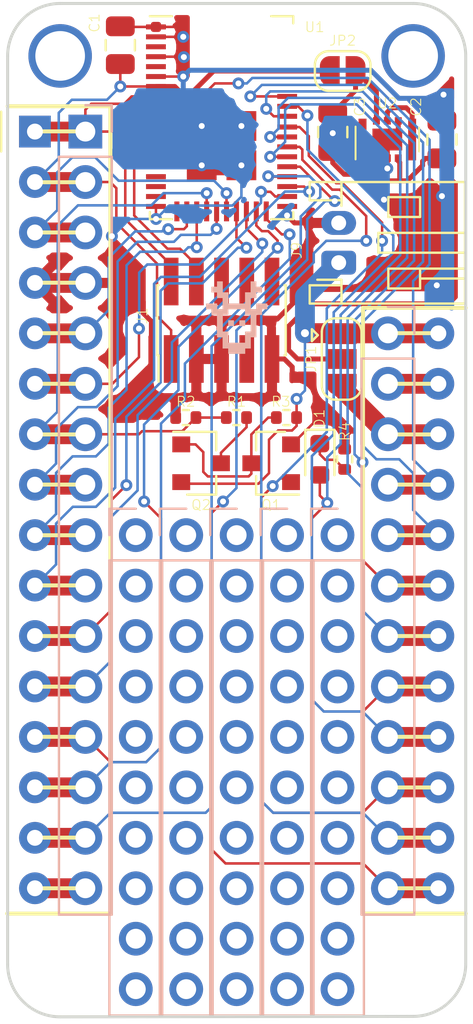
<source format=kicad_pcb>
(kicad_pcb (version 20171130) (host pcbnew 5.0.2-bee76a0~70~ubuntu18.04.1)

  (general
    (thickness 1.6)
    (drawings 42)
    (tracks 588)
    (zones 0)
    (modules 25)
    (nets 36)
  )

  (page A4)
  (layers
    (0 F.Cu signal)
    (31 B.Cu signal)
    (32 B.Adhes user hide)
    (33 F.Adhes user hide)
    (34 B.Paste user hide)
    (35 F.Paste user hide)
    (36 B.SilkS user)
    (37 F.SilkS user)
    (38 B.Mask user hide)
    (39 F.Mask user hide)
    (40 Dwgs.User user)
    (41 Cmts.User user)
    (42 Eco1.User user)
    (43 Eco2.User user)
    (44 Edge.Cuts user)
    (45 Margin user hide)
    (46 B.CrtYd user)
    (47 F.CrtYd user)
    (48 B.Fab user hide)
    (49 F.Fab user hide)
  )

  (setup
    (last_trace_width 0.25)
    (user_trace_width 0.127)
    (user_trace_width 1)
    (trace_clearance 0.2)
    (zone_clearance 0.508)
    (zone_45_only no)
    (trace_min 0.127)
    (segment_width 0.2)
    (edge_width 0.15)
    (via_size 0.8)
    (via_drill 0.4)
    (via_min_size 0.4)
    (via_min_drill 0.3)
    (user_via 0.6 0.3)
    (uvia_size 0.3)
    (uvia_drill 0.1)
    (uvias_allowed no)
    (uvia_min_size 0.2)
    (uvia_min_drill 0.1)
    (pcb_text_width 0.3)
    (pcb_text_size 1.5 1.5)
    (mod_edge_width 0.15)
    (mod_text_size 1 1)
    (mod_text_width 0.15)
    (pad_size 1.1 1.5)
    (pad_drill 0)
    (pad_to_mask_clearance 0.051)
    (solder_mask_min_width 0.25)
    (aux_axis_origin 0 0)
    (visible_elements FFFDFF7F)
    (pcbplotparams
      (layerselection 0x010fc_ffffffff)
      (usegerberextensions false)
      (usegerberattributes false)
      (usegerberadvancedattributes false)
      (creategerberjobfile false)
      (excludeedgelayer true)
      (linewidth 0.100000)
      (plotframeref false)
      (viasonmask false)
      (mode 1)
      (useauxorigin false)
      (hpglpennumber 1)
      (hpglpenspeed 20)
      (hpglpendiameter 15.000000)
      (psnegative false)
      (psa4output false)
      (plotreference true)
      (plotvalue false)
      (plotinvisibletext false)
      (padsonsilk false)
      (subtractmaskfromsilk false)
      (outputformat 1)
      (mirror false)
      (drillshape 0)
      (scaleselection 1)
      (outputdirectory "gerber/"))
  )

  (net 0 "")
  (net 1 /SPARE)
  (net 2 /TX)
  (net 3 /RX)
  (net 4 /MISO)
  (net 5 /MOSI)
  (net 6 /SCK)
  (net 7 /A5)
  (net 8 /A4)
  (net 9 /A3)
  (net 10 /A2)
  (net 11 /A1)
  (net 12 /A0)
  (net 13 /AREF)
  (net 14 VDD)
  (net 15 /SWDIO)
  (net 16 /SWDCLK)
  (net 17 +BATT)
  (net 18 /EN)
  (net 19 VBUS)
  (net 20 /D6)
  (net 21 /D5)
  (net 22 /D4)
  (net 23 /D3)
  (net 24 /D2)
  (net 25 /D1)
  (net 26 /D0)
  (net 27 /SCL)
  (net 28 /SDA)
  (net 29 GND)
  (net 30 "Net-(C3-Pad1)")
  (net 31 "Net-(U2-Pad5)")
  (net 32 "Net-(C2-Pad1)")
  (net 33 "Net-(Q1-Pad3)")
  (net 34 "Net-(D1-Pad1)")
  (net 35 "Net-(Q2-Pad3)")

  (net_class Default "This is the default net class."
    (clearance 0.2)
    (trace_width 0.25)
    (via_dia 0.8)
    (via_drill 0.4)
    (uvia_dia 0.3)
    (uvia_drill 0.1)
    (add_net +BATT)
    (add_net /A0)
    (add_net /A1)
    (add_net /A2)
    (add_net /A3)
    (add_net /A4)
    (add_net /A5)
    (add_net /AREF)
    (add_net /D0)
    (add_net /D1)
    (add_net /D2)
    (add_net /D3)
    (add_net /D4)
    (add_net /D5)
    (add_net /D6)
    (add_net /EN)
    (add_net /MISO)
    (add_net /MOSI)
    (add_net /RX)
    (add_net /SCK)
    (add_net /SCL)
    (add_net /SDA)
    (add_net /SPARE)
    (add_net /SWDCLK)
    (add_net /SWDIO)
    (add_net /TX)
    (add_net GND)
    (add_net "Net-(C2-Pad1)")
    (add_net "Net-(C3-Pad1)")
    (add_net "Net-(D1-Pad1)")
    (add_net "Net-(Q1-Pad3)")
    (add_net "Net-(Q2-Pad3)")
    (add_net "Net-(U2-Pad5)")
    (add_net VBUS)
    (add_net VDD)
  )

  (module Connector_PinHeader_1.27mm:PinHeader_2x05_P1.27mm_Vertical_SMD (layer F.Cu) (tedit 62112619) (tstamp 61E3335D)
    (at 109.4 79.5 90)
    (descr "surface-mounted straight pin header, 2x05, 1.27mm pitch, double rows")
    (tags "Surface mounted pin header SMD 2x05 1.27mm double row")
    (path /61D58F10)
    (attr smd)
    (fp_text reference J1 (at 0.22 -3.99 90) (layer F.SilkS)
      (effects (font (size 0.5 0.5) (thickness 0.05)))
    )
    (fp_text value Conn_ARM_JTAG_SWD_10 (at 0 4.235 90) (layer F.Fab)
      (effects (font (size 1 1) (thickness 0.15)))
    )
    (fp_line (start 1.705 3.175) (end -1.705 3.175) (layer F.Fab) (width 0.1))
    (fp_line (start -1.27 -3.175) (end 1.705 -3.175) (layer F.Fab) (width 0.1))
    (fp_line (start -1.705 3.175) (end -1.705 -2.74) (layer F.Fab) (width 0.1))
    (fp_line (start -1.705 -2.74) (end -1.27 -3.175) (layer F.Fab) (width 0.1))
    (fp_line (start 1.705 -3.175) (end 1.705 3.175) (layer F.Fab) (width 0.1))
    (fp_line (start -1.705 -2.74) (end -2.75 -2.74) (layer F.Fab) (width 0.1))
    (fp_line (start -2.75 -2.74) (end -2.75 -2.34) (layer F.Fab) (width 0.1))
    (fp_line (start -2.75 -2.34) (end -1.705 -2.34) (layer F.Fab) (width 0.1))
    (fp_line (start 1.705 -2.74) (end 2.75 -2.74) (layer F.Fab) (width 0.1))
    (fp_line (start 2.75 -2.74) (end 2.75 -2.34) (layer F.Fab) (width 0.1))
    (fp_line (start 2.75 -2.34) (end 1.705 -2.34) (layer F.Fab) (width 0.1))
    (fp_line (start -1.705 -1.47) (end -2.75 -1.47) (layer F.Fab) (width 0.1))
    (fp_line (start -2.75 -1.47) (end -2.75 -1.07) (layer F.Fab) (width 0.1))
    (fp_line (start -2.75 -1.07) (end -1.705 -1.07) (layer F.Fab) (width 0.1))
    (fp_line (start 1.705 -1.47) (end 2.75 -1.47) (layer F.Fab) (width 0.1))
    (fp_line (start 2.75 -1.47) (end 2.75 -1.07) (layer F.Fab) (width 0.1))
    (fp_line (start 2.75 -1.07) (end 1.705 -1.07) (layer F.Fab) (width 0.1))
    (fp_line (start -1.705 -0.2) (end -2.75 -0.2) (layer F.Fab) (width 0.1))
    (fp_line (start -2.75 -0.2) (end -2.75 0.2) (layer F.Fab) (width 0.1))
    (fp_line (start -2.75 0.2) (end -1.705 0.2) (layer F.Fab) (width 0.1))
    (fp_line (start 1.705 -0.2) (end 2.75 -0.2) (layer F.Fab) (width 0.1))
    (fp_line (start 2.75 -0.2) (end 2.75 0.2) (layer F.Fab) (width 0.1))
    (fp_line (start 2.75 0.2) (end 1.705 0.2) (layer F.Fab) (width 0.1))
    (fp_line (start -1.705 1.07) (end -2.75 1.07) (layer F.Fab) (width 0.1))
    (fp_line (start -2.75 1.07) (end -2.75 1.47) (layer F.Fab) (width 0.1))
    (fp_line (start -2.75 1.47) (end -1.705 1.47) (layer F.Fab) (width 0.1))
    (fp_line (start 1.705 1.07) (end 2.75 1.07) (layer F.Fab) (width 0.1))
    (fp_line (start 2.75 1.07) (end 2.75 1.47) (layer F.Fab) (width 0.1))
    (fp_line (start 2.75 1.47) (end 1.705 1.47) (layer F.Fab) (width 0.1))
    (fp_line (start -1.705 2.34) (end -2.75 2.34) (layer F.Fab) (width 0.1))
    (fp_line (start -2.75 2.34) (end -2.75 2.74) (layer F.Fab) (width 0.1))
    (fp_line (start -2.75 2.74) (end -1.705 2.74) (layer F.Fab) (width 0.1))
    (fp_line (start 1.705 2.34) (end 2.75 2.34) (layer F.Fab) (width 0.1))
    (fp_line (start 2.75 2.34) (end 2.75 2.74) (layer F.Fab) (width 0.1))
    (fp_line (start 2.75 2.74) (end 1.705 2.74) (layer F.Fab) (width 0.1))
    (fp_line (start -1.765 -3.235) (end 1.765 -3.235) (layer F.SilkS) (width 0.12))
    (fp_line (start -1.765 3.235) (end 1.765 3.235) (layer F.SilkS) (width 0.12))
    (fp_line (start -3.09 -3.17) (end -1.765 -3.17) (layer F.SilkS) (width 0.12))
    (fp_line (start -1.765 -3.235) (end -1.765 -3.17) (layer F.SilkS) (width 0.12))
    (fp_line (start 1.765 -3.235) (end 1.765 -3.17) (layer F.SilkS) (width 0.12))
    (fp_line (start -1.765 3.17) (end -1.765 3.235) (layer F.SilkS) (width 0.12))
    (fp_line (start 1.765 3.17) (end 1.765 3.235) (layer F.SilkS) (width 0.12))
    (fp_line (start -4.3 -3.7) (end -4.3 3.7) (layer F.CrtYd) (width 0.05))
    (fp_line (start -4.3 3.7) (end 4.3 3.7) (layer F.CrtYd) (width 0.05))
    (fp_line (start 4.3 3.7) (end 4.3 -3.7) (layer F.CrtYd) (width 0.05))
    (fp_line (start 4.3 -3.7) (end -4.3 -3.7) (layer F.CrtYd) (width 0.05))
    (fp_text user %R (at 0 0 180) (layer F.Fab)
      (effects (font (size 1 1) (thickness 0.15)))
    )
    (pad 1 smd rect (at -1.95 -2.54 90) (size 2.4 0.74) (layers F.Cu F.Paste F.Mask)
      (net 14 VDD))
    (pad 2 smd rect (at 1.95 -2.54 90) (size 2.4 0.74) (layers F.Cu F.Paste F.Mask)
      (net 15 /SWDIO))
    (pad 3 smd rect (at -1.95 -1.27 90) (size 2.4 0.74) (layers F.Cu F.Paste F.Mask)
      (net 29 GND))
    (pad 4 smd rect (at 1.95 -1.27 90) (size 2.4 0.74) (layers F.Cu F.Paste F.Mask)
      (net 16 /SWDCLK))
    (pad 5 smd rect (at -1.95 0 90) (size 2.4 0.74) (layers F.Cu F.Paste F.Mask)
      (net 29 GND))
    (pad 6 smd rect (at 1.95 0 90) (size 2.4 0.74) (layers F.Cu F.Paste F.Mask))
    (pad 7 smd rect (at -1.95 1.27 90) (size 2.4 0.74) (layers F.Cu F.Paste F.Mask))
    (pad 8 smd rect (at 1.95 1.27 90) (size 2.4 0.74) (layers F.Cu F.Paste F.Mask))
    (pad 9 smd rect (at -1.95 2.54 90) (size 2.4 0.74) (layers F.Cu F.Paste F.Mask)
      (net 29 GND))
    (pad 10 smd rect (at 1.95 2.54 90) (size 2.4 0.74) (layers F.Cu F.Paste F.Mask))
    (model ${KISYS3DMOD}/Connector_PinHeader_1.27mm.3dshapes/PinHeader_2x05_P1.27mm_Vertical_SMD.wrl
      (at (xyz 0 0 0))
      (scale (xyz 1 1 1))
      (rotate (xyz 0 0 0))
    )
  )

  (module Module:Adafruit_Feather_WithMountingHoles (layer F.Cu) (tedit 62112A10) (tstamp 61EFCD61)
    (at 100 70)
    (descr "Common footprint for the Adafruit Feather series of boards, https://learn.adafruit.com/adafruit-feather/feather-specification")
    (tags "Adafruit Feather")
    (path /61389DC7)
    (fp_text reference A1 (at 10.16 -7.62) (layer F.SilkS) hide
      (effects (font (size 1 1) (thickness 0.15)))
    )
    (fp_text value Adafruit_Feather_Generic (at 10.16 45.72 180) (layer F.Fab)
      (effects (font (size 1 1) (thickness 0.15)))
    )
    (fp_line (start -0.381 0) (end -1.27 0.889) (layer F.Fab) (width 0.1))
    (fp_line (start -1.27 -0.889) (end -0.381 0) (layer F.Fab) (width 0.1))
    (fp_line (start -1.7 1) (end -1.7 -1) (layer F.SilkS) (width 0.12))
    (fp_line (start 19.05 -6.6) (end 1.27 -6.6) (layer F.CrtYd) (width 0.05))
    (fp_line (start 21.59 41.91) (end 21.59 -3.81) (layer F.Fab) (width 0.1))
    (fp_line (start 1.27 44.45) (end 19.05 44.45) (layer F.Fab) (width 0.1))
    (fp_line (start -1.27 -3.81) (end -1.27 41.91) (layer F.Fab) (width 0.1))
    (fp_line (start 19.05 -6.35) (end 1.27 -6.35) (layer F.Fab) (width 0.1))
    (fp_line (start -1.38 -3.81) (end -1.38 41.91) (layer F.SilkS) (width 0.12))
    (fp_line (start 21.7 -3.81) (end 21.7 41.91) (layer F.SilkS) (width 0.12))
    (fp_line (start 19.05 44.56) (end 1.27 44.56) (layer F.SilkS) (width 0.12))
    (fp_line (start 19.05 -6.46) (end 1.27 -6.46) (layer F.SilkS) (width 0.12))
    (fp_line (start -1.52 41.91) (end -1.52 -3.81) (layer F.CrtYd) (width 0.05))
    (fp_line (start 19.05 44.7) (end 1.27 44.7) (layer F.CrtYd) (width 0.05))
    (fp_line (start 21.84 41.91) (end 21.84 -3.81) (layer F.CrtYd) (width 0.05))
    (fp_arc (start 19.05 -3.81) (end 21.84 -3.81) (angle -90) (layer F.CrtYd) (width 0.05))
    (fp_arc (start 1.27 -3.81) (end 1.27 -6.6) (angle -90) (layer F.CrtYd) (width 0.05))
    (fp_arc (start 19.05 41.91) (end 21.59 41.91) (angle 90) (layer F.Fab) (width 0.1))
    (fp_arc (start 1.27 41.91) (end -1.27 41.91) (angle -88.9) (layer F.Fab) (width 0.1))
    (fp_arc (start 1.27 -3.81) (end -1.27 -3.81) (angle 90) (layer F.Fab) (width 0.1))
    (fp_arc (start 19.05 -3.81) (end 19.05 -6.35) (angle 90) (layer F.Fab) (width 0.1))
    (fp_arc (start 1.27 41.91) (end -1.38 41.91) (angle -90) (layer F.SilkS) (width 0.12))
    (fp_arc (start 19.05 41.91) (end 19.05 44.56) (angle -90) (layer F.SilkS) (width 0.12))
    (fp_arc (start 1.27 -3.81) (end 1.27 -6.46) (angle -90) (layer F.SilkS) (width 0.12))
    (fp_arc (start 19.05 -3.81) (end 21.7 -3.81) (angle -90) (layer F.SilkS) (width 0.12))
    (fp_arc (start 1.27 41.91) (end -1.52 41.91) (angle -90) (layer F.CrtYd) (width 0.05))
    (fp_arc (start 19.05 41.91) (end 19.05 44.7) (angle -90) (layer F.CrtYd) (width 0.05))
    (fp_text user %R (at 10.16 19.05 180) (layer F.Fab)
      (effects (font (size 1 1) (thickness 0.15)))
    )
    (pad 16 thru_hole circle (at 0 38.1 180) (size 1.6 1.6) (drill 0.8) (layers *.Cu *.Mask)
      (net 1 /SPARE))
    (pad 15 thru_hole circle (at 0 35.56 180) (size 1.6 1.6) (drill 0.8) (layers *.Cu *.Mask)
      (net 2 /TX))
    (pad 14 thru_hole circle (at 0 33.02 180) (size 1.6 1.6) (drill 0.8) (layers *.Cu *.Mask)
      (net 3 /RX))
    (pad 13 thru_hole circle (at 0 30.48 180) (size 1.6 1.6) (drill 0.8) (layers *.Cu *.Mask)
      (net 4 /MISO))
    (pad 12 thru_hole circle (at 0 27.94 180) (size 1.6 1.6) (drill 0.8) (layers *.Cu *.Mask)
      (net 5 /MOSI))
    (pad 11 thru_hole circle (at 0 25.4 180) (size 1.6 1.6) (drill 0.8) (layers *.Cu *.Mask)
      (net 6 /SCK))
    (pad 10 thru_hole circle (at 0 22.86 180) (size 1.6 1.6) (drill 0.8) (layers *.Cu *.Mask)
      (net 7 /A5))
    (pad 9 thru_hole circle (at 0 20.32 180) (size 1.6 1.6) (drill 0.8) (layers *.Cu *.Mask)
      (net 8 /A4))
    (pad 8 thru_hole circle (at 0 17.78 180) (size 1.6 1.6) (drill 0.8) (layers *.Cu *.Mask)
      (net 9 /A3))
    (pad 7 thru_hole circle (at 0 15.24 180) (size 1.6 1.6) (drill 0.8) (layers *.Cu *.Mask)
      (net 10 /A2))
    (pad 6 thru_hole circle (at 0 12.7 180) (size 1.6 1.6) (drill 0.8) (layers *.Cu *.Mask)
      (net 11 /A1))
    (pad 5 thru_hole circle (at 0 10.16 180) (size 1.6 1.6) (drill 0.8) (layers *.Cu *.Mask)
      (net 12 /A0))
    (pad 4 thru_hole circle (at 0 7.62 180) (size 1.6 1.6) (drill 0.8) (layers *.Cu *.Mask)
      (net 29 GND))
    (pad 3 thru_hole circle (at 0 5.08 180) (size 1.6 1.6) (drill 0.8) (layers *.Cu *.Mask)
      (net 13 /AREF))
    (pad 2 thru_hole circle (at 0 2.54 180) (size 1.6 1.6) (drill 0.8) (layers *.Cu *.Mask)
      (net 14 VDD))
    (pad 1 thru_hole rect (at 0 0 180) (size 1.6 1.6) (drill 0.8) (layers *.Cu *.Mask)
      (net 15 /SWDIO))
    (pad 28 thru_hole circle (at 20.32 10.16 180) (size 1.6 1.6) (drill 0.8) (layers *.Cu *.Mask)
      (net 17 +BATT))
    (pad 27 thru_hole circle (at 20.32 12.7 180) (size 1.6 1.6) (drill 0.8) (layers *.Cu *.Mask)
      (net 18 /EN))
    (pad 26 thru_hole circle (at 20.32 15.24 180) (size 1.6 1.6) (drill 0.8) (layers *.Cu *.Mask)
      (net 19 VBUS))
    (pad 25 thru_hole circle (at 20.32 17.78 180) (size 1.6 1.6) (drill 0.8) (layers *.Cu *.Mask)
      (net 20 /D6))
    (pad 24 thru_hole circle (at 20.32 20.32 180) (size 1.6 1.6) (drill 0.8) (layers *.Cu *.Mask)
      (net 21 /D5))
    (pad 23 thru_hole circle (at 20.32 22.86 180) (size 1.6 1.6) (drill 0.8) (layers *.Cu *.Mask)
      (net 22 /D4))
    (pad 22 thru_hole circle (at 20.32 25.4 180) (size 1.6 1.6) (drill 0.8) (layers *.Cu *.Mask)
      (net 23 /D3))
    (pad 21 thru_hole circle (at 20.32 27.94 180) (size 1.6 1.6) (drill 0.8) (layers *.Cu *.Mask)
      (net 24 /D2))
    (pad 20 thru_hole circle (at 20.32 30.48 180) (size 1.6 1.6) (drill 0.8) (layers *.Cu *.Mask)
      (net 25 /D1))
    (pad 19 thru_hole circle (at 20.32 33.02 180) (size 1.6 1.6) (drill 0.8) (layers *.Cu *.Mask)
      (net 26 /D0))
    (pad 18 thru_hole circle (at 20.32 35.56 180) (size 1.6 1.6) (drill 0.8) (layers *.Cu *.Mask)
      (net 27 /SCL))
    (pad 17 thru_hole circle (at 20.32 38.1 180) (size 1.6 1.6) (drill 0.8) (layers *.Cu *.Mask)
      (net 28 /SDA))
    (pad "" np_thru_hole circle (at 19.05 -3.81 270) (size 3.2 3.2) (drill 2.5) (layers *.Cu *.Mask))
    (pad "" np_thru_hole circle (at 19.05 41.91 270) (size 2.54 2.54) (drill 2.54) (layers *.Cu *.Mask))
    (pad "" np_thru_hole circle (at 1.27 -3.81 270) (size 3.2 3.2) (drill 2.5) (layers *.Cu *.Mask))
    (pad "" np_thru_hole circle (at 1.27 41.91 270) (size 2.54 2.54) (drill 2.54) (layers *.Cu *.Mask))
    (model ${KISYS3DMOD}/Module.3dshapes/Adafruit_Feather.wrl
      (at (xyz 0 0 0))
      (scale (xyz 1 1 1))
      (rotate (xyz 0 0 0))
    )
  )

  (module Connector_JST:JST_PH_S2B-PH-K_1x02_P2.00mm_Horizontal (layer F.Cu) (tedit 62112678) (tstamp 61F4E72A)
    (at 115.3 76.6 90)
    (descr "JST PH series connector, S2B-PH-K (http://www.jst-mfg.com/product/pdf/eng/ePH.pdf), generated with kicad-footprint-generator")
    (tags "connector JST PH top entry")
    (path /61E64965)
    (fp_text reference J9 (at 0.62 -2.12 90) (layer F.SilkS)
      (effects (font (size 0.5 0.5) (thickness 0.05)))
    )
    (fp_text value Conn_01x02 (at 1 7.45 90) (layer F.Fab)
      (effects (font (size 1 1) (thickness 0.15)))
    )
    (fp_line (start -0.86 0.14) (end -1.14 0.14) (layer F.SilkS) (width 0.12))
    (fp_line (start -1.14 0.14) (end -1.14 -1.46) (layer F.SilkS) (width 0.12))
    (fp_line (start -1.14 -1.46) (end -2.06 -1.46) (layer F.SilkS) (width 0.12))
    (fp_line (start -2.06 -1.46) (end -2.06 6.36) (layer F.SilkS) (width 0.12))
    (fp_line (start -2.06 6.36) (end 4.06 6.36) (layer F.SilkS) (width 0.12))
    (fp_line (start 4.06 6.36) (end 4.06 -1.46) (layer F.SilkS) (width 0.12))
    (fp_line (start 4.06 -1.46) (end 3.14 -1.46) (layer F.SilkS) (width 0.12))
    (fp_line (start 3.14 -1.46) (end 3.14 0.14) (layer F.SilkS) (width 0.12))
    (fp_line (start 3.14 0.14) (end 2.86 0.14) (layer F.SilkS) (width 0.12))
    (fp_line (start 0.5 6.36) (end 0.5 2) (layer F.SilkS) (width 0.12))
    (fp_line (start 0.5 2) (end 1.5 2) (layer F.SilkS) (width 0.12))
    (fp_line (start 1.5 2) (end 1.5 6.36) (layer F.SilkS) (width 0.12))
    (fp_line (start -2.06 0.14) (end -1.14 0.14) (layer F.SilkS) (width 0.12))
    (fp_line (start 4.06 0.14) (end 3.14 0.14) (layer F.SilkS) (width 0.12))
    (fp_line (start -1.3 2.5) (end -1.3 4.1) (layer F.SilkS) (width 0.12))
    (fp_line (start -1.3 4.1) (end -0.3 4.1) (layer F.SilkS) (width 0.12))
    (fp_line (start -0.3 4.1) (end -0.3 2.5) (layer F.SilkS) (width 0.12))
    (fp_line (start -0.3 2.5) (end -1.3 2.5) (layer F.SilkS) (width 0.12))
    (fp_line (start 3.3 2.5) (end 3.3 4.1) (layer F.SilkS) (width 0.12))
    (fp_line (start 3.3 4.1) (end 2.3 4.1) (layer F.SilkS) (width 0.12))
    (fp_line (start 2.3 4.1) (end 2.3 2.5) (layer F.SilkS) (width 0.12))
    (fp_line (start 2.3 2.5) (end 3.3 2.5) (layer F.SilkS) (width 0.12))
    (fp_line (start -0.3 4.1) (end -0.3 6.36) (layer F.SilkS) (width 0.12))
    (fp_line (start -0.8 4.1) (end -0.8 6.36) (layer F.SilkS) (width 0.12))
    (fp_line (start -2.45 -1.85) (end -2.45 6.75) (layer F.CrtYd) (width 0.05))
    (fp_line (start -2.45 6.75) (end 4.45 6.75) (layer F.CrtYd) (width 0.05))
    (fp_line (start 4.45 6.75) (end 4.45 -1.85) (layer F.CrtYd) (width 0.05))
    (fp_line (start 4.45 -1.85) (end -2.45 -1.85) (layer F.CrtYd) (width 0.05))
    (fp_line (start -1.25 0.25) (end -1.25 -1.35) (layer F.Fab) (width 0.1))
    (fp_line (start -1.25 -1.35) (end -1.95 -1.35) (layer F.Fab) (width 0.1))
    (fp_line (start -1.95 -1.35) (end -1.95 6.25) (layer F.Fab) (width 0.1))
    (fp_line (start -1.95 6.25) (end 3.95 6.25) (layer F.Fab) (width 0.1))
    (fp_line (start 3.95 6.25) (end 3.95 -1.35) (layer F.Fab) (width 0.1))
    (fp_line (start 3.95 -1.35) (end 3.25 -1.35) (layer F.Fab) (width 0.1))
    (fp_line (start 3.25 -1.35) (end 3.25 0.25) (layer F.Fab) (width 0.1))
    (fp_line (start 3.25 0.25) (end -1.25 0.25) (layer F.Fab) (width 0.1))
    (fp_line (start -0.86 0.14) (end -0.86 -1.075) (layer F.SilkS) (width 0.12))
    (fp_line (start 0 0.875) (end -0.5 1.375) (layer F.Fab) (width 0.1))
    (fp_line (start -0.5 1.375) (end 0.5 1.375) (layer F.Fab) (width 0.1))
    (fp_line (start 0.5 1.375) (end 0 0.875) (layer F.Fab) (width 0.1))
    (fp_text user %R (at 1 2.5 90) (layer F.Fab)
      (effects (font (size 1 1) (thickness 0.15)))
    )
    (pad 1 thru_hole roundrect (at 0 0 90) (size 1.2 1.75) (drill 0.75) (layers *.Cu *.Mask) (roundrect_rratio 0.208333)
      (net 17 +BATT))
    (pad 2 thru_hole oval (at 2 0 90) (size 1.2 1.75) (drill 0.75) (layers *.Cu *.Mask)
      (net 29 GND))
    (model ${KISYS3DMOD}/Connector_JST.3dshapes/JST_PH_S2B-PH-K_1x02_P2.00mm_Horizontal.wrl
      (at (xyz 0 0 0))
      (scale (xyz 1 1 1))
      (rotate (xyz 0 0 0))
    )
  )

  (module Connector_PinHeader_2.54mm:PinHeader_1x12_P2.54mm_Vertical (layer B.Cu) (tedit 62112A28) (tstamp 61F493AA)
    (at 117.78 80.16 180)
    (descr "Through hole straight pin header, 1x12, 2.54mm pitch, single row")
    (tags "Through hole pin header THT 1x12 2.54mm single row")
    (path /61E5E1FD)
    (fp_text reference J3 (at 0 2.33 180) (layer B.SilkS) hide
      (effects (font (size 1 1) (thickness 0.15)) (justify mirror))
    )
    (fp_text value Conn_01x12 (at 0 -30.27 180) (layer B.Fab)
      (effects (font (size 1 1) (thickness 0.15)) (justify mirror))
    )
    (fp_line (start -0.635 1.27) (end 1.27 1.27) (layer B.Fab) (width 0.1))
    (fp_line (start 1.27 1.27) (end 1.27 -29.21) (layer B.Fab) (width 0.1))
    (fp_line (start 1.27 -29.21) (end -1.27 -29.21) (layer B.Fab) (width 0.1))
    (fp_line (start -1.27 -29.21) (end -1.27 0.635) (layer B.Fab) (width 0.1))
    (fp_line (start -1.27 0.635) (end -0.635 1.27) (layer B.Fab) (width 0.1))
    (fp_line (start -1.33 -29.27) (end 1.33 -29.27) (layer B.SilkS) (width 0.12))
    (fp_line (start -1.33 -1.27) (end -1.33 -29.27) (layer B.SilkS) (width 0.12))
    (fp_line (start 1.33 -1.27) (end 1.33 -29.27) (layer B.SilkS) (width 0.12))
    (fp_line (start -1.33 -1.27) (end 1.33 -1.27) (layer B.SilkS) (width 0.12))
    (fp_line (start -1.33 0) (end -1.33 1.33) (layer B.SilkS) (width 0.12))
    (fp_line (start -1.33 1.33) (end 0 1.33) (layer B.SilkS) (width 0.12))
    (fp_line (start -1.8 1.8) (end -1.8 -29.75) (layer B.CrtYd) (width 0.05))
    (fp_line (start -1.8 -29.75) (end 1.8 -29.75) (layer B.CrtYd) (width 0.05))
    (fp_line (start 1.8 -29.75) (end 1.8 1.8) (layer B.CrtYd) (width 0.05))
    (fp_line (start 1.8 1.8) (end -1.8 1.8) (layer B.CrtYd) (width 0.05))
    (fp_text user %R (at 0 -13.97 90) (layer B.Fab)
      (effects (font (size 1 1) (thickness 0.15)) (justify mirror))
    )
    (pad 1 thru_hole circle (at 0 0 180) (size 1.7 1.7) (drill 1) (layers *.Cu *.Mask)
      (net 17 +BATT))
    (pad 2 thru_hole oval (at 0 -2.54 180) (size 1.7 1.7) (drill 1) (layers *.Cu *.Mask)
      (net 18 /EN))
    (pad 3 thru_hole oval (at 0 -5.08 180) (size 1.7 1.7) (drill 1) (layers *.Cu *.Mask)
      (net 19 VBUS))
    (pad 4 thru_hole oval (at 0 -7.62 180) (size 1.7 1.7) (drill 1) (layers *.Cu *.Mask)
      (net 20 /D6))
    (pad 5 thru_hole oval (at 0 -10.16 180) (size 1.7 1.7) (drill 1) (layers *.Cu *.Mask)
      (net 21 /D5))
    (pad 6 thru_hole oval (at 0 -12.7 180) (size 1.7 1.7) (drill 1) (layers *.Cu *.Mask)
      (net 22 /D4))
    (pad 7 thru_hole oval (at 0 -15.24 180) (size 1.7 1.7) (drill 1) (layers *.Cu *.Mask)
      (net 23 /D3))
    (pad 8 thru_hole oval (at 0 -17.78 180) (size 1.7 1.7) (drill 1) (layers *.Cu *.Mask)
      (net 24 /D2))
    (pad 9 thru_hole oval (at 0 -20.32 180) (size 1.7 1.7) (drill 1) (layers *.Cu *.Mask)
      (net 25 /D1))
    (pad 10 thru_hole oval (at 0 -22.86 180) (size 1.7 1.7) (drill 1) (layers *.Cu *.Mask)
      (net 26 /D0))
    (pad 11 thru_hole oval (at 0 -25.4 180) (size 1.7 1.7) (drill 1) (layers *.Cu *.Mask)
      (net 27 /SCL))
    (pad 12 thru_hole oval (at 0 -27.94 180) (size 1.7 1.7) (drill 1) (layers *.Cu *.Mask)
      (net 28 /SDA))
  )

  (module RF_Module:RFDigital_RFD77101 (layer F.Cu) (tedit 621125BF) (tstamp 61E35294)
    (at 109.4 69.3)
    (descr "RFDigital RFD77101 Simblee")
    (tags "RFDigital RFD77101 Simblee")
    (path /61D46ECC)
    (attr smd)
    (fp_text reference U1 (at 4.69 -4.56) (layer F.SilkS)
      (effects (font (size 0.5 0.5) (thickness 0.05)))
    )
    (fp_text value RFD77101 (at 0 6.25) (layer F.Fab)
      (effects (font (size 1 1) (thickness 0.15)))
    )
    (fp_line (start -2.75 -5) (end -3.5 -4.25) (layer F.Fab) (width 0.1))
    (fp_line (start 4.06 -5.42) (end -4.06 -5.42) (layer F.CrtYd) (width 0.05))
    (fp_line (start -4.06 -5.42) (end -4.06 5.47) (layer F.CrtYd) (width 0.05))
    (fp_line (start -4.06 5.47) (end 4.06 5.47) (layer F.CrtYd) (width 0.05))
    (fp_line (start 4.06 5.47) (end 4.06 -5.42) (layer F.CrtYd) (width 0.05))
    (fp_line (start 3.61 -4.75) (end 3.61 -5.11) (layer F.SilkS) (width 0.12))
    (fp_line (start 3.61 -5.11) (end 2.5 -5.11) (layer F.SilkS) (width 0.12))
    (fp_line (start -3.61 -5.11) (end -2.5 -5.11) (layer F.SilkS) (width 0.12))
    (fp_line (start 3.61 4.75) (end 3.61 5.11) (layer F.SilkS) (width 0.12))
    (fp_line (start 3.61 5.11) (end 2.5 5.11) (layer F.SilkS) (width 0.12))
    (fp_line (start -3.61 4.75) (end -3.61 5.11) (layer F.SilkS) (width 0.12))
    (fp_line (start -3.61 5.11) (end -2.5 5.11) (layer F.SilkS) (width 0.12))
    (fp_text user %R (at 0 0) (layer F.Fab)
      (effects (font (size 1.6 1.6) (thickness 0.16)))
    )
    (fp_line (start 3.5 -5) (end -2.75 -5) (layer F.Fab) (width 0.1))
    (fp_line (start -3.5 -4.25) (end -3.5 5) (layer F.Fab) (width 0.1))
    (fp_line (start -3.5 5) (end 3.5 5) (layer F.Fab) (width 0.1))
    (fp_line (start 3.5 5) (end 3.5 -5) (layer F.Fab) (width 0.1))
    (pad 42 smd rect (at -1.2525 0.1675 45) (size 0.7144 0.7144) (layers F.Cu F.Paste F.Mask)
      (net 29 GND))
    (pad 42 smd rect (at -1.2525 0.6725) (size 1.01 1.01) (layers F.Cu F.Paste F.Mask)
      (net 29 GND))
    (pad 42 smd rect (at -0.7475 0.6725) (size 1.01 1.01) (layers F.Cu F.Paste F.Mask)
      (net 29 GND))
    (pad 20 smd rect (at -2.25 4.72 90) (size 1 0.254) (layers F.Cu F.Paste F.Mask))
    (pad 22 smd rect (at -1.25 4.72 90) (size 1 0.254) (layers F.Cu F.Paste F.Mask)
      (net 8 /A4))
    (pad 21 smd rect (at -1.75 4.72 90) (size 1 0.254) (layers F.Cu F.Paste F.Mask)
      (net 12 /A0))
    (pad 23 smd rect (at -0.75 4.72 90) (size 1 0.254) (layers F.Cu F.Paste F.Mask)
      (net 10 /A2))
    (pad 24 smd rect (at -0.25 4.72 90) (size 1 0.254) (layers F.Cu F.Paste F.Mask)
      (net 9 /A3))
    (pad 25 smd rect (at 0.25 4.72 90) (size 1 0.254) (layers F.Cu F.Paste F.Mask)
      (net 13 /AREF))
    (pad 26 smd rect (at 0.75 4.72 90) (size 1 0.254) (layers F.Cu F.Paste F.Mask)
      (net 6 /SCK))
    (pad 27 smd rect (at 1.25 4.72 90) (size 1 0.254) (layers F.Cu F.Paste F.Mask)
      (net 5 /MOSI))
    (pad 28 smd rect (at 1.75 4.72 90) (size 1 0.254) (layers F.Cu F.Paste F.Mask)
      (net 4 /MISO))
    (pad 29 smd rect (at 2.25 4.72 90) (size 1 0.254) (layers F.Cu F.Paste F.Mask)
      (net 3 /RX))
    (pad 31 smd rect (at 3.305 3.97) (size 1 0.254) (layers F.Cu F.Paste F.Mask)
      (net 11 /A1))
    (pad 41 smd rect (at 3.305 -1.07) (size 1 0.254) (layers F.Cu F.Paste F.Mask)
      (net 21 /D5))
    (pad 40 smd rect (at 3.305 -0.57) (size 1 0.254) (layers F.Cu F.Paste F.Mask)
      (net 25 /D1))
    (pad 39 smd rect (at 3.305 -0.07) (size 1 0.254) (layers F.Cu F.Paste F.Mask)
      (net 22 /D4))
    (pad 38 smd rect (at 3.305 0.47) (size 1 0.254) (layers F.Cu F.Paste F.Mask)
      (net 26 /D0))
    (pad 37 smd rect (at 3.305 0.97) (size 1 0.254) (layers F.Cu F.Paste F.Mask)
      (net 23 /D3))
    (pad 36 smd rect (at 3.305 1.47) (size 1 0.254) (layers F.Cu F.Paste F.Mask)
      (net 27 /SCL))
    (pad 35 smd rect (at 3.305 1.97) (size 1 0.254) (layers F.Cu F.Paste F.Mask)
      (net 24 /D2))
    (pad 34 smd rect (at 3.305 2.47) (size 1 0.254) (layers F.Cu F.Paste F.Mask)
      (net 28 /SDA))
    (pad 33 smd rect (at 3.305 2.97) (size 1 0.254) (layers F.Cu F.Paste F.Mask)
      (net 2 /TX))
    (pad 32 smd rect (at 3.305 3.47) (size 1 0.254) (layers F.Cu F.Paste F.Mask)
      (net 7 /A5))
    (pad 30 smd rect (at 3.305 4.47) (size 1 0.254) (layers F.Cu F.Paste F.Mask)
      (net 29 GND))
    (pad 19 smd rect (at -3.305 4.47) (size 1 0.254) (layers F.Cu F.Paste F.Mask)
      (net 29 GND))
    (pad 17 smd rect (at -3.305 3.47) (size 1 0.254) (layers F.Cu F.Paste F.Mask))
    (pad 16 smd rect (at -3.305 2.97) (size 1 0.254) (layers F.Cu F.Paste F.Mask))
    (pad 15 smd rect (at -3.305 2.47) (size 1 0.254) (layers F.Cu F.Paste F.Mask))
    (pad 14 smd rect (at -3.305 1.97) (size 1 0.254) (layers F.Cu F.Paste F.Mask))
    (pad 13 smd rect (at -3.305 1.47) (size 1 0.254) (layers F.Cu F.Paste F.Mask))
    (pad 12 smd rect (at -3.305 0.97) (size 1 0.254) (layers F.Cu F.Paste F.Mask))
    (pad 11 smd rect (at -3.305 0.47) (size 1 0.254) (layers F.Cu F.Paste F.Mask)
      (net 20 /D6))
    (pad 10 smd rect (at -3.305 -0.07) (size 1 0.254) (layers F.Cu F.Paste F.Mask))
    (pad 9 smd rect (at -3.305 -0.57) (size 1 0.254) (layers F.Cu F.Paste F.Mask)
      (net 16 /SWDCLK))
    (pad 8 smd rect (at -3.305 -1.07) (size 1 0.254) (layers F.Cu F.Paste F.Mask)
      (net 15 /SWDIO))
    (pad 7 smd rect (at -3.305 -1.57) (size 1 0.254) (layers F.Cu F.Paste F.Mask)
      (net 14 VDD))
    (pad 6 smd rect (at -3.305 -2.07) (size 1 0.254) (layers F.Cu F.Paste F.Mask)
      (net 29 GND))
    (pad 5 smd rect (at -3.305 -2.57) (size 1 0.254) (layers F.Cu F.Paste F.Mask))
    (pad 4 smd rect (at -3.305 -3.07) (size 1 0.254) (layers F.Cu F.Paste F.Mask)
      (net 29 GND))
    (pad 2 smd rect (at -3.305 -4.07) (size 1 0.254) (layers F.Cu F.Paste F.Mask)
      (net 29 GND))
    (pad 18 smd rect (at -3.305 3.97) (size 1 0.254) (layers F.Cu F.Paste F.Mask))
    (pad 3 smd rect (at -3.305 -3.57) (size 1 0.254) (layers F.Cu F.Paste F.Mask))
    (pad 42 smd rect (at -0.7475 0.1675) (size 1.01 1.01) (layers F.Cu F.Paste F.Mask)
      (net 29 GND))
    (pad 45 smd rect (at 1 0.42) (size 1.5 1.5) (layers F.Cu F.Paste F.Mask)
      (net 29 GND))
    (pad 44 smd rect (at 1 2.4) (size 1.5 1.5) (layers F.Cu F.Paste F.Mask)
      (net 29 GND))
    (pad 43 smd rect (at -1 2.4) (size 1.5 1.5) (layers F.Cu F.Paste F.Mask)
      (net 29 GND))
    (pad 1 smd rect (at -3.305 -4.57) (size 1 0.254) (layers F.Cu F.Paste F.Mask)
      (net 29 GND))
    (model ${KISYS3DMOD}/RF_Module.3dshapes/RFDigital_RFD77101.wrl
      (at (xyz 0 0 0))
      (scale (xyz 1 1 1))
      (rotate (xyz 0 0 0))
    )
  )

  (module Misc:MYRBP (layer F.Cu) (tedit 621128C1) (tstamp 6202076E)
    (at 117.75 70.4 90)
    (path /61E70717)
    (fp_text reference U2 (at 1.82 0 180) (layer F.SilkS)
      (effects (font (size 0.5 0.5) (thickness 0.05)))
    )
    (fp_text value MYRBP250080B21RD (at -0.01 8.7 90) (layer F.Fab)
      (effects (font (size 1 1) (thickness 0.15)))
    )
    (fp_line (start -1 -1.25) (end 1 -1.25) (layer F.CrtYd) (width 0.1))
    (fp_line (start 1 -1.25) (end 1 1.25) (layer F.CrtYd) (width 0.1))
    (fp_line (start 1 1.25) (end -1 1.25) (layer F.CrtYd) (width 0.1))
    (fp_line (start -1 1.25) (end -1 -1.25) (layer F.CrtYd) (width 0.1))
    (fp_line (start -1 -1.6) (end 0.65 -1.6) (layer F.SilkS) (width 0.1))
    (fp_line (start -0.6 1.6) (end 0.6 1.6) (layer F.SilkS) (width 0.1))
    (pad 1 smd rect (at -0.9375 -0.55 90) (size 0.375 0.35) (layers F.Cu F.Paste F.Mask)
      (net 32 "Net-(C2-Pad1)"))
    (pad 2 smd rect (at -0.9375 0 90) (size 0.375 0.35) (layers F.Cu F.Paste F.Mask)
      (net 29 GND))
    (pad 3 smd rect (at -0.9375 0.55 90) (size 0.375 0.35) (layers F.Cu F.Paste F.Mask)
      (net 32 "Net-(C2-Pad1)"))
    (pad 6 smd rect (at 0.9375 -0.55 90) (size 0.375 0.35) (layers F.Cu F.Paste F.Mask)
      (net 30 "Net-(C3-Pad1)"))
    (pad 5 smd rect (at 0.9375 0 90) (size 0.375 0.35) (layers F.Cu F.Paste F.Mask)
      (net 31 "Net-(U2-Pad5)"))
    (pad 4 smd rect (at 0.9375 0.55 90) (size 0.375 0.35) (layers F.Cu F.Paste F.Mask)
      (net 29 GND))
    (pad EP smd rect (at 0 0 90) (size 1.1 1.5) (layers F.Cu F.Paste F.Mask)
      (net 29 GND))
    (pad 8 smd rect (at 0 1.25 90) (size 2.1 0.4) (layers F.Cu F.Paste F.Mask)
      (net 31 "Net-(U2-Pad5)"))
    (pad 7 smd rect (at 0 -1.25 90) (size 2.1 0.4) (layers F.Cu F.Paste F.Mask)
      (net 32 "Net-(C2-Pad1)"))
  )

  (module Capacitor_SMD:C_0805_2012Metric (layer F.Cu) (tedit 62112630) (tstamp 61E6C02D)
    (at 104.3 65.65 90)
    (descr "Capacitor SMD 0805 (2012 Metric), square (rectangular) end terminal, IPC_7351 nominal, (Body size source: IPC-SM-782 page 76, https://www.pcb-3d.com/wordpress/wp-content/uploads/ipc-sm-782a_amendment_1_and_2.pdf, https://docs.google.com/spreadsheets/d/1BsfQQcO9C6DZCsRaXUlFlo91Tg2WpOkGARC1WS5S8t0/edit?usp=sharing), generated with kicad-footprint-generator")
    (tags capacitor)
    (path /61D47148)
    (attr smd)
    (fp_text reference C1 (at 1.12 -1.3 90) (layer F.SilkS)
      (effects (font (size 0.5 0.5) (thickness 0.05)))
    )
    (fp_text value 1u (at 0 1.68 90) (layer F.Fab)
      (effects (font (size 1 1) (thickness 0.15)))
    )
    (fp_line (start -1 0.625) (end -1 -0.625) (layer F.Fab) (width 0.1))
    (fp_line (start -1 -0.625) (end 1 -0.625) (layer F.Fab) (width 0.1))
    (fp_line (start 1 -0.625) (end 1 0.625) (layer F.Fab) (width 0.1))
    (fp_line (start 1 0.625) (end -1 0.625) (layer F.Fab) (width 0.1))
    (fp_line (start -0.261252 -0.735) (end 0.261252 -0.735) (layer F.SilkS) (width 0.12))
    (fp_line (start -0.261252 0.735) (end 0.261252 0.735) (layer F.SilkS) (width 0.12))
    (fp_line (start -1.7 0.98) (end -1.7 -0.98) (layer F.CrtYd) (width 0.05))
    (fp_line (start -1.7 -0.98) (end 1.7 -0.98) (layer F.CrtYd) (width 0.05))
    (fp_line (start 1.7 -0.98) (end 1.7 0.98) (layer F.CrtYd) (width 0.05))
    (fp_line (start 1.7 0.98) (end -1.7 0.98) (layer F.CrtYd) (width 0.05))
    (fp_text user %R (at 0 0 90) (layer F.Fab)
      (effects (font (size 0.5 0.5) (thickness 0.08)))
    )
    (pad 1 smd roundrect (at -0.95 0 90) (size 1 1.45) (layers F.Cu F.Paste F.Mask) (roundrect_rratio 0.25)
      (net 14 VDD))
    (pad 2 smd roundrect (at 0.95 0 90) (size 1 1.45) (layers F.Cu F.Paste F.Mask) (roundrect_rratio 0.25)
      (net 29 GND))
    (model ${KISYS3DMOD}/Capacitor_SMD.3dshapes/C_0805_2012Metric.wrl
      (at (xyz 0 0 0))
      (scale (xyz 1 1 1))
      (rotate (xyz 0 0 0))
    )
  )

  (module Connector_PinHeader_2.54mm:PinHeader_1x16_P2.54mm_Vertical (layer B.Cu) (tedit 62112A20) (tstamp 61F4938A)
    (at 102.54 70 180)
    (descr "Through hole straight pin header, 1x16, 2.54mm pitch, single row")
    (tags "Through hole pin header THT 1x16 2.54mm single row")
    (path /61E5DFF8)
    (fp_text reference J2 (at 0 2.33 180) (layer B.SilkS) hide
      (effects (font (size 1 1) (thickness 0.15)) (justify mirror))
    )
    (fp_text value Conn_01x16 (at 0 -40.43 180) (layer B.Fab)
      (effects (font (size 1 1) (thickness 0.15)) (justify mirror))
    )
    (fp_line (start -0.635 1.27) (end 1.27 1.27) (layer B.Fab) (width 0.1))
    (fp_line (start 1.27 1.27) (end 1.27 -39.37) (layer B.Fab) (width 0.1))
    (fp_line (start 1.27 -39.37) (end -1.27 -39.37) (layer B.Fab) (width 0.1))
    (fp_line (start -1.27 -39.37) (end -1.27 0.635) (layer B.Fab) (width 0.1))
    (fp_line (start -1.27 0.635) (end -0.635 1.27) (layer B.Fab) (width 0.1))
    (fp_line (start -1.33 -39.43) (end 1.33 -39.43) (layer B.SilkS) (width 0.12))
    (fp_line (start -1.33 -1.27) (end -1.33 -39.43) (layer B.SilkS) (width 0.12))
    (fp_line (start 1.33 -1.27) (end 1.33 -39.43) (layer B.SilkS) (width 0.12))
    (fp_line (start -1.33 -1.27) (end 1.33 -1.27) (layer B.SilkS) (width 0.12))
    (fp_line (start -1.33 0) (end -1.33 1.33) (layer B.SilkS) (width 0.12))
    (fp_line (start -1.33 1.33) (end 0 1.33) (layer B.SilkS) (width 0.12))
    (fp_line (start -1.8 1.8) (end -1.8 -39.9) (layer B.CrtYd) (width 0.05))
    (fp_line (start -1.8 -39.9) (end 1.8 -39.9) (layer B.CrtYd) (width 0.05))
    (fp_line (start 1.8 -39.9) (end 1.8 1.8) (layer B.CrtYd) (width 0.05))
    (fp_line (start 1.8 1.8) (end -1.8 1.8) (layer B.CrtYd) (width 0.05))
    (fp_text user %R (at 0 -19.05 90) (layer B.Fab)
      (effects (font (size 1 1) (thickness 0.15)) (justify mirror))
    )
    (pad 1 thru_hole rect (at 0 0 180) (size 1.7 1.7) (drill 1) (layers *.Cu *.Mask)
      (net 15 /SWDIO))
    (pad 2 thru_hole oval (at 0 -2.54 180) (size 1.7 1.7) (drill 1) (layers *.Cu *.Mask)
      (net 14 VDD))
    (pad 3 thru_hole oval (at 0 -5.08 180) (size 1.7 1.7) (drill 1) (layers *.Cu *.Mask)
      (net 13 /AREF))
    (pad 4 thru_hole oval (at 0 -7.62 180) (size 1.7 1.7) (drill 1) (layers *.Cu *.Mask)
      (net 29 GND))
    (pad 5 thru_hole oval (at 0 -10.16 180) (size 1.7 1.7) (drill 1) (layers *.Cu *.Mask)
      (net 12 /A0))
    (pad 6 thru_hole oval (at 0 -12.7 180) (size 1.7 1.7) (drill 1) (layers *.Cu *.Mask)
      (net 11 /A1))
    (pad 7 thru_hole oval (at 0 -15.24 180) (size 1.7 1.7) (drill 1) (layers *.Cu *.Mask)
      (net 10 /A2))
    (pad 8 thru_hole oval (at 0 -17.78 180) (size 1.7 1.7) (drill 1) (layers *.Cu *.Mask)
      (net 9 /A3))
    (pad 9 thru_hole oval (at 0 -20.32 180) (size 1.7 1.7) (drill 1) (layers *.Cu *.Mask)
      (net 8 /A4))
    (pad 10 thru_hole oval (at 0 -22.86 180) (size 1.7 1.7) (drill 1) (layers *.Cu *.Mask)
      (net 7 /A5))
    (pad 11 thru_hole oval (at 0 -25.4 180) (size 1.7 1.7) (drill 1) (layers *.Cu *.Mask)
      (net 6 /SCK))
    (pad 12 thru_hole oval (at 0 -27.94 180) (size 1.7 1.7) (drill 1) (layers *.Cu *.Mask)
      (net 5 /MOSI))
    (pad 13 thru_hole oval (at 0 -30.48 180) (size 1.7 1.7) (drill 1) (layers *.Cu *.Mask)
      (net 4 /MISO))
    (pad 14 thru_hole oval (at 0 -33.02 180) (size 1.7 1.7) (drill 1) (layers *.Cu *.Mask)
      (net 3 /RX))
    (pad 15 thru_hole oval (at 0 -35.56 180) (size 1.7 1.7) (drill 1) (layers *.Cu *.Mask)
      (net 2 /TX))
    (pad 16 thru_hole oval (at 0 -38.1 180) (size 1.7 1.7) (drill 1) (layers *.Cu *.Mask)
      (net 1 /SPARE))
  )

  (module Capacitor_SMD:C_0805_2012Metric (layer F.Cu) (tedit 62112591) (tstamp 62020738)
    (at 120.5 70.4 90)
    (descr "Capacitor SMD 0805 (2012 Metric), square (rectangular) end terminal, IPC_7351 nominal, (Body size source: IPC-SM-782 page 76, https://www.pcb-3d.com/wordpress/wp-content/uploads/ipc-sm-782a_amendment_1_and_2.pdf, https://docs.google.com/spreadsheets/d/1BsfQQcO9C6DZCsRaXUlFlo91Tg2WpOkGARC1WS5S8t0/edit?usp=sharing), generated with kicad-footprint-generator")
    (tags capacitor)
    (path /61E708FE)
    (attr smd)
    (fp_text reference C2 (at 1.64 -1.3 90) (layer F.SilkS)
      (effects (font (size 0.5 0.5) (thickness 0.05)))
    )
    (fp_text value 10u (at 0 1.68 90) (layer F.Fab)
      (effects (font (size 1 1) (thickness 0.15)))
    )
    (fp_line (start -1 0.625) (end -1 -0.625) (layer F.Fab) (width 0.1))
    (fp_line (start -1 -0.625) (end 1 -0.625) (layer F.Fab) (width 0.1))
    (fp_line (start 1 -0.625) (end 1 0.625) (layer F.Fab) (width 0.1))
    (fp_line (start 1 0.625) (end -1 0.625) (layer F.Fab) (width 0.1))
    (fp_line (start -0.261252 -0.735) (end 0.261252 -0.735) (layer F.SilkS) (width 0.12))
    (fp_line (start -0.261252 0.735) (end 0.261252 0.735) (layer F.SilkS) (width 0.12))
    (fp_line (start -1.7 0.98) (end -1.7 -0.98) (layer F.CrtYd) (width 0.05))
    (fp_line (start -1.7 -0.98) (end 1.7 -0.98) (layer F.CrtYd) (width 0.05))
    (fp_line (start 1.7 -0.98) (end 1.7 0.98) (layer F.CrtYd) (width 0.05))
    (fp_line (start 1.7 0.98) (end -1.7 0.98) (layer F.CrtYd) (width 0.05))
    (fp_text user %R (at 0 0 90) (layer F.Fab)
      (effects (font (size 0.5 0.5) (thickness 0.08)))
    )
    (pad 1 smd roundrect (at -0.95 0 90) (size 1 1.45) (layers F.Cu F.Paste F.Mask) (roundrect_rratio 0.25)
      (net 32 "Net-(C2-Pad1)"))
    (pad 2 smd roundrect (at 0.95 0 90) (size 1 1.45) (layers F.Cu F.Paste F.Mask) (roundrect_rratio 0.25)
      (net 29 GND))
    (model ${KISYS3DMOD}/Capacitor_SMD.3dshapes/C_0805_2012Metric.wrl
      (at (xyz 0 0 0))
      (scale (xyz 1 1 1))
      (rotate (xyz 0 0 0))
    )
  )

  (module Capacitor_SMD:C_0805_2012Metric (layer F.Cu) (tedit 6211257F) (tstamp 61E820F3)
    (at 115 70.025 270)
    (descr "Capacitor SMD 0805 (2012 Metric), square (rectangular) end terminal, IPC_7351 nominal, (Body size source: IPC-SM-782 page 76, https://www.pcb-3d.com/wordpress/wp-content/uploads/ipc-sm-782a_amendment_1_and_2.pdf, https://docs.google.com/spreadsheets/d/1BsfQQcO9C6DZCsRaXUlFlo91Tg2WpOkGARC1WS5S8t0/edit?usp=sharing), generated with kicad-footprint-generator")
    (tags capacitor)
    (path /61E7095E)
    (attr smd)
    (fp_text reference C3 (at -1.265 -1.36 270) (layer F.SilkS)
      (effects (font (size 0.5 0.5) (thickness 0.05)))
    )
    (fp_text value 10u (at 0 1.68 270) (layer F.Fab)
      (effects (font (size 1 1) (thickness 0.15)))
    )
    (fp_text user %R (at 0 0 270) (layer F.Fab)
      (effects (font (size 0.5 0.5) (thickness 0.08)))
    )
    (fp_line (start 1.7 0.98) (end -1.7 0.98) (layer F.CrtYd) (width 0.05))
    (fp_line (start 1.7 -0.98) (end 1.7 0.98) (layer F.CrtYd) (width 0.05))
    (fp_line (start -1.7 -0.98) (end 1.7 -0.98) (layer F.CrtYd) (width 0.05))
    (fp_line (start -1.7 0.98) (end -1.7 -0.98) (layer F.CrtYd) (width 0.05))
    (fp_line (start -0.261252 0.735) (end 0.261252 0.735) (layer F.SilkS) (width 0.12))
    (fp_line (start -0.261252 -0.735) (end 0.261252 -0.735) (layer F.SilkS) (width 0.12))
    (fp_line (start 1 0.625) (end -1 0.625) (layer F.Fab) (width 0.1))
    (fp_line (start 1 -0.625) (end 1 0.625) (layer F.Fab) (width 0.1))
    (fp_line (start -1 -0.625) (end 1 -0.625) (layer F.Fab) (width 0.1))
    (fp_line (start -1 0.625) (end -1 -0.625) (layer F.Fab) (width 0.1))
    (pad 2 smd roundrect (at 0.95 0 270) (size 1 1.45) (layers F.Cu F.Paste F.Mask) (roundrect_rratio 0.25)
      (net 29 GND))
    (pad 1 smd roundrect (at -0.95 0 270) (size 1 1.45) (layers F.Cu F.Paste F.Mask) (roundrect_rratio 0.25)
      (net 30 "Net-(C3-Pad1)"))
    (model ${KISYS3DMOD}/Capacitor_SMD.3dshapes/C_0805_2012Metric.wrl
      (at (xyz 0 0 0))
      (scale (xyz 1 1 1))
      (rotate (xyz 0 0 0))
    )
  )

  (module Jumper:SolderJumper-3_P1.3mm_Open_RoundedPad1.0x1.5mm (layer F.Cu) (tedit 62112669) (tstamp 61F6AF56)
    (at 115.45 81.45 270)
    (descr "SMD Solder 3-pad Jumper, 1x1.5mm rounded Pads, 0.3mm gap, open")
    (tags "solder jumper open")
    (path /61E7E912)
    (attr virtual)
    (fp_text reference JP1 (at 0 1.54 270) (layer F.SilkS)
      (effects (font (size 0.5 0.5) (thickness 0.05)))
    )
    (fp_text value SolderJumper_3_Open (at 0 1.9 270) (layer F.Fab)
      (effects (font (size 1 1) (thickness 0.15)))
    )
    (fp_line (start -1.2 1.2) (end -0.9 1.5) (layer F.SilkS) (width 0.12))
    (fp_line (start -1.5 1.5) (end -0.9 1.5) (layer F.SilkS) (width 0.12))
    (fp_line (start -1.2 1.2) (end -1.5 1.5) (layer F.SilkS) (width 0.12))
    (fp_line (start -2.05 0.3) (end -2.05 -0.3) (layer F.SilkS) (width 0.12))
    (fp_line (start 1.4 1) (end -1.4 1) (layer F.SilkS) (width 0.12))
    (fp_line (start 2.05 -0.3) (end 2.05 0.3) (layer F.SilkS) (width 0.12))
    (fp_line (start -1.4 -1) (end 1.4 -1) (layer F.SilkS) (width 0.12))
    (fp_line (start -2.3 -1.25) (end 2.3 -1.25) (layer F.CrtYd) (width 0.05))
    (fp_line (start -2.3 -1.25) (end -2.3 1.25) (layer F.CrtYd) (width 0.05))
    (fp_line (start 2.3 1.25) (end 2.3 -1.25) (layer F.CrtYd) (width 0.05))
    (fp_line (start 2.3 1.25) (end -2.3 1.25) (layer F.CrtYd) (width 0.05))
    (fp_arc (start 1.35 -0.3) (end 2.05 -0.3) (angle -90) (layer F.SilkS) (width 0.12))
    (fp_arc (start 1.35 0.3) (end 1.35 1) (angle -90) (layer F.SilkS) (width 0.12))
    (fp_arc (start -1.35 0.3) (end -2.05 0.3) (angle -90) (layer F.SilkS) (width 0.12))
    (fp_arc (start -1.35 -0.3) (end -1.35 -1) (angle -90) (layer F.SilkS) (width 0.12))
    (pad 1 smd custom (at -1.3 0 270) (size 1 0.5) (layers F.Cu F.Mask)
      (net 17 +BATT) (zone_connect 2)
      (options (clearance outline) (anchor rect))
      (primitives
        (gr_circle (center 0 0.25) (end 0.5 0.25) (width 0))
        (gr_circle (center 0 -0.25) (end 0.5 -0.25) (width 0))
        (gr_poly (pts
           (xy 0.55 -0.75) (xy 0 -0.75) (xy 0 0.75) (xy 0.55 0.75)) (width 0))
      ))
    (pad 3 smd custom (at 1.3 0 270) (size 1 0.5) (layers F.Cu F.Mask)
      (net 19 VBUS) (zone_connect 2)
      (options (clearance outline) (anchor rect))
      (primitives
        (gr_circle (center 0 0.25) (end 0.5 0.25) (width 0))
        (gr_circle (center 0 -0.25) (end 0.5 -0.25) (width 0))
        (gr_poly (pts
           (xy -0.55 -0.75) (xy 0 -0.75) (xy 0 0.75) (xy -0.55 0.75)) (width 0))
      ))
    (pad 2 smd rect (at 0 0 270) (size 1 1.5) (layers F.Cu F.Mask)
      (net 32 "Net-(C2-Pad1)"))
  )

  (module Jumper:SolderJumper-2_P1.3mm_Open_RoundedPad1.0x1.5mm (layer F.Cu) (tedit 6211256B) (tstamp 61F6AF68)
    (at 115.5 66.95)
    (descr "SMD Solder Jumper, 1x1.5mm, rounded Pads, 0.3mm gap, open")
    (tags "solder jumper open")
    (path /61E76845)
    (attr virtual)
    (fp_text reference JP2 (at 0 -1.53) (layer F.SilkS)
      (effects (font (size 0.5 0.5) (thickness 0.05)))
    )
    (fp_text value SolderJumper_2_Open (at 0 1.9) (layer F.Fab)
      (effects (font (size 1 1) (thickness 0.15)))
    )
    (fp_arc (start 0.7 -0.3) (end 1.4 -0.3) (angle -90) (layer F.SilkS) (width 0.12))
    (fp_arc (start 0.7 0.3) (end 0.7 1) (angle -90) (layer F.SilkS) (width 0.12))
    (fp_arc (start -0.7 0.3) (end -1.4 0.3) (angle -90) (layer F.SilkS) (width 0.12))
    (fp_arc (start -0.7 -0.3) (end -0.7 -1) (angle -90) (layer F.SilkS) (width 0.12))
    (fp_line (start -1.4 0.3) (end -1.4 -0.3) (layer F.SilkS) (width 0.12))
    (fp_line (start 0.7 1) (end -0.7 1) (layer F.SilkS) (width 0.12))
    (fp_line (start 1.4 -0.3) (end 1.4 0.3) (layer F.SilkS) (width 0.12))
    (fp_line (start -0.7 -1) (end 0.7 -1) (layer F.SilkS) (width 0.12))
    (fp_line (start -1.65 -1.25) (end 1.65 -1.25) (layer F.CrtYd) (width 0.05))
    (fp_line (start -1.65 -1.25) (end -1.65 1.25) (layer F.CrtYd) (width 0.05))
    (fp_line (start 1.65 1.25) (end 1.65 -1.25) (layer F.CrtYd) (width 0.05))
    (fp_line (start 1.65 1.25) (end -1.65 1.25) (layer F.CrtYd) (width 0.05))
    (pad 1 smd custom (at -0.65 0) (size 1 0.5) (layers F.Cu F.Mask)
      (net 14 VDD) (zone_connect 2)
      (options (clearance outline) (anchor rect))
      (primitives
        (gr_circle (center 0 0.25) (end 0.5 0.25) (width 0))
        (gr_circle (center 0 -0.25) (end 0.5 -0.25) (width 0))
        (gr_poly (pts
           (xy 0 -0.75) (xy 0.5 -0.75) (xy 0.5 0.75) (xy 0 0.75)) (width 0))
      ))
    (pad 2 smd custom (at 0.65 0) (size 1 0.5) (layers F.Cu F.Mask)
      (net 30 "Net-(C3-Pad1)") (zone_connect 2)
      (options (clearance outline) (anchor rect))
      (primitives
        (gr_circle (center 0 0.25) (end 0.5 0.25) (width 0))
        (gr_circle (center 0 -0.25) (end 0.5 -0.25) (width 0))
        (gr_poly (pts
           (xy 0 -0.75) (xy -0.5 -0.75) (xy -0.5 0.75) (xy 0 0.75)) (width 0))
      ))
  )

  (module Connector_PinSocket_2.54mm:PinSocket_1x10_P2.54mm_Vertical (layer B.Cu) (tedit 621129FE) (tstamp 61F727C1)
    (at 105.08 90.32 180)
    (descr "Through hole straight socket strip, 1x10, 2.54mm pitch, single row (from Kicad 4.0.7), script generated")
    (tags "Through hole socket strip THT 1x10 2.54mm single row")
    (path /61E82734)
    (fp_text reference J4 (at 0 2.77 180) (layer B.SilkS) hide
      (effects (font (size 1 1) (thickness 0.15)) (justify mirror))
    )
    (fp_text value Conn_01x10 (at 0 -25.63 180) (layer B.Fab)
      (effects (font (size 1 1) (thickness 0.15)) (justify mirror))
    )
    (fp_line (start -1.27 1.27) (end 0.635 1.27) (layer B.Fab) (width 0.1))
    (fp_line (start 0.635 1.27) (end 1.27 0.635) (layer B.Fab) (width 0.1))
    (fp_line (start 1.27 0.635) (end 1.27 -24.13) (layer B.Fab) (width 0.1))
    (fp_line (start 1.27 -24.13) (end -1.27 -24.13) (layer B.Fab) (width 0.1))
    (fp_line (start -1.27 -24.13) (end -1.27 1.27) (layer B.Fab) (width 0.1))
    (fp_line (start -1.33 -1.27) (end 1.33 -1.27) (layer B.SilkS) (width 0.12))
    (fp_line (start -1.33 -1.27) (end -1.33 -24.19) (layer B.SilkS) (width 0.12))
    (fp_line (start -1.33 -24.19) (end 1.33 -24.19) (layer B.SilkS) (width 0.12))
    (fp_line (start 1.33 -1.27) (end 1.33 -24.19) (layer B.SilkS) (width 0.12))
    (fp_line (start 1.33 1.33) (end 1.33 0) (layer B.SilkS) (width 0.12))
    (fp_line (start 0 1.33) (end 1.33 1.33) (layer B.SilkS) (width 0.12))
    (fp_line (start -1.8 1.8) (end 1.75 1.8) (layer B.CrtYd) (width 0.05))
    (fp_line (start 1.75 1.8) (end 1.75 -24.6) (layer B.CrtYd) (width 0.05))
    (fp_line (start 1.75 -24.6) (end -1.8 -24.6) (layer B.CrtYd) (width 0.05))
    (fp_line (start -1.8 -24.6) (end -1.8 1.8) (layer B.CrtYd) (width 0.05))
    (fp_text user %R (at 0 -11.43 90) (layer B.Fab)
      (effects (font (size 1 1) (thickness 0.15)) (justify mirror))
    )
    (pad 1 thru_hole circle (at 0 0 180) (size 1.7 1.7) (drill 1) (layers *.Cu *.Mask))
    (pad 2 thru_hole oval (at 0 -2.54 180) (size 1.7 1.7) (drill 1) (layers *.Cu *.Mask))
    (pad 3 thru_hole oval (at 0 -5.08 180) (size 1.7 1.7) (drill 1) (layers *.Cu *.Mask))
    (pad 4 thru_hole oval (at 0 -7.62 180) (size 1.7 1.7) (drill 1) (layers *.Cu *.Mask))
    (pad 5 thru_hole oval (at 0 -10.16 180) (size 1.7 1.7) (drill 1) (layers *.Cu *.Mask))
    (pad 6 thru_hole oval (at 0 -12.7 180) (size 1.7 1.7) (drill 1) (layers *.Cu *.Mask))
    (pad 7 thru_hole oval (at 0 -15.24 180) (size 1.7 1.7) (drill 1) (layers *.Cu *.Mask))
    (pad 8 thru_hole oval (at 0 -17.78 180) (size 1.7 1.7) (drill 1) (layers *.Cu *.Mask))
    (pad 9 thru_hole oval (at 0 -20.32 180) (size 1.7 1.7) (drill 1) (layers *.Cu *.Mask))
    (pad 10 thru_hole oval (at 0 -22.86 180) (size 1.7 1.7) (drill 1) (layers *.Cu *.Mask))
  )

  (module Connector_PinSocket_2.54mm:PinSocket_1x10_P2.54mm_Vertical (layer B.Cu) (tedit 62112A02) (tstamp 61F727DF)
    (at 107.62 90.32 180)
    (descr "Through hole straight socket strip, 1x10, 2.54mm pitch, single row (from Kicad 4.0.7), script generated")
    (tags "Through hole socket strip THT 1x10 2.54mm single row")
    (path /61E82B3D)
    (fp_text reference J5 (at -0.03 -25.77 180) (layer B.SilkS) hide
      (effects (font (size 1 1) (thickness 0.15)) (justify mirror))
    )
    (fp_text value Conn_01x10 (at 0 -25.63 180) (layer B.Fab)
      (effects (font (size 1 1) (thickness 0.15)) (justify mirror))
    )
    (fp_text user %R (at 0 -11.43 90) (layer B.Fab)
      (effects (font (size 1 1) (thickness 0.15)) (justify mirror))
    )
    (fp_line (start -1.8 -24.6) (end -1.8 1.8) (layer B.CrtYd) (width 0.05))
    (fp_line (start 1.75 -24.6) (end -1.8 -24.6) (layer B.CrtYd) (width 0.05))
    (fp_line (start 1.75 1.8) (end 1.75 -24.6) (layer B.CrtYd) (width 0.05))
    (fp_line (start -1.8 1.8) (end 1.75 1.8) (layer B.CrtYd) (width 0.05))
    (fp_line (start 0 1.33) (end 1.33 1.33) (layer B.SilkS) (width 0.12))
    (fp_line (start 1.33 1.33) (end 1.33 0) (layer B.SilkS) (width 0.12))
    (fp_line (start 1.33 -1.27) (end 1.33 -24.19) (layer B.SilkS) (width 0.12))
    (fp_line (start -1.33 -24.19) (end 1.33 -24.19) (layer B.SilkS) (width 0.12))
    (fp_line (start -1.33 -1.27) (end -1.33 -24.19) (layer B.SilkS) (width 0.12))
    (fp_line (start -1.33 -1.27) (end 1.33 -1.27) (layer B.SilkS) (width 0.12))
    (fp_line (start -1.27 -24.13) (end -1.27 1.27) (layer B.Fab) (width 0.1))
    (fp_line (start 1.27 -24.13) (end -1.27 -24.13) (layer B.Fab) (width 0.1))
    (fp_line (start 1.27 0.635) (end 1.27 -24.13) (layer B.Fab) (width 0.1))
    (fp_line (start 0.635 1.27) (end 1.27 0.635) (layer B.Fab) (width 0.1))
    (fp_line (start -1.27 1.27) (end 0.635 1.27) (layer B.Fab) (width 0.1))
    (pad 10 thru_hole oval (at 0 -22.86 180) (size 1.7 1.7) (drill 1) (layers *.Cu *.Mask))
    (pad 9 thru_hole oval (at 0 -20.32 180) (size 1.7 1.7) (drill 1) (layers *.Cu *.Mask))
    (pad 8 thru_hole oval (at 0 -17.78 180) (size 1.7 1.7) (drill 1) (layers *.Cu *.Mask))
    (pad 7 thru_hole oval (at 0 -15.24 180) (size 1.7 1.7) (drill 1) (layers *.Cu *.Mask))
    (pad 6 thru_hole oval (at 0 -12.7 180) (size 1.7 1.7) (drill 1) (layers *.Cu *.Mask))
    (pad 5 thru_hole oval (at 0 -10.16 180) (size 1.7 1.7) (drill 1) (layers *.Cu *.Mask))
    (pad 4 thru_hole oval (at 0 -7.62 180) (size 1.7 1.7) (drill 1) (layers *.Cu *.Mask))
    (pad 3 thru_hole oval (at 0 -5.08 180) (size 1.7 1.7) (drill 1) (layers *.Cu *.Mask))
    (pad 2 thru_hole oval (at 0 -2.54 180) (size 1.7 1.7) (drill 1) (layers *.Cu *.Mask))
    (pad 1 thru_hole circle (at 0 0 180) (size 1.7 1.7) (drill 1) (layers *.Cu *.Mask))
  )

  (module Connector_PinSocket_2.54mm:PinSocket_1x10_P2.54mm_Vertical (layer B.Cu) (tedit 62112A05) (tstamp 61F727FD)
    (at 110.16 90.32 180)
    (descr "Through hole straight socket strip, 1x10, 2.54mm pitch, single row (from Kicad 4.0.7), script generated")
    (tags "Through hole socket strip THT 1x10 2.54mm single row")
    (path /61E82B7D)
    (fp_text reference J6 (at 0 -25.55 180) (layer B.SilkS) hide
      (effects (font (size 1 1) (thickness 0.15)) (justify mirror))
    )
    (fp_text value Conn_01x10 (at 0 -25.63 180) (layer B.Fab)
      (effects (font (size 1 1) (thickness 0.15)) (justify mirror))
    )
    (fp_line (start -1.27 1.27) (end 0.635 1.27) (layer B.Fab) (width 0.1))
    (fp_line (start 0.635 1.27) (end 1.27 0.635) (layer B.Fab) (width 0.1))
    (fp_line (start 1.27 0.635) (end 1.27 -24.13) (layer B.Fab) (width 0.1))
    (fp_line (start 1.27 -24.13) (end -1.27 -24.13) (layer B.Fab) (width 0.1))
    (fp_line (start -1.27 -24.13) (end -1.27 1.27) (layer B.Fab) (width 0.1))
    (fp_line (start -1.33 -1.27) (end 1.33 -1.27) (layer B.SilkS) (width 0.12))
    (fp_line (start -1.33 -1.27) (end -1.33 -24.19) (layer B.SilkS) (width 0.12))
    (fp_line (start -1.33 -24.19) (end 1.33 -24.19) (layer B.SilkS) (width 0.12))
    (fp_line (start 1.33 -1.27) (end 1.33 -24.19) (layer B.SilkS) (width 0.12))
    (fp_line (start 1.33 1.33) (end 1.33 0) (layer B.SilkS) (width 0.12))
    (fp_line (start 0 1.33) (end 1.33 1.33) (layer B.SilkS) (width 0.12))
    (fp_line (start -1.8 1.8) (end 1.75 1.8) (layer B.CrtYd) (width 0.05))
    (fp_line (start 1.75 1.8) (end 1.75 -24.6) (layer B.CrtYd) (width 0.05))
    (fp_line (start 1.75 -24.6) (end -1.8 -24.6) (layer B.CrtYd) (width 0.05))
    (fp_line (start -1.8 -24.6) (end -1.8 1.8) (layer B.CrtYd) (width 0.05))
    (fp_text user %R (at 0 -11.43 90) (layer B.Fab)
      (effects (font (size 1 1) (thickness 0.15)) (justify mirror))
    )
    (pad 1 thru_hole circle (at 0 0 180) (size 1.7 1.7) (drill 1) (layers *.Cu *.Mask))
    (pad 2 thru_hole oval (at 0 -2.54 180) (size 1.7 1.7) (drill 1) (layers *.Cu *.Mask))
    (pad 3 thru_hole oval (at 0 -5.08 180) (size 1.7 1.7) (drill 1) (layers *.Cu *.Mask))
    (pad 4 thru_hole oval (at 0 -7.62 180) (size 1.7 1.7) (drill 1) (layers *.Cu *.Mask))
    (pad 5 thru_hole oval (at 0 -10.16 180) (size 1.7 1.7) (drill 1) (layers *.Cu *.Mask))
    (pad 6 thru_hole oval (at 0 -12.7 180) (size 1.7 1.7) (drill 1) (layers *.Cu *.Mask))
    (pad 7 thru_hole oval (at 0 -15.24 180) (size 1.7 1.7) (drill 1) (layers *.Cu *.Mask))
    (pad 8 thru_hole oval (at 0 -17.78 180) (size 1.7 1.7) (drill 1) (layers *.Cu *.Mask))
    (pad 9 thru_hole oval (at 0 -20.32 180) (size 1.7 1.7) (drill 1) (layers *.Cu *.Mask))
    (pad 10 thru_hole oval (at 0 -22.86 180) (size 1.7 1.7) (drill 1) (layers *.Cu *.Mask))
  )

  (module Connector_PinSocket_2.54mm:PinSocket_1x10_P2.54mm_Vertical (layer B.Cu) (tedit 62112A08) (tstamp 61F7281B)
    (at 112.7 90.32 180)
    (descr "Through hole straight socket strip, 1x10, 2.54mm pitch, single row (from Kicad 4.0.7), script generated")
    (tags "Through hole socket strip THT 1x10 2.54mm single row")
    (path /61E82BBB)
    (fp_text reference J7 (at 0 -25.6 180) (layer B.SilkS) hide
      (effects (font (size 1 1) (thickness 0.15)) (justify mirror))
    )
    (fp_text value Conn_01x10 (at 0 -25.63 180) (layer B.Fab)
      (effects (font (size 1 1) (thickness 0.15)) (justify mirror))
    )
    (fp_text user %R (at 0 -11.43 90) (layer B.Fab)
      (effects (font (size 1 1) (thickness 0.15)) (justify mirror))
    )
    (fp_line (start -1.8 -24.6) (end -1.8 1.8) (layer B.CrtYd) (width 0.05))
    (fp_line (start 1.75 -24.6) (end -1.8 -24.6) (layer B.CrtYd) (width 0.05))
    (fp_line (start 1.75 1.8) (end 1.75 -24.6) (layer B.CrtYd) (width 0.05))
    (fp_line (start -1.8 1.8) (end 1.75 1.8) (layer B.CrtYd) (width 0.05))
    (fp_line (start 0 1.33) (end 1.33 1.33) (layer B.SilkS) (width 0.12))
    (fp_line (start 1.33 1.33) (end 1.33 0) (layer B.SilkS) (width 0.12))
    (fp_line (start 1.33 -1.27) (end 1.33 -24.19) (layer B.SilkS) (width 0.12))
    (fp_line (start -1.33 -24.19) (end 1.33 -24.19) (layer B.SilkS) (width 0.12))
    (fp_line (start -1.33 -1.27) (end -1.33 -24.19) (layer B.SilkS) (width 0.12))
    (fp_line (start -1.33 -1.27) (end 1.33 -1.27) (layer B.SilkS) (width 0.12))
    (fp_line (start -1.27 -24.13) (end -1.27 1.27) (layer B.Fab) (width 0.1))
    (fp_line (start 1.27 -24.13) (end -1.27 -24.13) (layer B.Fab) (width 0.1))
    (fp_line (start 1.27 0.635) (end 1.27 -24.13) (layer B.Fab) (width 0.1))
    (fp_line (start 0.635 1.27) (end 1.27 0.635) (layer B.Fab) (width 0.1))
    (fp_line (start -1.27 1.27) (end 0.635 1.27) (layer B.Fab) (width 0.1))
    (pad 10 thru_hole oval (at 0 -22.86 180) (size 1.7 1.7) (drill 1) (layers *.Cu *.Mask))
    (pad 9 thru_hole oval (at 0 -20.32 180) (size 1.7 1.7) (drill 1) (layers *.Cu *.Mask))
    (pad 8 thru_hole oval (at 0 -17.78 180) (size 1.7 1.7) (drill 1) (layers *.Cu *.Mask))
    (pad 7 thru_hole oval (at 0 -15.24 180) (size 1.7 1.7) (drill 1) (layers *.Cu *.Mask))
    (pad 6 thru_hole oval (at 0 -12.7 180) (size 1.7 1.7) (drill 1) (layers *.Cu *.Mask))
    (pad 5 thru_hole oval (at 0 -10.16 180) (size 1.7 1.7) (drill 1) (layers *.Cu *.Mask))
    (pad 4 thru_hole oval (at 0 -7.62 180) (size 1.7 1.7) (drill 1) (layers *.Cu *.Mask))
    (pad 3 thru_hole oval (at 0 -5.08 180) (size 1.7 1.7) (drill 1) (layers *.Cu *.Mask))
    (pad 2 thru_hole oval (at 0 -2.54 180) (size 1.7 1.7) (drill 1) (layers *.Cu *.Mask))
    (pad 1 thru_hole circle (at 0 0 180) (size 1.7 1.7) (drill 1) (layers *.Cu *.Mask))
  )

  (module Connector_PinSocket_2.54mm:PinSocket_1x10_P2.54mm_Vertical (layer B.Cu) (tedit 62112A0B) (tstamp 61F72839)
    (at 115.24 90.32 180)
    (descr "Through hole straight socket strip, 1x10, 2.54mm pitch, single row (from Kicad 4.0.7), script generated")
    (tags "Through hole socket strip THT 1x10 2.54mm single row")
    (path /61E82C1F)
    (fp_text reference J8 (at 0 -25.41 180) (layer B.SilkS) hide
      (effects (font (size 1 1) (thickness 0.15)) (justify mirror))
    )
    (fp_text value Conn_01x10 (at 0 -25.63 180) (layer B.Fab)
      (effects (font (size 1 1) (thickness 0.15)) (justify mirror))
    )
    (fp_line (start -1.27 1.27) (end 0.635 1.27) (layer B.Fab) (width 0.1))
    (fp_line (start 0.635 1.27) (end 1.27 0.635) (layer B.Fab) (width 0.1))
    (fp_line (start 1.27 0.635) (end 1.27 -24.13) (layer B.Fab) (width 0.1))
    (fp_line (start 1.27 -24.13) (end -1.27 -24.13) (layer B.Fab) (width 0.1))
    (fp_line (start -1.27 -24.13) (end -1.27 1.27) (layer B.Fab) (width 0.1))
    (fp_line (start -1.33 -1.27) (end 1.33 -1.27) (layer B.SilkS) (width 0.12))
    (fp_line (start -1.33 -1.27) (end -1.33 -24.19) (layer B.SilkS) (width 0.12))
    (fp_line (start -1.33 -24.19) (end 1.33 -24.19) (layer B.SilkS) (width 0.12))
    (fp_line (start 1.33 -1.27) (end 1.33 -24.19) (layer B.SilkS) (width 0.12))
    (fp_line (start 1.33 1.33) (end 1.33 0) (layer B.SilkS) (width 0.12))
    (fp_line (start 0 1.33) (end 1.33 1.33) (layer B.SilkS) (width 0.12))
    (fp_line (start -1.8 1.8) (end 1.75 1.8) (layer B.CrtYd) (width 0.05))
    (fp_line (start 1.75 1.8) (end 1.75 -24.6) (layer B.CrtYd) (width 0.05))
    (fp_line (start 1.75 -24.6) (end -1.8 -24.6) (layer B.CrtYd) (width 0.05))
    (fp_line (start -1.8 -24.6) (end -1.8 1.8) (layer B.CrtYd) (width 0.05))
    (fp_text user %R (at 0 -11.43 90) (layer B.Fab)
      (effects (font (size 1 1) (thickness 0.15)) (justify mirror))
    )
    (pad 1 thru_hole circle (at 0 0 180) (size 1.7 1.7) (drill 1) (layers *.Cu *.Mask))
    (pad 2 thru_hole oval (at 0 -2.54 180) (size 1.7 1.7) (drill 1) (layers *.Cu *.Mask))
    (pad 3 thru_hole oval (at 0 -5.08 180) (size 1.7 1.7) (drill 1) (layers *.Cu *.Mask))
    (pad 4 thru_hole oval (at 0 -7.62 180) (size 1.7 1.7) (drill 1) (layers *.Cu *.Mask))
    (pad 5 thru_hole oval (at 0 -10.16 180) (size 1.7 1.7) (drill 1) (layers *.Cu *.Mask))
    (pad 6 thru_hole oval (at 0 -12.7 180) (size 1.7 1.7) (drill 1) (layers *.Cu *.Mask))
    (pad 7 thru_hole oval (at 0 -15.24 180) (size 1.7 1.7) (drill 1) (layers *.Cu *.Mask))
    (pad 8 thru_hole oval (at 0 -17.78 180) (size 1.7 1.7) (drill 1) (layers *.Cu *.Mask))
    (pad 9 thru_hole oval (at 0 -20.32 180) (size 1.7 1.7) (drill 1) (layers *.Cu *.Mask))
    (pad 10 thru_hole oval (at 0 -22.86 180) (size 1.7 1.7) (drill 1) (layers *.Cu *.Mask))
  )

  (module Package_TO_SOT_SMD:SOT-23 (layer F.Cu) (tedit 621125ED) (tstamp 61EFBF59)
    (at 111.9 86.7 180)
    (descr "SOT-23, Standard")
    (tags SOT-23)
    (path /61EFE104)
    (attr smd)
    (fp_text reference Q1 (at 0 -2.1 180) (layer F.SilkS)
      (effects (font (size 0.5 0.5) (thickness 0.05)))
    )
    (fp_text value Q_NMOS_GSD (at 0 2.5 180) (layer F.Fab)
      (effects (font (size 1 1) (thickness 0.15)))
    )
    (fp_line (start 0.76 1.58) (end -0.7 1.58) (layer F.SilkS) (width 0.12))
    (fp_line (start 0.76 -1.58) (end -1.4 -1.58) (layer F.SilkS) (width 0.12))
    (fp_line (start -1.7 1.75) (end -1.7 -1.75) (layer F.CrtYd) (width 0.05))
    (fp_line (start 1.7 1.75) (end -1.7 1.75) (layer F.CrtYd) (width 0.05))
    (fp_line (start 1.7 -1.75) (end 1.7 1.75) (layer F.CrtYd) (width 0.05))
    (fp_line (start -1.7 -1.75) (end 1.7 -1.75) (layer F.CrtYd) (width 0.05))
    (fp_line (start 0.76 -1.58) (end 0.76 -0.65) (layer F.SilkS) (width 0.12))
    (fp_line (start 0.76 1.58) (end 0.76 0.65) (layer F.SilkS) (width 0.12))
    (fp_line (start -0.7 1.52) (end 0.7 1.52) (layer F.Fab) (width 0.1))
    (fp_line (start 0.7 -1.52) (end 0.7 1.52) (layer F.Fab) (width 0.1))
    (fp_line (start -0.7 -0.95) (end -0.15 -1.52) (layer F.Fab) (width 0.1))
    (fp_line (start -0.15 -1.52) (end 0.7 -1.52) (layer F.Fab) (width 0.1))
    (fp_line (start -0.7 -0.95) (end -0.7 1.5) (layer F.Fab) (width 0.1))
    (fp_text user %R (at 0 0 270) (layer F.Fab)
      (effects (font (size 0.5 0.5) (thickness 0.075)))
    )
    (pad 3 smd rect (at 1 0 180) (size 0.9 0.8) (layers F.Cu F.Paste F.Mask)
      (net 33 "Net-(Q1-Pad3)"))
    (pad 2 smd rect (at -1 0.95 180) (size 0.9 0.8) (layers F.Cu F.Paste F.Mask)
      (net 29 GND))
    (pad 1 smd rect (at -1 -0.95 180) (size 0.9 0.8) (layers F.Cu F.Paste F.Mask)
      (net 26 /D0))
    (model ${KISYS3DMOD}/Package_TO_SOT_SMD.3dshapes/SOT-23.wrl
      (at (xyz 0 0 0))
      (scale (xyz 1 1 1))
      (rotate (xyz 0 0 0))
    )
  )

  (module Package_TO_SOT_SMD:SOT-23 (layer F.Cu) (tedit 621125F1) (tstamp 62067B9F)
    (at 108.37 86.7)
    (descr "SOT-23, Standard")
    (tags SOT-23)
    (path /61EFE24E)
    (attr smd)
    (fp_text reference Q2 (at 0 2.1) (layer F.SilkS)
      (effects (font (size 0.5 0.5) (thickness 0.05)))
    )
    (fp_text value Q_PMOS_GSD (at 0 2.5) (layer F.Fab)
      (effects (font (size 1 1) (thickness 0.15)))
    )
    (fp_text user %R (at 0 0 -270) (layer F.Fab)
      (effects (font (size 0.5 0.5) (thickness 0.075)))
    )
    (fp_line (start -0.7 -0.95) (end -0.7 1.5) (layer F.Fab) (width 0.1))
    (fp_line (start -0.15 -1.52) (end 0.7 -1.52) (layer F.Fab) (width 0.1))
    (fp_line (start -0.7 -0.95) (end -0.15 -1.52) (layer F.Fab) (width 0.1))
    (fp_line (start 0.7 -1.52) (end 0.7 1.52) (layer F.Fab) (width 0.1))
    (fp_line (start -0.7 1.52) (end 0.7 1.52) (layer F.Fab) (width 0.1))
    (fp_line (start 0.76 1.58) (end 0.76 0.65) (layer F.SilkS) (width 0.12))
    (fp_line (start 0.76 -1.58) (end 0.76 -0.65) (layer F.SilkS) (width 0.12))
    (fp_line (start -1.7 -1.75) (end 1.7 -1.75) (layer F.CrtYd) (width 0.05))
    (fp_line (start 1.7 -1.75) (end 1.7 1.75) (layer F.CrtYd) (width 0.05))
    (fp_line (start 1.7 1.75) (end -1.7 1.75) (layer F.CrtYd) (width 0.05))
    (fp_line (start -1.7 1.75) (end -1.7 -1.75) (layer F.CrtYd) (width 0.05))
    (fp_line (start 0.76 -1.58) (end -1.4 -1.58) (layer F.SilkS) (width 0.12))
    (fp_line (start 0.76 1.58) (end -0.7 1.58) (layer F.SilkS) (width 0.12))
    (pad 1 smd rect (at -1 -0.95) (size 0.9 0.8) (layers F.Cu F.Paste F.Mask)
      (net 33 "Net-(Q1-Pad3)"))
    (pad 2 smd rect (at -1 0.95) (size 0.9 0.8) (layers F.Cu F.Paste F.Mask)
      (net 17 +BATT))
    (pad 3 smd rect (at 1 0) (size 0.9 0.8) (layers F.Cu F.Paste F.Mask)
      (net 35 "Net-(Q2-Pad3)"))
    (model ${KISYS3DMOD}/Package_TO_SOT_SMD.3dshapes/SOT-23.wrl
      (at (xyz 0 0 0))
      (scale (xyz 1 1 1))
      (rotate (xyz 0 0 0))
    )
  )

  (module Resistor_SMD:R_0402_1005Metric (layer F.Cu) (tedit 6211260C) (tstamp 61EFBF7F)
    (at 110.15 84.4)
    (descr "Resistor SMD 0402 (1005 Metric), square (rectangular) end terminal, IPC_7351 nominal, (Body size source: IPC-SM-782 page 72, https://www.pcb-3d.com/wordpress/wp-content/uploads/ipc-sm-782a_amendment_1_and_2.pdf), generated with kicad-footprint-generator")
    (tags resistor)
    (path /61F00CB3)
    (attr smd)
    (fp_text reference R1 (at 0 -0.8) (layer F.SilkS)
      (effects (font (size 0.5 0.5) (thickness 0.05)))
    )
    (fp_text value "10k, <1%" (at 0 1.17) (layer F.Fab)
      (effects (font (size 1 1) (thickness 0.15)))
    )
    (fp_text user %R (at 0 0) (layer F.Fab)
      (effects (font (size 0.26 0.26) (thickness 0.04)))
    )
    (fp_line (start 0.93 0.47) (end -0.93 0.47) (layer F.CrtYd) (width 0.05))
    (fp_line (start 0.93 -0.47) (end 0.93 0.47) (layer F.CrtYd) (width 0.05))
    (fp_line (start -0.93 -0.47) (end 0.93 -0.47) (layer F.CrtYd) (width 0.05))
    (fp_line (start -0.93 0.47) (end -0.93 -0.47) (layer F.CrtYd) (width 0.05))
    (fp_line (start -0.153641 0.38) (end 0.153641 0.38) (layer F.SilkS) (width 0.12))
    (fp_line (start -0.153641 -0.38) (end 0.153641 -0.38) (layer F.SilkS) (width 0.12))
    (fp_line (start 0.525 0.27) (end -0.525 0.27) (layer F.Fab) (width 0.1))
    (fp_line (start 0.525 -0.27) (end 0.525 0.27) (layer F.Fab) (width 0.1))
    (fp_line (start -0.525 -0.27) (end 0.525 -0.27) (layer F.Fab) (width 0.1))
    (fp_line (start -0.525 0.27) (end -0.525 -0.27) (layer F.Fab) (width 0.1))
    (pad 2 smd roundrect (at 0.51 0) (size 0.54 0.64) (layers F.Cu F.Paste F.Mask) (roundrect_rratio 0.25)
      (net 35 "Net-(Q2-Pad3)"))
    (pad 1 smd roundrect (at -0.51 0) (size 0.54 0.64) (layers F.Cu F.Paste F.Mask) (roundrect_rratio 0.25)
      (net 10 /A2))
    (model ${KISYS3DMOD}/Resistor_SMD.3dshapes/R_0402_1005Metric.wrl
      (at (xyz 0 0 0))
      (scale (xyz 1 1 1))
      (rotate (xyz 0 0 0))
    )
  )

  (module Resistor_SMD:R_0402_1005Metric (layer F.Cu) (tedit 62112612) (tstamp 61EFBF90)
    (at 107.6 84.4)
    (descr "Resistor SMD 0402 (1005 Metric), square (rectangular) end terminal, IPC_7351 nominal, (Body size source: IPC-SM-782 page 72, https://www.pcb-3d.com/wordpress/wp-content/uploads/ipc-sm-782a_amendment_1_and_2.pdf), generated with kicad-footprint-generator")
    (tags resistor)
    (path /61F00CFD)
    (attr smd)
    (fp_text reference R2 (at 0 -0.8) (layer F.SilkS)
      (effects (font (size 0.5 0.5) (thickness 0.05)))
    )
    (fp_text value "1.5k, <1%" (at 0 1.17) (layer F.Fab)
      (effects (font (size 1 1) (thickness 0.15)))
    )
    (fp_line (start -0.525 0.27) (end -0.525 -0.27) (layer F.Fab) (width 0.1))
    (fp_line (start -0.525 -0.27) (end 0.525 -0.27) (layer F.Fab) (width 0.1))
    (fp_line (start 0.525 -0.27) (end 0.525 0.27) (layer F.Fab) (width 0.1))
    (fp_line (start 0.525 0.27) (end -0.525 0.27) (layer F.Fab) (width 0.1))
    (fp_line (start -0.153641 -0.38) (end 0.153641 -0.38) (layer F.SilkS) (width 0.12))
    (fp_line (start -0.153641 0.38) (end 0.153641 0.38) (layer F.SilkS) (width 0.12))
    (fp_line (start -0.93 0.47) (end -0.93 -0.47) (layer F.CrtYd) (width 0.05))
    (fp_line (start -0.93 -0.47) (end 0.93 -0.47) (layer F.CrtYd) (width 0.05))
    (fp_line (start 0.93 -0.47) (end 0.93 0.47) (layer F.CrtYd) (width 0.05))
    (fp_line (start 0.93 0.47) (end -0.93 0.47) (layer F.CrtYd) (width 0.05))
    (fp_text user %R (at 0 0) (layer F.Fab)
      (effects (font (size 0.26 0.26) (thickness 0.04)))
    )
    (pad 1 smd roundrect (at -0.51 0) (size 0.54 0.64) (layers F.Cu F.Paste F.Mask) (roundrect_rratio 0.25)
      (net 29 GND))
    (pad 2 smd roundrect (at 0.51 0) (size 0.54 0.64) (layers F.Cu F.Paste F.Mask) (roundrect_rratio 0.25)
      (net 10 /A2))
    (model ${KISYS3DMOD}/Resistor_SMD.3dshapes/R_0402_1005Metric.wrl
      (at (xyz 0 0 0))
      (scale (xyz 1 1 1))
      (rotate (xyz 0 0 0))
    )
  )

  (module Resistor_SMD:R_0402_1005Metric (layer F.Cu) (tedit 621125FA) (tstamp 61EFBFA1)
    (at 112.67 84.4)
    (descr "Resistor SMD 0402 (1005 Metric), square (rectangular) end terminal, IPC_7351 nominal, (Body size source: IPC-SM-782 page 72, https://www.pcb-3d.com/wordpress/wp-content/uploads/ipc-sm-782a_amendment_1_and_2.pdf), generated with kicad-footprint-generator")
    (tags resistor)
    (path /61EFE3F6)
    (attr smd)
    (fp_text reference R3 (at -0.28 -0.8) (layer F.SilkS)
      (effects (font (size 0.5 0.5) (thickness 0.05)))
    )
    (fp_text value 10k (at 0 1.17) (layer F.Fab)
      (effects (font (size 1 1) (thickness 0.15)))
    )
    (fp_line (start -0.525 0.27) (end -0.525 -0.27) (layer F.Fab) (width 0.1))
    (fp_line (start -0.525 -0.27) (end 0.525 -0.27) (layer F.Fab) (width 0.1))
    (fp_line (start 0.525 -0.27) (end 0.525 0.27) (layer F.Fab) (width 0.1))
    (fp_line (start 0.525 0.27) (end -0.525 0.27) (layer F.Fab) (width 0.1))
    (fp_line (start -0.153641 -0.38) (end 0.153641 -0.38) (layer F.SilkS) (width 0.12))
    (fp_line (start -0.153641 0.38) (end 0.153641 0.38) (layer F.SilkS) (width 0.12))
    (fp_line (start -0.93 0.47) (end -0.93 -0.47) (layer F.CrtYd) (width 0.05))
    (fp_line (start -0.93 -0.47) (end 0.93 -0.47) (layer F.CrtYd) (width 0.05))
    (fp_line (start 0.93 -0.47) (end 0.93 0.47) (layer F.CrtYd) (width 0.05))
    (fp_line (start 0.93 0.47) (end -0.93 0.47) (layer F.CrtYd) (width 0.05))
    (fp_text user %R (at 0 0) (layer F.Fab)
      (effects (font (size 0.26 0.26) (thickness 0.04)))
    )
    (pad 1 smd roundrect (at -0.51 0) (size 0.54 0.64) (layers F.Cu F.Paste F.Mask) (roundrect_rratio 0.25)
      (net 33 "Net-(Q1-Pad3)"))
    (pad 2 smd roundrect (at 0.51 0) (size 0.54 0.64) (layers F.Cu F.Paste F.Mask) (roundrect_rratio 0.25)
      (net 17 +BATT))
    (model ${KISYS3DMOD}/Resistor_SMD.3dshapes/R_0402_1005Metric.wrl
      (at (xyz 0 0 0))
      (scale (xyz 1 1 1))
      (rotate (xyz 0 0 0))
    )
  )

  (module LED_SMD:LED_0603_1608Metric (layer F.Cu) (tedit 62112647) (tstamp 61FED947)
    (at 114.35 86.5 270)
    (descr "LED SMD 0603 (1608 Metric), square (rectangular) end terminal, IPC_7351 nominal, (Body size source: http://www.tortai-tech.com/upload/download/2011102023233369053.pdf), generated with kicad-footprint-generator")
    (tags LED)
    (path /61F0F1B0)
    (attr smd)
    (fp_text reference D1 (at -2.05 0.02 270) (layer F.SilkS)
      (effects (font (size 0.5 0.5) (thickness 0.05)))
    )
    (fp_text value LED (at 0 1.43 270) (layer F.Fab)
      (effects (font (size 1 1) (thickness 0.15)))
    )
    (fp_line (start 0.8 -0.4) (end -0.5 -0.4) (layer F.Fab) (width 0.1))
    (fp_line (start -0.5 -0.4) (end -0.8 -0.1) (layer F.Fab) (width 0.1))
    (fp_line (start -0.8 -0.1) (end -0.8 0.4) (layer F.Fab) (width 0.1))
    (fp_line (start -0.8 0.4) (end 0.8 0.4) (layer F.Fab) (width 0.1))
    (fp_line (start 0.8 0.4) (end 0.8 -0.4) (layer F.Fab) (width 0.1))
    (fp_line (start 0.8 -0.735) (end -1.485 -0.735) (layer F.SilkS) (width 0.12))
    (fp_line (start -1.485 -0.735) (end -1.485 0.735) (layer F.SilkS) (width 0.12))
    (fp_line (start -1.485 0.735) (end 0.8 0.735) (layer F.SilkS) (width 0.12))
    (fp_line (start -1.48 0.73) (end -1.48 -0.73) (layer F.CrtYd) (width 0.05))
    (fp_line (start -1.48 -0.73) (end 1.48 -0.73) (layer F.CrtYd) (width 0.05))
    (fp_line (start 1.48 -0.73) (end 1.48 0.73) (layer F.CrtYd) (width 0.05))
    (fp_line (start 1.48 0.73) (end -1.48 0.73) (layer F.CrtYd) (width 0.05))
    (fp_text user %R (at 0 0 270) (layer F.Fab)
      (effects (font (size 0.4 0.4) (thickness 0.06)))
    )
    (pad 1 smd roundrect (at -0.7875 0 270) (size 0.875 0.95) (layers F.Cu F.Paste F.Mask) (roundrect_rratio 0.25)
      (net 34 "Net-(D1-Pad1)"))
    (pad 2 smd roundrect (at 0.7875 0 270) (size 0.875 0.95) (layers F.Cu F.Paste F.Mask) (roundrect_rratio 0.25)
      (net 24 /D2))
    (model ${KISYS3DMOD}/LED_SMD.3dshapes/LED_0603_1608Metric.wrl
      (at (xyz 0 0 0))
      (scale (xyz 1 1 1))
      (rotate (xyz 0 0 0))
    )
  )

  (module Resistor_SMD:R_0402_1005Metric (layer F.Cu) (tedit 62112642) (tstamp 61FED958)
    (at 115.6 86.5 270)
    (descr "Resistor SMD 0402 (1005 Metric), square (rectangular) end terminal, IPC_7351 nominal, (Body size source: IPC-SM-782 page 72, https://www.pcb-3d.com/wordpress/wp-content/uploads/ipc-sm-782a_amendment_1_and_2.pdf), generated with kicad-footprint-generator")
    (tags resistor)
    (path /61F0F04E)
    (attr smd)
    (fp_text reference R4 (at -1.4 0 270) (layer F.SilkS)
      (effects (font (size 0.5 0.5) (thickness 0.05)))
    )
    (fp_text value 10k (at 0 1.17 270) (layer F.Fab)
      (effects (font (size 1 1) (thickness 0.15)))
    )
    (fp_line (start -0.525 0.27) (end -0.525 -0.27) (layer F.Fab) (width 0.1))
    (fp_line (start -0.525 -0.27) (end 0.525 -0.27) (layer F.Fab) (width 0.1))
    (fp_line (start 0.525 -0.27) (end 0.525 0.27) (layer F.Fab) (width 0.1))
    (fp_line (start 0.525 0.27) (end -0.525 0.27) (layer F.Fab) (width 0.1))
    (fp_line (start -0.153641 -0.38) (end 0.153641 -0.38) (layer F.SilkS) (width 0.12))
    (fp_line (start -0.153641 0.38) (end 0.153641 0.38) (layer F.SilkS) (width 0.12))
    (fp_line (start -0.93 0.47) (end -0.93 -0.47) (layer F.CrtYd) (width 0.05))
    (fp_line (start -0.93 -0.47) (end 0.93 -0.47) (layer F.CrtYd) (width 0.05))
    (fp_line (start 0.93 -0.47) (end 0.93 0.47) (layer F.CrtYd) (width 0.05))
    (fp_line (start 0.93 0.47) (end -0.93 0.47) (layer F.CrtYd) (width 0.05))
    (fp_text user %R (at 0 0 270) (layer F.Fab)
      (effects (font (size 0.26 0.26) (thickness 0.04)))
    )
    (pad 1 smd roundrect (at -0.51 0 270) (size 0.54 0.64) (layers F.Cu F.Paste F.Mask) (roundrect_rratio 0.25)
      (net 29 GND))
    (pad 2 smd roundrect (at 0.51 0 270) (size 0.54 0.64) (layers F.Cu F.Paste F.Mask) (roundrect_rratio 0.25)
      (net 34 "Net-(D1-Pad1)"))
    (model ${KISYS3DMOD}/Resistor_SMD.3dshapes/R_0402_1005Metric.wrl
      (at (xyz 0 0 0))
      (scale (xyz 1 1 1))
      (rotate (xyz 0 0 0))
    )
  )

  (module Misc:didee_logo_4.9x4 (layer B.Cu) (tedit 0) (tstamp 62115E04)
    (at 110.1625 79.38 180)
    (fp_text reference G*** (at 0 0 180) (layer B.SilkS) hide
      (effects (font (size 1.524 1.524) (thickness 0.3)) (justify mirror))
    )
    (fp_text value LOGO (at 0.75 0 180) (layer B.SilkS) hide
      (effects (font (size 1.524 1.524) (thickness 0.3)) (justify mirror))
    )
    (fp_poly (pts (xy 0.423333 -0.409222) (xy 0.141111 -0.409222) (xy 0.141111 -0.127) (xy 0.423333 -0.127)
      (xy 0.423333 -0.409222)) (layer B.SilkS) (width 0.01))
    (fp_poly (pts (xy -0.141111 -0.409222) (xy -0.423333 -0.409222) (xy -0.423333 -0.127) (xy -0.141111 -0.127)
      (xy -0.141111 -0.409222)) (layer B.SilkS) (width 0.01))
    (fp_poly (pts (xy -0.705556 1.284111) (xy -0.423333 1.284111) (xy -0.423333 0.719667) (xy 0.423333 0.719667)
      (xy 0.423333 1.284111) (xy 0.705556 1.284111) (xy 0.705556 1.834444) (xy 0.987778 1.834444)
      (xy 0.987778 1.566333) (xy 1.27 1.566333) (xy 1.27 1.284111) (xy 0.987778 1.284111)
      (xy 0.987778 1.001889) (xy 0.705556 1.001889) (xy 0.705556 0.437444) (xy 0.987778 0.437444)
      (xy 0.987778 0.719667) (xy 1.538111 0.719667) (xy 1.538111 0.437444) (xy 1.27 0.437444)
      (xy 1.27 0.155222) (xy 0.987778 0.155222) (xy 0.987778 -0.973667) (xy 0.705556 -0.973667)
      (xy 0.705556 -1.538111) (xy 0.423333 -1.538111) (xy 0.423333 -1.806222) (xy -0.423333 -1.806222)
      (xy -0.423333 -1.538111) (xy -0.705556 -1.538111) (xy -0.705556 -0.973667) (xy -0.987778 -0.973667)
      (xy -0.987778 0.155222) (xy -0.705556 0.155222) (xy -0.705556 -0.691444) (xy -0.423333 -0.691444)
      (xy -0.423333 -1.255889) (xy 0.423333 -1.255889) (xy 0.423333 -0.691444) (xy 0.705556 -0.691444)
      (xy 0.705556 0.155222) (xy 0.423333 0.155222) (xy 0.423333 0.437444) (xy -0.423333 0.437444)
      (xy -0.423333 0.155222) (xy -0.705556 0.155222) (xy -0.987778 0.155222) (xy -1.27 0.155222)
      (xy -1.27 0.437444) (xy -1.538111 0.437444) (xy -1.538111 0.719667) (xy -0.987778 0.719667)
      (xy -0.987778 0.437444) (xy -0.705556 0.437444) (xy -0.705556 1.001889) (xy -0.987778 1.001889)
      (xy -0.987778 1.284111) (xy -1.27 1.284111) (xy -1.27 1.566333) (xy -0.987778 1.566333)
      (xy -0.987778 1.834444) (xy -0.705556 1.834444) (xy -0.705556 1.284111)) (layer B.SilkS) (width 0.01))
  )

  (gr_line (start 100 77.61) (end 102.55 77.61) (layer F.SilkS) (width 0.2) (tstamp 62115333))
  (gr_line (start 100 75.08) (end 102.55 75.08) (layer F.SilkS) (width 0.2) (tstamp 62115331))
  (gr_line (start 100 72.55) (end 102.55 72.55) (layer F.SilkS) (width 0.2) (tstamp 6211532F))
  (gr_line (start 100 69.99) (end 102.55 69.99) (layer F.SilkS) (width 0.2) (tstamp 6211532D))
  (gr_line (start 103.8 109.375) (end 103.8 68.725) (layer F.SilkS) (width 0.2))
  (gr_line (start 103.8 68.725) (end 98.625 68.725) (layer F.SilkS) (width 0.2))
  (gr_line (start 120.325 80.15) (end 117.775 80.15) (layer F.SilkS) (width 0.2))
  (gr_line (start 120.325 82.7) (end 117.775 82.7) (layer F.SilkS) (width 0.2))
  (gr_line (start 120.325 85.25) (end 117.775 85.25) (layer F.SilkS) (width 0.2))
  (gr_line (start 120.325 87.775) (end 117.775 87.775) (layer F.SilkS) (width 0.2))
  (gr_line (start 120.325 90.325) (end 117.775 90.325) (layer F.SilkS) (width 0.2))
  (gr_line (start 120.325 92.85) (end 117.775 92.85) (layer F.SilkS) (width 0.2))
  (gr_line (start 120.325 95.4) (end 117.775 95.4) (layer F.SilkS) (width 0.2))
  (gr_line (start 120.325 97.95) (end 117.775 97.95) (layer F.SilkS) (width 0.2))
  (gr_line (start 120.325 100.475) (end 117.775 100.475) (layer F.SilkS) (width 0.2))
  (gr_line (start 120.325 103.025) (end 117.775 103.025) (layer F.SilkS) (width 0.2))
  (gr_line (start 120.325 105.55) (end 117.775 105.55) (layer F.SilkS) (width 0.2))
  (gr_line (start 120.325 108.1) (end 117.775 108.1) (layer F.SilkS) (width 0.2))
  (gr_line (start 100 108.1) (end 102.55 108.1) (layer F.SilkS) (width 0.2))
  (gr_line (start 100 105.55) (end 102.55 105.55) (layer F.SilkS) (width 0.2))
  (gr_line (start 100 103.025) (end 102.55 103.025) (layer F.SilkS) (width 0.2))
  (gr_line (start 100 100.475) (end 102.55 100.475) (layer F.SilkS) (width 0.2))
  (gr_line (start 100 97.95) (end 102.55 97.95) (layer F.SilkS) (width 0.2))
  (gr_line (start 100 95.4) (end 102.55 95.4) (layer F.SilkS) (width 0.2))
  (gr_line (start 100 92.85) (end 102.55 92.85) (layer F.SilkS) (width 0.2))
  (gr_line (start 100 90.325) (end 102.55 90.325) (layer F.SilkS) (width 0.2))
  (gr_line (start 100 87.775) (end 102.55 87.775) (layer F.SilkS) (width 0.2))
  (gr_line (start 100 85.25) (end 102.525 85.25) (layer F.SilkS) (width 0.2))
  (gr_line (start 100 82.7) (end 102.525 82.7) (layer F.SilkS) (width 0.2))
  (gr_line (start 100 80.15) (end 102.525 80.15) (layer F.SilkS) (width 0.2))
  (gr_line (start 116.525 109.375) (end 121.7 109.375) (layer F.SilkS) (width 0.2))
  (gr_line (start 116.525 78.875) (end 116.525 109.375) (layer F.SilkS) (width 0.2))
  (gr_line (start 121.7 78.875) (end 116.525 78.875) (layer F.SilkS) (width 0.2))
  (gr_line (start 98.6 109.375) (end 103.8 109.375) (layer F.SilkS) (width 0.2))
  (gr_line (start 101.275 114.575) (end 119.05 114.55) (layer Edge.Cuts) (width 0.15))
  (gr_line (start 98.625 66.2) (end 98.625 111.925) (layer Edge.Cuts) (width 0.15))
  (gr_line (start 119.05 63.55) (end 101.275 63.55) (layer Edge.Cuts) (width 0.15))
  (gr_line (start 121.7 111.9) (end 121.7 66.2) (layer Edge.Cuts) (width 0.15))
  (gr_arc (start 119.05 111.9) (end 119.05 114.55) (angle -90) (layer Edge.Cuts) (width 0.15) (tstamp 6147F099))
  (gr_arc (start 101.275 111.925) (end 98.625 111.925) (angle -90) (layer Edge.Cuts) (width 0.15) (tstamp 6147F093))
  (gr_arc (start 101.275 66.2) (end 101.275 63.55) (angle -90) (layer Edge.Cuts) (width 0.15) (tstamp 6147F08F))
  (gr_arc (start 119.05 66.2) (end 121.7 66.2) (angle -90) (layer Edge.Cuts) (width 0.15))

  (segment (start 100 108.1) (end 102.54 108.1) (width 1) (layer F.Cu) (net 1) (status 10))
  (segment (start 100 105.56) (end 102.54 105.56) (width 1) (layer F.Cu) (net 2) (status 10))
  (via (at 111.75 72.25) (size 0.6) (drill 0.3) (layers F.Cu B.Cu) (net 2))
  (segment (start 112.705 72.27) (end 111.77 72.27) (width 0.127) (layer F.Cu) (net 2))
  (segment (start 111.77 72.27) (end 111.75 72.25) (width 0.127) (layer F.Cu) (net 2))
  (segment (start 108.9 104) (end 108.6 104.3) (width 0.127) (layer B.Cu) (net 2))
  (segment (start 108.6 104.3) (end 103.8 104.3) (width 0.127) (layer B.Cu) (net 2))
  (segment (start 113.836984 72.25) (end 114.37354 72.786556) (width 0.127) (layer B.Cu) (net 2))
  (segment (start 108.9 80.79887) (end 108.9 104) (width 0.127) (layer B.Cu) (net 2))
  (segment (start 111.75 72.25) (end 113.836984 72.25) (width 0.127) (layer B.Cu) (net 2))
  (segment (start 114.37354 72.786556) (end 114.37354 73.290446) (width 0.127) (layer B.Cu) (net 2))
  (segment (start 103.8 104.3) (end 102.54 105.56) (width 0.127) (layer B.Cu) (net 2))
  (segment (start 113.388501 76.310369) (end 108.9 80.79887) (width 0.127) (layer B.Cu) (net 2))
  (segment (start 114.37354 73.290446) (end 113.388501 74.275485) (width 0.127) (layer B.Cu) (net 2))
  (segment (start 113.388501 74.275485) (end 113.388501 76.310369) (width 0.127) (layer B.Cu) (net 2))
  (segment (start 100 103.02) (end 102.54 103.02) (width 1) (layer F.Cu) (net 3) (status 10))
  (segment (start 107.55402 81.68239) (end 109.48641 79.75) (width 0.127) (layer B.Cu) (net 3))
  (segment (start 107.55402 83.49598) (end 107.55402 81.68239) (width 0.127) (layer B.Cu) (net 3))
  (segment (start 109.425001 79.811409) (end 109.48641 79.75) (width 0.127) (layer B.Cu) (net 3))
  (segment (start 102.54 103.02) (end 103.81 101.75) (width 0.127) (layer B.Cu) (net 3))
  (segment (start 105.6 101.75) (end 106.35 101) (width 0.127) (layer B.Cu) (net 3))
  (segment (start 103.81 101.75) (end 105.6 101.75) (width 0.127) (layer B.Cu) (net 3))
  (segment (start 106.35 84.7) (end 107.55402 83.49598) (width 0.127) (layer B.Cu) (net 3))
  (segment (start 106.35 101) (end 106.35 84.7) (width 0.127) (layer B.Cu) (net 3))
  (segment (start 111.65 74.02) (end 111.65 74.393) (width 0.127) (layer F.Cu) (net 3))
  (segment (start 111.65 74.393) (end 112.432 75.175) (width 0.127) (layer F.Cu) (net 3))
  (segment (start 112.83641 75.660674) (end 112.83641 76.4) (width 0.127) (layer B.Cu) (net 3))
  (segment (start 109.48641 79.75) (end 112.83641 76.4) (width 0.127) (layer B.Cu) (net 3))
  (via (at 112.825 75.175) (size 0.6) (drill 0.3) (layers F.Cu B.Cu) (net 3))
  (segment (start 112.83641 75.660674) (end 112.83641 75.18641) (width 0.127) (layer B.Cu) (net 3))
  (segment (start 112.83641 75.18641) (end 112.825 75.175) (width 0.127) (layer B.Cu) (net 3))
  (segment (start 112.825 75.175) (end 112.432 75.175) (width 0.127) (layer F.Cu) (net 3))
  (segment (start 100 100.48) (end 102.54 100.48) (width 1) (layer F.Cu) (net 4) (status 10))
  (segment (start 111.15 74.02) (end 111.15 74.732002) (width 0.127) (layer F.Cu) (net 4))
  (via (at 112.222393 75.849998) (size 0.6) (drill 0.3) (layers F.Cu B.Cu) (net 4))
  (segment (start 112.222393 75.484257) (end 112.222393 75.849998) (width 0.127) (layer F.Cu) (net 4))
  (segment (start 111.751024 75.012888) (end 112.222393 75.484257) (width 0.127) (layer F.Cu) (net 4))
  (segment (start 111.15 74.732002) (end 111.430886 75.012888) (width 0.127) (layer F.Cu) (net 4))
  (segment (start 111.430886 75.012888) (end 111.751024 75.012888) (width 0.127) (layer F.Cu) (net 4))
  (segment (start 102.54 100.48) (end 103.81 101.75) (width 0.127) (layer F.Cu) (net 4))
  (segment (start 103.81 101.75) (end 105.6 101.75) (width 0.127) (layer F.Cu) (net 4))
  (segment (start 105.6 101.75) (end 106.35 101) (width 0.127) (layer F.Cu) (net 4))
  (segment (start 106.35 101) (end 106.35 89.475) (width 0.127) (layer F.Cu) (net 4))
  (segment (start 105.5 88.575) (end 105.5 88.625) (width 0.127) (layer B.Cu) (net 4))
  (segment (start 105.496022 88.571022) (end 105.5 88.575) (width 0.127) (layer B.Cu) (net 4))
  (segment (start 105.496022 84.750888) (end 105.496022 88.571022) (width 0.127) (layer B.Cu) (net 4))
  (segment (start 106.35 89.475) (end 105.5 88.625) (width 0.127) (layer F.Cu) (net 4))
  (segment (start 105.5 88.625) (end 105.425 88.55) (width 0.127) (layer F.Cu) (net 4))
  (via (at 105.5 88.625) (size 0.6) (drill 0.3) (layers F.Cu B.Cu) (net 4))
  (segment (start 112.222393 75.849998) (end 107.22701 80.845381) (width 0.127) (layer B.Cu) (net 4))
  (segment (start 107.22701 80.845381) (end 107.22701 83.0199) (width 0.127) (layer B.Cu) (net 4))
  (segment (start 107.22701 83.0199) (end 105.496022 84.750888) (width 0.127) (layer B.Cu) (net 4))
  (segment (start 100 97.94) (end 102.54 97.94) (width 1) (layer F.Cu) (net 5) (status 10))
  (segment (start 110.65 74.02) (end 110.65 74.874998) (width 0.127) (layer F.Cu) (net 5))
  (segment (start 110.65 74.874998) (end 110.656586 74.874998) (width 0.127) (layer F.Cu) (net 5))
  (via (at 111.451023 75.637889) (size 0.6) (drill 0.3) (layers F.Cu B.Cu) (net 5))
  (segment (start 110.65 74.874998) (end 111.412891 75.637889) (width 0.127) (layer F.Cu) (net 5))
  (segment (start 111.412891 75.637889) (end 111.451023 75.637889) (width 0.127) (layer F.Cu) (net 5))
  (segment (start 111.451023 76.062153) (end 106.9 80.613176) (width 0.127) (layer B.Cu) (net 5))
  (segment (start 111.451023 75.637889) (end 111.451023 76.062153) (width 0.127) (layer B.Cu) (net 5))
  (segment (start 105.169012 84.280988) (end 106.9 82.55) (width 0.127) (layer B.Cu) (net 5))
  (segment (start 106.9 80.613176) (end 106.9 82.45) (width 0.127) (layer B.Cu) (net 5))
  (segment (start 102.54 97.94) (end 103.8 96.68) (width 0.127) (layer B.Cu) (net 5))
  (segment (start 103.8 96.68) (end 103.8 89.439493) (width 0.127) (layer B.Cu) (net 5))
  (segment (start 103.8 89.439493) (end 105.169012 88.070481) (width 0.127) (layer B.Cu) (net 5))
  (segment (start 106.9 82.55) (end 106.9 82.45) (width 0.127) (layer B.Cu) (net 5))
  (segment (start 105.169012 88.070481) (end 105.169012 84.280988) (width 0.127) (layer B.Cu) (net 5))
  (segment (start 100 95.4) (end 102.54 95.4) (width 1) (layer F.Cu) (net 6) (status 10))
  (segment (start 104.9351 84.026656) (end 106.32701 82.634747) (width 0.127) (layer B.Cu) (net 6))
  (segment (start 106.32701 82.634747) (end 106.32701 78.02299) (width 0.127) (layer B.Cu) (net 6))
  (segment (start 108.42992 77.643953) (end 109.7 76.373872) (width 0.127) (layer B.Cu) (net 6))
  (segment (start 106.32701 78.02299) (end 106.706047 77.643953) (width 0.127) (layer B.Cu) (net 6))
  (segment (start 106.706047 77.643953) (end 108.42992 77.643953) (width 0.127) (layer B.Cu) (net 6))
  (segment (start 109.7 76.373872) (end 110.223872 75.85) (width 0.127) (layer B.Cu) (net 6))
  (via (at 110.65 75.85) (size 0.6) (drill 0.3) (layers F.Cu B.Cu) (net 6))
  (segment (start 110.223872 75.85) (end 110.65 75.85) (width 0.127) (layer B.Cu) (net 6))
  (segment (start 110.15 75.35) (end 110.15 74.02) (width 0.127) (layer F.Cu) (net 6))
  (segment (start 110.65 75.85) (end 110.15 75.35) (width 0.127) (layer F.Cu) (net 6))
  (segment (start 102.54 95.4) (end 103.8 94.14) (width 0.127) (layer F.Cu) (net 6))
  (segment (start 103.8 94.14) (end 103.8 89.55) (width 0.127) (layer F.Cu) (net 6))
  (segment (start 103.8 89.55) (end 103.8 88.605511) (width 0.127) (layer F.Cu) (net 6))
  (via (at 104.605511 87.8) (size 0.6) (drill 0.3) (layers F.Cu B.Cu) (net 6))
  (segment (start 103.8 88.605511) (end 104.605511 87.8) (width 0.127) (layer F.Cu) (net 6))
  (segment (start 104.605511 84.356245) (end 104.75 84.211756) (width 0.127) (layer B.Cu) (net 6))
  (segment (start 104.605511 87.8) (end 104.605511 84.356245) (width 0.127) (layer B.Cu) (net 6))
  (segment (start 104.75 84.211756) (end 104.9351 84.026656) (width 0.127) (layer B.Cu) (net 6))
  (segment (start 100 92.86) (end 102.54 92.86) (width 1) (layer F.Cu) (net 7) (status 10))
  (segment (start 112.705 72.77) (end 113.560074 72.77) (width 0.127) (layer F.Cu) (net 7))
  (via (at 113.810039 73.019965) (size 0.6) (drill 0.3) (layers F.Cu B.Cu) (net 7))
  (segment (start 113.560074 72.77) (end 113.810039 73.019965) (width 0.127) (layer F.Cu) (net 7))
  (segment (start 103.074481 88.893501) (end 101.906499 88.893501) (width 0.127) (layer B.Cu) (net 7))
  (segment (start 104.042011 87.925971) (end 103.074481 88.893501) (width 0.127) (layer B.Cu) (net 7))
  (segment (start 101.063501 91.796499) (end 100 92.86) (width 0.127) (layer B.Cu) (net 7))
  (segment (start 101.063501 89.736499) (end 101.063501 91.796499) (width 0.127) (layer B.Cu) (net 7))
  (segment (start 104.042011 84.457285) (end 104.042011 87.925971) (width 0.127) (layer B.Cu) (net 7))
  (segment (start 101.906499 88.893501) (end 101.063501 89.736499) (width 0.127) (layer B.Cu) (net 7))
  (segment (start 112.591447 73.019965) (end 108.294469 77.316943) (width 0.127) (layer B.Cu) (net 7))
  (segment (start 106.35 77.316943) (end 106 77.666943) (width 0.127) (layer B.Cu) (net 7))
  (segment (start 106 77.666943) (end 106 82.499296) (width 0.127) (layer B.Cu) (net 7))
  (segment (start 113.810039 73.019965) (end 112.591447 73.019965) (width 0.127) (layer B.Cu) (net 7))
  (segment (start 108.294469 77.316943) (end 106.35 77.316943) (width 0.127) (layer B.Cu) (net 7))
  (segment (start 106 82.499296) (end 104.042011 84.457285) (width 0.127) (layer B.Cu) (net 7))
  (segment (start 100 90.32) (end 102.54 90.32) (width 1) (layer F.Cu) (net 8) (status 10))
  (via (at 108.15 75.824999) (size 0.6) (drill 0.3) (layers F.Cu B.Cu) (net 8))
  (segment (start 108.15 74.02) (end 108.15 75.824999) (width 0.127) (layer F.Cu) (net 8))
  (segment (start 107.725736 75.824999) (end 108.15 75.824999) (width 0.127) (layer B.Cu) (net 8))
  (segment (start 107.500735 76.05) (end 107.725736 75.824999) (width 0.127) (layer B.Cu) (net 8))
  (segment (start 104.615021 76.734979) (end 105.3 76.05) (width 0.127) (layer B.Cu) (net 8))
  (segment (start 103.715001 83.900411) (end 104.615021 83.000391) (width 0.127) (layer B.Cu) (net 8))
  (segment (start 103.715001 85.712981) (end 103.715001 83.900411) (width 0.127) (layer B.Cu) (net 8))
  (segment (start 101.063501 89.256499) (end 101.063501 87.186499) (width 0.127) (layer B.Cu) (net 8))
  (segment (start 105.3 76.05) (end 107.500735 76.05) (width 0.127) (layer B.Cu) (net 8))
  (segment (start 101.063501 87.186499) (end 101.896499 86.353501) (width 0.127) (layer B.Cu) (net 8))
  (segment (start 104.615021 83.000391) (end 104.615021 76.734979) (width 0.127) (layer B.Cu) (net 8))
  (segment (start 100 90.32) (end 101.063501 89.256499) (width 0.127) (layer B.Cu) (net 8))
  (segment (start 103.074481 86.353501) (end 103.715001 85.712981) (width 0.127) (layer B.Cu) (net 8))
  (segment (start 101.896499 86.353501) (end 103.074481 86.353501) (width 0.127) (layer B.Cu) (net 8))
  (segment (start 100 87.78) (end 102.54 87.78) (width 1) (layer F.Cu) (net 9) (status 10))
  (via (at 109.15 74.9) (size 0.6) (drill 0.3) (layers F.Cu B.Cu) (net 9))
  (segment (start 109.15 74.02) (end 109.15 74.9) (width 0.127) (layer F.Cu) (net 9))
  (segment (start 101.063501 86.716499) (end 100 87.78) (width 0.127) (layer B.Cu) (net 9))
  (segment (start 101.063501 84.977497) (end 101.063501 86.716499) (width 0.127) (layer B.Cu) (net 9))
  (segment (start 102.165997 83.875001) (end 101.063501 84.977497) (width 0.127) (layer B.Cu) (net 9))
  (segment (start 103.104001 83.875001) (end 102.165997 83.875001) (width 0.127) (layer B.Cu) (net 9))
  (segment (start 104.165011 82.813991) (end 103.104001 83.875001) (width 0.127) (layer B.Cu) (net 9))
  (segment (start 108.850001 75.199999) (end 107.351883 75.199999) (width 0.127) (layer B.Cu) (net 9))
  (segment (start 109.15 74.9) (end 108.850001 75.199999) (width 0.127) (layer B.Cu) (net 9))
  (segment (start 107.351883 75.199999) (end 107.001872 75.55001) (width 0.127) (layer B.Cu) (net 9))
  (segment (start 107.001872 75.55001) (end 105.156099 75.55001) (width 0.127) (layer B.Cu) (net 9))
  (segment (start 105.156099 75.55001) (end 104.165011 76.541098) (width 0.127) (layer B.Cu) (net 9))
  (segment (start 104.165011 76.541098) (end 104.165011 82.813991) (width 0.127) (layer B.Cu) (net 9))
  (segment (start 100 85.24) (end 102.54 85.24) (width 1) (layer F.Cu) (net 10) (status 10))
  (via (at 108.65 73.1) (size 0.6) (drill 0.3) (layers F.Cu B.Cu) (net 10))
  (segment (start 108.65 74.02) (end 108.65 73.1) (width 0.127) (layer F.Cu) (net 10))
  (segment (start 101.125001 82.624999) (end 101.125001 84.114999) (width 0.127) (layer B.Cu) (net 10))
  (segment (start 101.125001 84.114999) (end 100.799999 84.440001) (width 0.127) (layer B.Cu) (net 10))
  (segment (start 108.65 73.1) (end 106.474998 73.1) (width 0.127) (layer B.Cu) (net 10))
  (segment (start 105.859997 73.715001) (end 102.165997 73.715001) (width 0.127) (layer B.Cu) (net 10))
  (segment (start 106.474998 73.1) (end 105.859997 73.715001) (width 0.127) (layer B.Cu) (net 10))
  (segment (start 100.799999 84.440001) (end 100 85.24) (width 0.127) (layer B.Cu) (net 10))
  (segment (start 102.165997 73.715001) (end 101.15 74.730998) (width 0.127) (layer B.Cu) (net 10))
  (segment (start 101.15 82.6) (end 101.125001 82.624999) (width 0.127) (layer B.Cu) (net 10))
  (segment (start 101.15 74.730998) (end 101.15 82.6) (width 0.127) (layer B.Cu) (net 10))
  (segment (start 108.48 84.4) (end 109.64 84.4) (width 0.127) (layer F.Cu) (net 10))
  (segment (start 108.11 84.4) (end 108.48 84.4) (width 0.127) (layer F.Cu) (net 10))
  (segment (start 108.11 84.4) (end 107.423501 85.086499) (width 0.127) (layer F.Cu) (net 10))
  (segment (start 107.423501 85.086499) (end 105.393501 85.086499) (width 0.127) (layer F.Cu) (net 10))
  (segment (start 105.24 85.24) (end 102.54 85.24) (width 0.127) (layer F.Cu) (net 10))
  (segment (start 105.393501 85.086499) (end 105.24 85.24) (width 0.127) (layer F.Cu) (net 10))
  (segment (start 100 82.7) (end 102.54 82.7) (width 1) (layer F.Cu) (net 11) (status 10))
  (via (at 111.388206 73.032521) (size 0.6) (drill 0.3) (layers F.Cu B.Cu) (net 11))
  (segment (start 111.864522 73.032521) (end 111.388206 73.032521) (width 0.127) (layer F.Cu) (net 11))
  (segment (start 112.705 73.27) (end 112.102001 73.27) (width 0.127) (layer F.Cu) (net 11))
  (segment (start 112.102001 73.27) (end 111.864522 73.032521) (width 0.127) (layer F.Cu) (net 11))
  (segment (start 111.388206 73.586796) (end 111.388206 73.032521) (width 0.127) (layer B.Cu) (net 11))
  (segment (start 108.28306 76.691942) (end 111.388206 73.586796) (width 0.127) (layer B.Cu) (net 11))
  (segment (start 108.28306 76.691942) (end 105.658058 76.691942) (width 0.127) (layer B.Cu) (net 11))
  (segment (start 105.658058 76.691942) (end 105.25 77.1) (width 0.127) (layer B.Cu) (net 11))
  (segment (start 105.25 77.1) (end 105.25 79.906552) (width 0.127) (layer B.Cu) (net 11))
  (via (at 105.240021 79.916531) (size 0.6) (drill 0.3) (layers F.Cu B.Cu) (net 11))
  (segment (start 105.25 79.906552) (end 105.240021 79.916531) (width 0.127) (layer B.Cu) (net 11))
  (segment (start 103.9 82.7) (end 102.54 82.7) (width 0.127) (layer F.Cu) (net 11))
  (segment (start 105.240021 79.916531) (end 105.240021 81.359979) (width 0.127) (layer F.Cu) (net 11))
  (segment (start 105.240021 81.359979) (end 103.9 82.7) (width 0.127) (layer F.Cu) (net 11))
  (segment (start 100 80.16) (end 102.54 80.16) (width 1) (layer F.Cu) (net 12) (status 10))
  (segment (start 107.506924 74.913076) (end 106.713804 74.913076) (width 0.127) (layer F.Cu) (net 12))
  (segment (start 107.65 74.02) (end 107.65 74.77) (width 0.127) (layer F.Cu) (net 12))
  (via (at 106.713804 74.913076) (size 0.6) (drill 0.3) (layers F.Cu B.Cu) (net 12))
  (segment (start 107.65 74.77) (end 107.506924 74.913076) (width 0.127) (layer F.Cu) (net 12))
  (segment (start 106.713804 74.913076) (end 106.511926 74.913076) (width 0.127) (layer B.Cu) (net 12))
  (segment (start 106.511926 74.913076) (end 106.400001 75.025001) (width 0.127) (layer B.Cu) (net 12))
  (segment (start 105.044698 75.025001) (end 105.1 75.025001) (width 0.127) (layer B.Cu) (net 12))
  (segment (start 103.715001 78.984999) (end 103.715001 76.334999) (width 0.127) (layer B.Cu) (net 12))
  (segment (start 106.400001 75.025001) (end 105.1 75.025001) (width 0.127) (layer B.Cu) (net 12))
  (segment (start 102.54 80.16) (end 103.715001 78.984999) (width 0.127) (layer B.Cu) (net 12))
  (segment (start 103.7347 76.334999) (end 105.044698 75.025001) (width 0.127) (layer B.Cu) (net 12))
  (segment (start 103.715001 76.334999) (end 103.7347 76.334999) (width 0.127) (layer B.Cu) (net 12))
  (segment (start 100 75.08) (end 102.54 75.08) (width 1) (layer F.Cu) (net 13))
  (via (at 109.65 73.1) (size 0.6) (drill 0.3) (layers F.Cu B.Cu) (net 13))
  (segment (start 109.65 74.02) (end 109.65 73.1) (width 0.127) (layer F.Cu) (net 13))
  (segment (start 101.125001 73.954999) (end 100.799999 74.280001) (width 0.127) (layer B.Cu) (net 13))
  (segment (start 109.65 73.1) (end 109.024999 72.474999) (width 0.127) (layer B.Cu) (net 13))
  (segment (start 109.024999 72.474999) (end 104.214001 72.474999) (width 0.127) (layer B.Cu) (net 13))
  (segment (start 104.214001 72.474999) (end 103.039002 71.3) (width 0.127) (layer B.Cu) (net 13))
  (segment (start 103.039002 71.3) (end 101.87641 71.3) (width 0.127) (layer B.Cu) (net 13))
  (segment (start 100.799999 74.280001) (end 100 75.08) (width 0.127) (layer B.Cu) (net 13))
  (segment (start 101.87641 71.3) (end 101.125001 72.051409) (width 0.127) (layer B.Cu) (net 13))
  (segment (start 101.125001 72.051409) (end 101.125001 73.954999) (width 0.127) (layer B.Cu) (net 13))
  (segment (start 100 72.54) (end 102.54 72.54) (width 1) (layer F.Cu) (net 14))
  (via (at 104.3 67.73) (size 0.6) (drill 0.3) (layers F.Cu B.Cu) (net 14))
  (segment (start 104.3 66.6) (end 104.3 67.73) (width 0.127) (layer F.Cu) (net 14))
  (segment (start 106.095 67.73) (end 104.3 67.73) (width 0.127) (layer F.Cu) (net 14))
  (segment (start 100 72.54) (end 101.2 71.34) (width 0.127) (layer B.Cu) (net 14))
  (segment (start 101.2 69.054998) (end 101.854998 68.4) (width 0.127) (layer B.Cu) (net 14))
  (segment (start 101.2 71.34) (end 101.2 69.054998) (width 0.127) (layer B.Cu) (net 14))
  (segment (start 103.63 68.4) (end 104.3 67.73) (width 0.127) (layer B.Cu) (net 14))
  (segment (start 101.854998 68.4) (end 103.63 68.4) (width 0.127) (layer B.Cu) (net 14))
  (segment (start 106.86 80) (end 106.15 79.29) (width 0.127) (layer F.Cu) (net 14))
  (segment (start 103.79 72.54) (end 102.54 72.54) (width 0.127) (layer F.Cu) (net 14))
  (segment (start 104.1 72.85) (end 103.79 72.54) (width 0.127) (layer F.Cu) (net 14))
  (segment (start 106.86 81.45) (end 106.86 80) (width 0.127) (layer F.Cu) (net 14))
  (segment (start 106.15 79.29) (end 106.15 76.65) (width 0.127) (layer F.Cu) (net 14))
  (segment (start 104.1 74.6) (end 104.1 72.85) (width 0.127) (layer F.Cu) (net 14))
  (segment (start 106.15 76.65) (end 104.1 74.6) (width 0.127) (layer F.Cu) (net 14))
  (segment (start 107.044998 67.73) (end 107.339998 68.025) (width 0.25) (layer F.Cu) (net 14))
  (segment (start 106.095 67.73) (end 107.044998 67.73) (width 0.25) (layer F.Cu) (net 14))
  (segment (start 107.339998 68.025) (end 107.925 68.025) (width 0.25) (layer F.Cu) (net 14))
  (segment (start 109 66.95) (end 114.85 66.95) (width 0.25) (layer F.Cu) (net 14))
  (segment (start 107.925 68.025) (end 109 66.95) (width 0.25) (layer F.Cu) (net 14))
  (segment (start 100 70) (end 102.54 70) (width 1) (layer F.Cu) (net 15))
  (segment (start 102.54 68.9) (end 102.84 68.6) (width 0.127) (layer F.Cu) (net 15))
  (segment (start 102.54 70) (end 102.54 68.9) (width 0.127) (layer F.Cu) (net 15))
  (segment (start 102.84 68.6) (end 104.5 68.6) (width 0.127) (layer F.Cu) (net 15))
  (segment (start 104.87 68.23) (end 106.095 68.23) (width 0.127) (layer F.Cu) (net 15))
  (segment (start 104.5 68.6) (end 104.87 68.23) (width 0.127) (layer F.Cu) (net 15))
  (segment (start 106.86 76.721412) (end 104.55 74.411412) (width 0.127) (layer F.Cu) (net 15))
  (segment (start 106.86 77.55) (end 106.86 76.721412) (width 0.127) (layer F.Cu) (net 15))
  (segment (start 104.55 74.411412) (end 104.55 70.5) (width 0.127) (layer F.Cu) (net 15))
  (segment (start 104.05 70) (end 102.54 70) (width 0.127) (layer F.Cu) (net 15))
  (segment (start 104.55 70.5) (end 104.05 70) (width 0.127) (layer F.Cu) (net 15))
  (segment (start 108.13 77.55) (end 108.13 76.72) (width 0.127) (layer F.Cu) (net 16))
  (segment (start 108.13 76.72) (end 107.31 75.9) (width 0.127) (layer F.Cu) (net 16))
  (segment (start 106.674998 75.9) (end 105 74.225002) (width 0.127) (layer F.Cu) (net 16))
  (segment (start 107.31 75.9) (end 106.674998 75.9) (width 0.127) (layer F.Cu) (net 16))
  (segment (start 105.345 68.73) (end 106.095 68.73) (width 0.127) (layer F.Cu) (net 16))
  (segment (start 105 69.075) (end 105.345 68.73) (width 0.127) (layer F.Cu) (net 16))
  (segment (start 105 74.225002) (end 105 69.075) (width 0.127) (layer F.Cu) (net 16))
  (segment (start 117.78 80.16) (end 120.32 80.16) (width 1) (layer F.Cu) (net 17))
  (segment (start 115.46 80.16) (end 115.45 80.15) (width 1) (layer F.Cu) (net 17))
  (segment (start 117.78 80.16) (end 115.46 80.16) (width 1) (layer F.Cu) (net 17))
  (via (at 113.6 80.15) (size 0.8) (drill 0.4) (layers F.Cu B.Cu) (net 17))
  (segment (start 115.3 76.6) (end 114.125 77.775) (width 1) (layer B.Cu) (net 17))
  (segment (start 113.6 78.3) (end 113.6 80.15) (width 1) (layer B.Cu) (net 17))
  (segment (start 113.6 80.15) (end 115.45 80.15) (width 1) (layer F.Cu) (net 17))
  (segment (start 114.125 77.775) (end 113.6 78.3) (width 1) (layer B.Cu) (net 17) (tstamp 61FEDEC4))
  (segment (start 113.18 84.82) (end 112.95 85.05) (width 0.127) (layer F.Cu) (net 17))
  (segment (start 112.25 85.05) (end 111.79 85.51) (width 0.127) (layer F.Cu) (net 17))
  (segment (start 111.261018 87.73) (end 107.45 87.73) (width 0.127) (layer F.Cu) (net 17))
  (segment (start 112.95 85.05) (end 112.25 85.05) (width 0.127) (layer F.Cu) (net 17))
  (segment (start 107.45 87.73) (end 107.37 87.65) (width 0.127) (layer F.Cu) (net 17))
  (segment (start 111.79 85.51) (end 111.79 87.201018) (width 0.127) (layer F.Cu) (net 17))
  (segment (start 113.18 84.4) (end 113.18 84.82) (width 0.127) (layer F.Cu) (net 17))
  (segment (start 111.79 87.201018) (end 111.261018 87.73) (width 0.127) (layer F.Cu) (net 17))
  (segment (start 113.6 80.15) (end 113.6 83.04) (width 0.127) (layer B.Cu) (net 17))
  (segment (start 113.6 83.04) (end 113.18 83.46) (width 0.127) (layer B.Cu) (net 17))
  (via (at 113.18 83.46) (size 0.6) (drill 0.3) (layers F.Cu B.Cu) (net 17))
  (segment (start 113.18 83.46) (end 113.18 84.4) (width 0.127) (layer F.Cu) (net 17))
  (segment (start 117.78 82.7) (end 120.32 82.7) (width 1) (layer F.Cu) (net 18))
  (segment (start 117.78 85.24) (end 120.32 85.24) (width 1) (layer F.Cu) (net 19))
  (segment (start 115.45 82.91) (end 117.78 85.24) (width 1) (layer F.Cu) (net 19))
  (segment (start 115.45 82.75) (end 115.45 82.91) (width 1) (layer F.Cu) (net 19))
  (segment (start 117.78 87.78) (end 120.32 87.78) (width 1) (layer F.Cu) (net 20))
  (segment (start 107.000001 69.049999) (end 107.3 68.75) (width 0.127) (layer F.Cu) (net 20))
  (segment (start 107.000001 69.426301) (end 107.000001 69.049999) (width 0.127) (layer F.Cu) (net 20))
  (segment (start 106.656302 69.77) (end 107.000001 69.426301) (width 0.127) (layer F.Cu) (net 20))
  (segment (start 106.095 69.77) (end 106.656302 69.77) (width 0.127) (layer F.Cu) (net 20))
  (via (at 110.25 67.575) (size 0.6) (drill 0.3) (layers F.Cu B.Cu) (net 20))
  (segment (start 107.3 68.75) (end 107.885698 68.75) (width 0.127) (layer F.Cu) (net 20))
  (segment (start 109.060698 67.575) (end 110.25 67.575) (width 0.127) (layer F.Cu) (net 20))
  (segment (start 107.885698 68.75) (end 109.060698 67.575) (width 0.127) (layer F.Cu) (net 20))
  (segment (start 119.05 77.525) (end 119.05 86.51) (width 0.127) (layer B.Cu) (net 20))
  (segment (start 119.8 76.775) (end 119.05 77.525) (width 0.127) (layer B.Cu) (net 20))
  (segment (start 119.8 76.762461) (end 119.8 76.775) (width 0.127) (layer B.Cu) (net 20))
  (segment (start 110.25 67.575) (end 110.674264 67.575) (width 0.127) (layer B.Cu) (net 20))
  (segment (start 110.674264 67.575) (end 110.949264 67.3) (width 0.127) (layer B.Cu) (net 20))
  (segment (start 110.949264 67.3) (end 116.76246 67.3) (width 0.127) (layer B.Cu) (net 20))
  (segment (start 119.87701 70.414549) (end 119.87701 76.685451) (width 0.127) (layer B.Cu) (net 20))
  (segment (start 116.76246 67.3) (end 119.87701 70.414549) (width 0.127) (layer B.Cu) (net 20))
  (segment (start 119.05 86.51) (end 120.32 87.78) (width 0.127) (layer B.Cu) (net 20))
  (segment (start 119.87701 76.685451) (end 119.8 76.762461) (width 0.127) (layer B.Cu) (net 20))
  (segment (start 117.78 90.32) (end 120.32 90.32) (width 1) (layer F.Cu) (net 21) (status 20))
  (via (at 110.85 68.23) (size 0.6) (drill 0.3) (layers F.Cu B.Cu) (net 21))
  (segment (start 112.705 68.23) (end 111.87 68.23) (width 0.127) (layer F.Cu) (net 21))
  (segment (start 111.87 68.23) (end 110.85 68.23) (width 0.127) (layer F.Cu) (net 21))
  (segment (start 119.55 70.55) (end 116.65002 67.65002) (width 0.127) (layer B.Cu) (net 21))
  (segment (start 119.55 76.55) (end 119.55 70.55) (width 0.127) (layer B.Cu) (net 21))
  (segment (start 116.45 79.65) (end 119.55 76.55) (width 0.127) (layer B.Cu) (net 21))
  (segment (start 111.42998 67.65002) (end 110.85 68.23) (width 0.127) (layer B.Cu) (net 21))
  (segment (start 117.2 86.5) (end 116.45 85.75) (width 0.127) (layer B.Cu) (net 21))
  (segment (start 119.05 87.2) (end 118.35 86.5) (width 0.127) (layer B.Cu) (net 21))
  (segment (start 116.65002 67.65002) (end 111.42998 67.65002) (width 0.127) (layer B.Cu) (net 21))
  (segment (start 119.05 89.05) (end 119.05 87.2) (width 0.127) (layer B.Cu) (net 21))
  (segment (start 118.35 86.5) (end 117.2 86.5) (width 0.127) (layer B.Cu) (net 21))
  (segment (start 120.32 90.32) (end 119.05 89.05) (width 0.127) (layer B.Cu) (net 21))
  (segment (start 116.45 85.75) (end 116.45 79.65) (width 0.127) (layer B.Cu) (net 21))
  (segment (start 117.78 92.86) (end 120.32 92.86) (width 1) (layer F.Cu) (net 22) (status 20))
  (via (at 111.650003 68.855) (size 0.6) (drill 0.3) (layers F.Cu B.Cu) (net 22))
  (segment (start 112.705 69.23) (end 112.025003 69.23) (width 0.127) (layer F.Cu) (net 22))
  (segment (start 112.025003 69.23) (end 111.650003 68.855) (width 0.127) (layer F.Cu) (net 22))
  (via (at 116.5 86.65) (size 0.6) (drill 0.3) (layers F.Cu B.Cu) (net 22))
  (segment (start 116.5 91.58) (end 117.78 92.86) (width 0.127) (layer F.Cu) (net 22))
  (segment (start 116.5 86.65) (end 116.5 91.58) (width 0.127) (layer F.Cu) (net 22))
  (segment (start 111.650003 68.174997) (end 111.650003 68.855) (width 0.127) (layer B.Cu) (net 22))
  (segment (start 111.84797 67.97703) (end 111.650003 68.174997) (width 0.127) (layer B.Cu) (net 22))
  (segment (start 116.1 86.25) (end 116.1 79.5) (width 0.127) (layer B.Cu) (net 22))
  (segment (start 116.5 86.65) (end 116.1 86.25) (width 0.127) (layer B.Cu) (net 22))
  (segment (start 116.1 79.5) (end 119.1 76.5) (width 0.127) (layer B.Cu) (net 22))
  (segment (start 119.1 76.5) (end 119.1 70.575) (width 0.127) (layer B.Cu) (net 22))
  (segment (start 116.50203 67.97703) (end 111.84797 67.97703) (width 0.127) (layer B.Cu) (net 22))
  (segment (start 119.1 70.575) (end 116.50203 67.97703) (width 0.127) (layer B.Cu) (net 22))
  (segment (start 117.78 95.4) (end 120.32 95.4) (width 1) (layer F.Cu) (net 23) (status 20))
  (via (at 111.85 70.27) (size 0.6) (drill 0.3) (layers F.Cu B.Cu) (net 23))
  (segment (start 112.705 70.27) (end 111.870995 70.27) (width 0.127) (layer F.Cu) (net 23))
  (segment (start 111.870995 70.27) (end 111.84542 70.295575) (width 0.127) (layer F.Cu) (net 23))
  (segment (start 112.275003 69.844997) (end 111.85 70.27) (width 0.127) (layer B.Cu) (net 23))
  (segment (start 116.35404 68.30404) (end 112.74596 68.30404) (width 0.127) (layer B.Cu) (net 23))
  (segment (start 116.5 87.95) (end 115.75 87.2) (width 0.127) (layer B.Cu) (net 23))
  (segment (start 118.75 70.7) (end 116.35404 68.30404) (width 0.127) (layer B.Cu) (net 23))
  (segment (start 115.75 87.2) (end 115.75 79.35) (width 0.127) (layer B.Cu) (net 23))
  (segment (start 112.275003 68.774997) (end 112.275003 69.844997) (width 0.127) (layer B.Cu) (net 23))
  (segment (start 117.78 95.4) (end 116.5 94.12) (width 0.127) (layer B.Cu) (net 23))
  (segment (start 115.75 79.35) (end 118.75 76.35) (width 0.127) (layer B.Cu) (net 23))
  (segment (start 112.74596 68.30404) (end 112.275003 68.774997) (width 0.127) (layer B.Cu) (net 23))
  (segment (start 116.5 94.12) (end 116.5 87.95) (width 0.127) (layer B.Cu) (net 23))
  (segment (start 118.75 76.35) (end 118.75 70.7) (width 0.127) (layer B.Cu) (net 23))
  (segment (start 117.78 97.94) (end 120.32 97.94) (width 1) (layer F.Cu) (net 24) (status 20))
  (via (at 111.85 71.27) (size 0.6) (drill 0.3) (layers F.Cu B.Cu) (net 24))
  (segment (start 112.705 71.27) (end 111.87 71.27) (width 0.127) (layer F.Cu) (net 24))
  (segment (start 111.87 71.27) (end 111.85 71.25) (width 0.127) (layer F.Cu) (net 24))
  (segment (start 116.52 99.2) (end 117.78 97.94) (width 0.127) (layer F.Cu) (net 24))
  (segment (start 114.55 99.2) (end 116.52 99.2) (width 0.127) (layer F.Cu) (net 24))
  (segment (start 113.95 98.6) (end 114.55 99.2) (width 0.127) (layer F.Cu) (net 24))
  (segment (start 113.95 87.17191) (end 113.95309 87.17191) (width 0.127) (layer F.Cu) (net 24))
  (segment (start 112.602013 70.517987) (end 111.85 71.27) (width 0.127) (layer B.Cu) (net 24))
  (segment (start 112.88141 68.63105) (end 112.602013 68.910447) (width 0.127) (layer B.Cu) (net 24))
  (segment (start 112.602013 68.910447) (end 112.602013 70.517987) (width 0.127) (layer B.Cu) (net 24))
  (segment (start 115 86.125) (end 115.4 85.725) (width 0.127) (layer B.Cu) (net 24))
  (segment (start 115.4 85.725) (end 115.4 79.225) (width 0.127) (layer B.Cu) (net 24))
  (segment (start 115.4 79.225) (end 118.4 76.225) (width 0.127) (layer B.Cu) (net 24))
  (segment (start 118.4 76.225) (end 118.4 70.825) (width 0.127) (layer B.Cu) (net 24))
  (segment (start 118.4 70.825) (end 116.20605 68.63105) (width 0.127) (layer B.Cu) (net 24))
  (segment (start 116.20605 68.63105) (end 112.88141 68.63105) (width 0.127) (layer B.Cu) (net 24))
  (via (at 114.725 88.7) (size 0.6) (drill 0.3) (layers F.Cu B.Cu) (net 24))
  (segment (start 115 86.125) (end 114.725 86.4) (width 0.127) (layer B.Cu) (net 24))
  (segment (start 114.725 86.4) (end 114.725 88.7) (width 0.127) (layer B.Cu) (net 24))
  (segment (start 114.725 88.7) (end 113.95 89.475) (width 0.127) (layer F.Cu) (net 24))
  (segment (start 113.95 89.475) (end 113.95 98.6) (width 0.127) (layer F.Cu) (net 24))
  (segment (start 114.35 88.325) (end 114.725 88.7) (width 0.127) (layer F.Cu) (net 24))
  (segment (start 114.35 87.2875) (end 114.35 88.325) (width 0.127) (layer F.Cu) (net 24))
  (segment (start 117.78 100.48) (end 120.32 100.48) (width 1) (layer F.Cu) (net 25) (status 20))
  (segment (start 112.705 68.73) (end 113.26045 68.73) (width 0.127) (layer F.Cu) (net 25))
  (via (at 113.725 69.19455) (size 0.6) (drill 0.3) (layers F.Cu B.Cu) (net 25))
  (segment (start 113.26045 68.73) (end 113.725 69.19455) (width 0.127) (layer F.Cu) (net 25))
  (segment (start 115.05 79.1) (end 118.05 76.1) (width 0.127) (layer B.Cu) (net 25))
  (segment (start 117.78 100.48) (end 116.5 99.2) (width 0.127) (layer B.Cu) (net 25))
  (segment (start 113.725 70.025) (end 113.725 69.19455) (width 0.127) (layer B.Cu) (net 25))
  (segment (start 116.5 99.2) (end 114.55 99.2) (width 0.127) (layer B.Cu) (net 25))
  (segment (start 113.95 86.337928) (end 115.05 85.237928) (width 0.127) (layer B.Cu) (net 25))
  (segment (start 114.55 99.2) (end 113.95 98.6) (width 0.127) (layer B.Cu) (net 25))
  (segment (start 113.95 98.6) (end 113.95 86.337928) (width 0.127) (layer B.Cu) (net 25))
  (segment (start 115.05 85.237928) (end 115.05 79.1) (width 0.127) (layer B.Cu) (net 25))
  (segment (start 118.050001 75.229519) (end 113.725 70.904518) (width 0.127) (layer B.Cu) (net 25))
  (segment (start 113.725 70.904518) (end 113.725 70.025) (width 0.127) (layer B.Cu) (net 25))
  (segment (start 118.05 76.1) (end 118.050001 75.229519) (width 0.127) (layer B.Cu) (net 25))
  (segment (start 117.78 103.02) (end 120.32 103.02) (width 1) (layer F.Cu) (net 26) (status 20))
  (via (at 117.4865 75.5) (size 0.6) (drill 0.3) (layers F.Cu B.Cu) (net 26))
  (segment (start 113.332 69.77) (end 112.705 69.77) (width 0.127) (layer F.Cu) (net 26))
  (segment (start 117.4865 75.5) (end 117.4865 74.590057) (width 0.127) (layer F.Cu) (net 26))
  (segment (start 115.171776 72.59799) (end 113.795511 71.221725) (width 0.127) (layer F.Cu) (net 26))
  (segment (start 113.795511 71.221725) (end 113.795511 70.233511) (width 0.127) (layer F.Cu) (net 26))
  (segment (start 117.4865 74.590057) (end 115.494433 72.59799) (width 0.127) (layer F.Cu) (net 26))
  (segment (start 115.494433 72.59799) (end 115.171776 72.59799) (width 0.127) (layer F.Cu) (net 26))
  (segment (start 113.795511 70.233511) (end 113.332 69.77) (width 0.127) (layer F.Cu) (net 26))
  (segment (start 117.4865 75.924264) (end 117.4865 75.5) (width 0.127) (layer B.Cu) (net 26))
  (segment (start 117.4865 76.114714) (end 117.4865 75.924264) (width 0.127) (layer B.Cu) (net 26))
  (segment (start 114.7 78.901214) (end 117.4865 76.114714) (width 0.127) (layer B.Cu) (net 26))
  (segment (start 114.7 85.125) (end 114.7 78.901214) (width 0.127) (layer B.Cu) (net 26))
  (segment (start 112.7 87.125) (end 114.7 85.125) (width 0.127) (layer B.Cu) (net 26))
  (via (at 111.975 87.85) (size 0.6) (drill 0.3) (layers F.Cu B.Cu) (net 26))
  (segment (start 112.7 87.125) (end 111.975 87.85) (width 0.127) (layer B.Cu) (net 26))
  (segment (start 116.5 104.3) (end 117.78 103.02) (width 0.127) (layer F.Cu) (net 26))
  (segment (start 112 104.3) (end 116.5 104.3) (width 0.127) (layer F.Cu) (net 26))
  (segment (start 111.975 87.85) (end 111.4 88.425) (width 0.127) (layer F.Cu) (net 26))
  (segment (start 111.4 103.7) (end 112 104.3) (width 0.127) (layer F.Cu) (net 26))
  (segment (start 111.4 88.425) (end 111.4 103.7) (width 0.127) (layer F.Cu) (net 26))
  (segment (start 111.975 87.85) (end 112.365 87.46) (width 0.127) (layer F.Cu) (net 26))
  (segment (start 112.865 87.46) (end 112.875 87.45) (width 0.127) (layer F.Cu) (net 26))
  (segment (start 112.365 87.46) (end 112.865 87.46) (width 0.127) (layer F.Cu) (net 26))
  (segment (start 117.78 105.56) (end 120.32 105.56) (width 1) (layer F.Cu) (net 27) (status 20))
  (via (at 116.686497 75.5) (size 0.6) (drill 0.3) (layers F.Cu B.Cu) (net 27))
  (segment (start 116.686497 75.075736) (end 116.686497 75.5) (width 0.127) (layer F.Cu) (net 27))
  (segment (start 115.358982 72.925) (end 116.686497 74.252515) (width 0.127) (layer F.Cu) (net 27))
  (segment (start 116.686497 74.252515) (end 116.686497 75.075736) (width 0.127) (layer F.Cu) (net 27))
  (segment (start 112.705 70.77) (end 113.332 70.77) (width 0.127) (layer F.Cu) (net 27))
  (segment (start 113.332 70.77) (end 113.468501 70.906501) (width 0.127) (layer F.Cu) (net 27))
  (segment (start 113.468501 70.906501) (end 113.468501 71.419056) (width 0.127) (layer F.Cu) (net 27))
  (segment (start 113.683994 71.63455) (end 114.974444 72.925) (width 0.127) (layer F.Cu) (net 27))
  (segment (start 113.468501 71.419056) (end 113.683994 71.63455) (width 0.127) (layer F.Cu) (net 27))
  (segment (start 114.974444 72.925) (end 115.358982 72.925) (width 0.127) (layer F.Cu) (net 27))
  (segment (start 112 104.3) (end 116.52 104.3) (width 0.127) (layer B.Cu) (net 27))
  (segment (start 111.4 103.7) (end 112 104.3) (width 0.127) (layer B.Cu) (net 27))
  (segment (start 116.52 104.3) (end 117.78 105.56) (width 0.127) (layer B.Cu) (net 27))
  (segment (start 111.4 79.22379) (end 111.4 103.7) (width 0.127) (layer B.Cu) (net 27))
  (segment (start 114.675 75.5) (end 114.042521 76.132479) (width 0.127) (layer B.Cu) (net 27))
  (segment (start 116.686497 75.5) (end 114.675 75.5) (width 0.127) (layer B.Cu) (net 27))
  (segment (start 114.042521 76.582479) (end 112.275 78.35) (width 0.127) (layer B.Cu) (net 27))
  (segment (start 112.27379 78.35) (end 111.4 79.22379) (width 0.127) (layer B.Cu) (net 27))
  (segment (start 114.042521 76.132479) (end 114.042521 76.582479) (width 0.127) (layer B.Cu) (net 27))
  (segment (start 112.275 78.35) (end 112.27379 78.35) (width 0.127) (layer B.Cu) (net 27))
  (segment (start 117.78 108.1) (end 120.32 108.1) (width 1) (layer F.Cu) (net 28) (status 20))
  (segment (start 113.356984 71.77) (end 112.705 71.77) (width 0.127) (layer F.Cu) (net 28))
  (segment (start 114.468503 72.881519) (end 113.356984 71.77) (width 0.127) (layer F.Cu) (net 28))
  (via (at 115.1 73.5) (size 0.6) (drill 0.3) (layers F.Cu B.Cu) (net 28))
  (segment (start 114.468503 72.881519) (end 115.086984 73.5) (width 0.127) (layer F.Cu) (net 28))
  (segment (start 115.086984 73.5) (end 115.1 73.5) (width 0.127) (layer F.Cu) (net 28))
  (segment (start 110.15 80.01133) (end 110.15 87.95) (width 0.127) (layer B.Cu) (net 28))
  (segment (start 113.715511 76.44582) (end 113.01133 77.15) (width 0.127) (layer B.Cu) (net 28))
  (segment (start 115.1 73.5) (end 114.626447 73.5) (width 0.127) (layer B.Cu) (net 28))
  (segment (start 114.626447 73.5) (end 113.715511 74.410936) (width 0.127) (layer B.Cu) (net 28))
  (segment (start 113.715511 74.410936) (end 113.715511 76.44582) (width 0.127) (layer B.Cu) (net 28))
  (segment (start 113.01133 77.15) (end 110.15 80.01133) (width 0.127) (layer B.Cu) (net 28))
  (via (at 109.475 88.625) (size 0.6) (drill 0.3) (layers F.Cu B.Cu) (net 28))
  (segment (start 110.15 87.95) (end 109.475 88.625) (width 0.127) (layer B.Cu) (net 28))
  (segment (start 116.53 106.85) (end 117.78 108.1) (width 0.127) (layer F.Cu) (net 28))
  (segment (start 109.6 106.85) (end 116.53 106.85) (width 0.127) (layer F.Cu) (net 28))
  (segment (start 108.9 106.15) (end 109.6 106.85) (width 0.127) (layer F.Cu) (net 28))
  (segment (start 109.475 88.625) (end 108.9 89.2) (width 0.127) (layer F.Cu) (net 28))
  (segment (start 108.9 89.2) (end 108.9 106.15) (width 0.127) (layer F.Cu) (net 28))
  (segment (start 100 77.62) (end 102.54 77.62) (width 1) (layer F.Cu) (net 29))
  (segment (start 106.095 67.23) (end 107.47 67.23) (width 0.127) (layer F.Cu) (net 29))
  (segment (start 107.47 67.23) (end 107.5 67.2) (width 0.127) (layer F.Cu) (net 29))
  (segment (start 107.43 64.73) (end 106.095 64.73) (width 0.127) (layer F.Cu) (net 29))
  (segment (start 107.5 64.8) (end 107.43 64.73) (width 0.127) (layer F.Cu) (net 29))
  (segment (start 107.47 65.23) (end 107.47 65.23) (width 0.127) (layer F.Cu) (net 29))
  (segment (start 106.095 65.23) (end 107.47 65.23) (width 0.127) (layer F.Cu) (net 29))
  (segment (start 107.5 65.2) (end 107.5 64.8) (width 0.127) (layer F.Cu) (net 29))
  (segment (start 104.33 64.73) (end 104.3 64.7) (width 0.127) (layer F.Cu) (net 29))
  (segment (start 106.095 64.73) (end 104.33 64.73) (width 0.127) (layer F.Cu) (net 29))
  (segment (start 110.4 69.72) (end 110.4 69.72) (width 1) (layer F.Cu) (net 29))
  (segment (start 108.4 70.225) (end 108.6525 69.9725) (width 1) (layer F.Cu) (net 29))
  (segment (start 108.4 71.7) (end 108.4 71.7) (width 1) (layer F.Cu) (net 29))
  (segment (start 108.4 71.7) (end 110.4 71.7) (width 1) (layer F.Cu) (net 29))
  (segment (start 110.4 71.7) (end 110.4 69.72) (width 1) (layer F.Cu) (net 29))
  (segment (start 110.4 71.7) (end 110.4 71.7) (width 1) (layer F.Cu) (net 29) (tstamp 61E6C589))
  (via (at 110.4 71.7) (size 0.6) (drill 0.3) (layers F.Cu B.Cu) (net 29))
  (segment (start 108.4 71.7) (end 108.4 70.225) (width 1) (layer F.Cu) (net 29) (tstamp 61E6C58B))
  (via (at 108.4 71.7) (size 0.6) (drill 0.3) (layers F.Cu B.Cu) (net 29))
  (via (at 106.1 74.4) (size 0.6) (drill 0.3) (layers F.Cu B.Cu) (net 29))
  (segment (start 106.095 73.77) (end 106.095 74.395) (width 0.127) (layer F.Cu) (net 29))
  (segment (start 106.095 74.395) (end 106.1 74.4) (width 0.127) (layer F.Cu) (net 29))
  (segment (start 108.905 69.72) (end 108.6525 69.9725) (width 1) (layer F.Cu) (net 29))
  (segment (start 110.4 69.72) (end 108.905 69.72) (width 1) (layer F.Cu) (net 29))
  (segment (start 108.13 81.45) (end 109.4 81.45) (width 0.127) (layer F.Cu) (net 29))
  (segment (start 109.4 80) (end 109.8 79.6) (width 0.127) (layer F.Cu) (net 29))
  (segment (start 111.94 80) (end 111.94 81.45) (width 0.127) (layer F.Cu) (net 29))
  (segment (start 111.54 79.6) (end 111.94 80) (width 0.127) (layer F.Cu) (net 29))
  (segment (start 109.8 79.6) (end 111.54 79.6) (width 0.127) (layer F.Cu) (net 29))
  (segment (start 109.4 81.45) (end 109.4 80) (width 0.127) (layer F.Cu) (net 29))
  (segment (start 110.4 73.275002) (end 110.4 72.7) (width 0.127) (layer B.Cu) (net 29))
  (segment (start 109.950001 73.725001) (end 110.4 73.275002) (width 0.127) (layer B.Cu) (net 29))
  (segment (start 110.4 72.7) (end 110.4 71.7) (width 0.127) (layer B.Cu) (net 29))
  (segment (start 106.774999 73.725001) (end 109.950001 73.725001) (width 0.127) (layer B.Cu) (net 29))
  (segment (start 106.1 74.4) (end 106.774999 73.725001) (width 0.127) (layer B.Cu) (net 29))
  (via (at 103.876872 75.267825) (size 0.6) (drill 0.3) (layers F.Cu B.Cu) (net 29))
  (segment (start 106.1 74.4) (end 104.2 74.4) (width 0.127) (layer B.Cu) (net 29))
  (segment (start 103.876872 74.723128) (end 103.876872 75.267825) (width 0.127) (layer B.Cu) (net 29))
  (segment (start 104.2 74.4) (end 103.876872 74.723128) (width 0.127) (layer B.Cu) (net 29))
  (segment (start 110.4 69.72) (end 110.4 69.72) (width 1) (layer F.Cu) (net 29) (tstamp 61E7FCEB))
  (via (at 110.4 69.72) (size 0.6) (drill 0.3) (layers F.Cu B.Cu) (net 29))
  (segment (start 107.48 66.23) (end 107.5 66.25) (width 0.127) (layer F.Cu) (net 29))
  (segment (start 106.095 66.23) (end 107.48 66.23) (width 0.127) (layer F.Cu) (net 29))
  (segment (start 107.5 67.2) (end 107.5 66.25) (width 0.127) (layer F.Cu) (net 29))
  (segment (start 107.5 66.25) (end 107.5 65.2) (width 0.127) (layer F.Cu) (net 29))
  (segment (start 107.5 66.25) (end 107.5 66.25) (width 0.127) (layer F.Cu) (net 29) (tstamp 61E80F13))
  (via (at 107.5 66.25) (size 0.6) (drill 0.3) (layers F.Cu B.Cu) (net 29))
  (segment (start 107.47 65.23) (end 107.5 65.2) (width 0.127) (layer F.Cu) (net 29) (tstamp 61E80F15))
  (via (at 107.47 65.23) (size 0.6) (drill 0.3) (layers F.Cu B.Cu) (net 29))
  (segment (start 107.47 67.23) (end 107.47 67.23) (width 0.127) (layer F.Cu) (net 29) (tstamp 61E80F17))
  (via (at 107.47 67.23) (size 0.6) (drill 0.3) (layers F.Cu B.Cu) (net 29))
  (via (at 117.75 71.855721) (size 0.6) (drill 0.3) (layers F.Cu B.Cu) (net 29))
  (segment (start 117.75 71.3375) (end 117.75 71.855721) (width 0.25) (layer F.Cu) (net 29))
  (segment (start 118.3 69.4625) (end 118.3 69.85) (width 0.25) (layer F.Cu) (net 29))
  (segment (start 117.75 71.3375) (end 117.75 70.4) (width 0.25) (layer F.Cu) (net 29))
  (via (at 117.58 73.43) (size 0.6) (drill 0.3) (layers F.Cu B.Cu) (net 29) (tstamp 6211450B))
  (segment (start 117.75 71.855721) (end 117.75 73.25) (width 0.25) (layer B.Cu) (net 29))
  (via (at 120.5 73.25) (size 0.6) (drill 0.3) (layers F.Cu B.Cu) (net 29))
  (via (at 120.58 68.14) (size 0.6) (drill 0.3) (layers F.Cu B.Cu) (net 29))
  (segment (start 120.5 73.25) (end 120.5 68.625) (width 0.25) (layer B.Cu) (net 29))
  (segment (start 120.5 68.625) (end 120.5 69.45) (width 0.25) (layer F.Cu) (net 29))
  (segment (start 117.275 73.25) (end 117.75 73.25) (width 0.25) (layer F.Cu) (net 29))
  (segment (start 112.705 73.77) (end 112.705 74.22) (width 0.25) (layer F.Cu) (net 29))
  (via (at 112.7 74.225) (size 0.6) (drill 0.3) (layers F.Cu B.Cu) (net 29))
  (segment (start 112.705 74.22) (end 112.7 74.225) (width 0.25) (layer F.Cu) (net 29))
  (segment (start 113.075 74.6) (end 112.7 74.225) (width 0.25) (layer F.Cu) (net 29))
  (segment (start 115.3 74.6) (end 113.075 74.6) (width 0.25) (layer F.Cu) (net 29))
  (segment (start 115.3 74.6) (end 115.025 74.6) (width 0.25) (layer F.Cu) (net 29))
  (segment (start 113.9 75.725) (end 113.9 77.425) (width 0.25) (layer F.Cu) (net 29))
  (segment (start 113.9 77.425) (end 114.425 77.95) (width 0.25) (layer F.Cu) (net 29))
  (segment (start 107.78851 66.91149) (end 107.769999 66.930001) (width 0.25) (layer B.Cu) (net 29))
  (segment (start 116.923386 66.91149) (end 107.78851 66.91149) (width 0.25) (layer B.Cu) (net 29))
  (segment (start 118.336897 68.325001) (end 116.923386 66.91149) (width 0.25) (layer B.Cu) (net 29))
  (segment (start 120.200001 68.325001) (end 118.336897 68.325001) (width 0.25) (layer B.Cu) (net 29))
  (segment (start 107.769999 66.930001) (end 107.47 67.23) (width 0.25) (layer B.Cu) (net 29))
  (segment (start 120.5 68.625) (end 120.200001 68.325001) (width 0.25) (layer B.Cu) (net 29))
  (segment (start 108.6525 69.9725) (end 108.6525 69.9725) (width 1) (layer F.Cu) (net 29) (tstamp 61EFDD90))
  (via (at 108.4 69.72) (size 0.6) (drill 0.3) (layers F.Cu B.Cu) (net 29))
  (segment (start 107.47 68.79) (end 107.47 67.23) (width 0.25) (layer B.Cu) (net 29))
  (segment (start 108.4 69.72) (end 107.47 68.79) (width 0.25) (layer B.Cu) (net 29))
  (segment (start 112.95 85.75) (end 114.15 84.55) (width 0.127) (layer F.Cu) (net 29))
  (segment (start 112.9 85.75) (end 112.95 85.75) (width 0.127) (layer F.Cu) (net 29))
  (segment (start 114.15 84.55) (end 115.12 84.55) (width 0.127) (layer F.Cu) (net 29))
  (segment (start 115.6 85.03) (end 115.6 85.99) (width 0.127) (layer F.Cu) (net 29))
  (segment (start 115.12 84.55) (end 115.6 85.03) (width 0.127) (layer F.Cu) (net 29))
  (segment (start 111.94 81.45) (end 112.56 81.45) (width 0.25) (layer F.Cu) (net 29))
  (segment (start 112.56 81.45) (end 112.96 81.85) (width 0.25) (layer F.Cu) (net 29))
  (segment (start 112.96 81.85) (end 112.96 82.17) (width 0.25) (layer F.Cu) (net 29))
  (via (at 115 70.08) (size 0.6) (drill 0.3) (layers F.Cu B.Cu) (net 29))
  (segment (start 115 70.975) (end 115 70.06) (width 0.25) (layer F.Cu) (net 29))
  (segment (start 111.94 81.45) (end 111.94 79.705002) (width 0.25) (layer F.Cu) (net 29))
  (segment (start 113.1 76.525) (end 113.9 75.725) (width 0.25) (layer F.Cu) (net 29))
  (segment (start 113.1 78.545002) (end 113.1 76.525) (width 0.25) (layer F.Cu) (net 29))
  (segment (start 113.1 78.545002) (end 112.205002 79.44) (width 0.25) (layer F.Cu) (net 29))
  (segment (start 112.205002 79.44) (end 111.45 79.44) (width 0.25) (layer F.Cu) (net 29))
  (segment (start 114.425 77.95) (end 117.35 77.95) (width 0.25) (layer F.Cu) (net 29))
  (segment (start 117.35 77.95) (end 119.04 76.26) (width 0.25) (layer F.Cu) (net 29))
  (segment (start 117.75 73.25) (end 119.04 73.25) (width 0.25) (layer F.Cu) (net 29))
  (segment (start 119.04 76.26) (end 119.04 73.25) (width 0.25) (layer F.Cu) (net 29))
  (segment (start 119.04 73.25) (end 120.5 73.25) (width 0.25) (layer F.Cu) (net 29))
  (via (at 120.24 77.74) (size 0.6) (drill 0.3) (layers F.Cu B.Cu) (net 29))
  (segment (start 115 71.575) (end 115.575 72.15) (width 0.25) (layer F.Cu) (net 29))
  (segment (start 115 70.975) (end 115 71.575) (width 0.25) (layer F.Cu) (net 29))
  (segment (start 116.3 72.15) (end 117.58 73.43) (width 0.25) (layer F.Cu) (net 29))
  (segment (start 115.575 72.15) (end 116.3 72.15) (width 0.25) (layer F.Cu) (net 29))
  (segment (start 107.09 84.4) (end 107.09 83.52) (width 0.25) (layer F.Cu) (net 29))
  (segment (start 107.09 83.52) (end 106.96 83.39) (width 0.25) (layer F.Cu) (net 29))
  (segment (start 106.96 83.39) (end 105.86 83.39) (width 0.25) (layer F.Cu) (net 29))
  (segment (start 105.86 83.39) (end 105.84 83.37) (width 0.25) (layer F.Cu) (net 29))
  (segment (start 105.84 83.37) (end 105.84 80.34) (width 0.25) (layer F.Cu) (net 29))
  (segment (start 105.865022 79.554458) (end 105.46 79.149436) (width 0.25) (layer F.Cu) (net 29))
  (segment (start 105.84 80.34) (end 105.865022 80.314978) (width 0.25) (layer F.Cu) (net 29))
  (segment (start 105.865022 80.314978) (end 105.865022 79.554458) (width 0.25) (layer F.Cu) (net 29))
  (segment (start 105.46 79.149436) (end 105.46 78.57) (width 0.25) (layer F.Cu) (net 29))
  (segment (start 104.51 77.62) (end 102.54 77.62) (width 0.25) (layer F.Cu) (net 29))
  (segment (start 105.46 78.57) (end 104.51 77.62) (width 0.25) (layer F.Cu) (net 29))
  (segment (start 104.51 76.325217) (end 104.51 77.62) (width 0.25) (layer F.Cu) (net 29))
  (segment (start 103.876872 75.692089) (end 104.51 76.325217) (width 0.25) (layer F.Cu) (net 29))
  (segment (start 103.876872 75.267825) (end 103.876872 75.692089) (width 0.25) (layer F.Cu) (net 29))
  (segment (start 117.2 68) (end 116.15 66.95) (width 0.25) (layer F.Cu) (net 30))
  (segment (start 117.2 69.4625) (end 117.2 68) (width 0.25) (layer F.Cu) (net 30))
  (segment (start 116.15 67.925) (end 116.15 66.95) (width 0.25) (layer F.Cu) (net 30))
  (segment (start 115 69.075) (end 116.15 67.925) (width 0.25) (layer F.Cu) (net 30))
  (segment (start 119 70.4) (end 119 69.1) (width 0.25) (layer F.Cu) (net 31))
  (segment (start 117.75 69.4625) (end 117.75 69.025) (width 0.25) (layer F.Cu) (net 31))
  (segment (start 117.75 69.025) (end 117.975 68.8) (width 0.25) (layer F.Cu) (net 31))
  (segment (start 119 69.1) (end 118.7 68.8) (width 0.25) (layer F.Cu) (net 31))
  (segment (start 117.975 68.8) (end 118.7 68.8) (width 0.25) (layer F.Cu) (net 31))
  (segment (start 116.775 71.3375) (end 116.7625 71.325) (width 0.25) (layer F.Cu) (net 32))
  (segment (start 117.2 71.3375) (end 116.775 71.3375) (width 0.25) (layer F.Cu) (net 32))
  (segment (start 116.7625 71.325) (end 116.5 71.325) (width 0.25) (layer F.Cu) (net 32))
  (segment (start 116.5 71.7) (end 116.5 70.4) (width 0.25) (layer F.Cu) (net 32))
  (segment (start 118.3 71.480719) (end 118.375 71.555719) (width 0.25) (layer F.Cu) (net 32))
  (segment (start 118.3 71.3375) (end 118.3 71.480719) (width 0.25) (layer F.Cu) (net 32))
  (segment (start 119.675 71.35) (end 119.525001 71.499999) (width 0.25) (layer F.Cu) (net 32))
  (segment (start 120.5 71.35) (end 119.675 71.35) (width 0.25) (layer F.Cu) (net 32))
  (segment (start 113.225 81.45) (end 115.45 81.45) (width 0.25) (layer F.Cu) (net 32))
  (segment (start 112.77499 80.99999) (end 113.225 81.45) (width 0.25) (layer F.Cu) (net 32))
  (segment (start 112.77499 79.80827) (end 112.77499 80.99999) (width 0.25) (layer F.Cu) (net 32))
  (segment (start 120.5 71.95) (end 121.175 72.625) (width 0.25) (layer F.Cu) (net 32))
  (segment (start 121.175 78.325) (end 120.825 78.675) (width 0.25) (layer F.Cu) (net 32))
  (segment (start 120.5 71.35) (end 120.5 71.95) (width 0.25) (layer F.Cu) (net 32))
  (segment (start 121.175 72.625) (end 121.175 78.325) (width 0.25) (layer F.Cu) (net 32))
  (segment (start 120.825 78.675) (end 113.90826 78.675) (width 0.25) (layer F.Cu) (net 32))
  (segment (start 113.90826 78.675) (end 112.77499 79.80827) (width 0.25) (layer F.Cu) (net 32))
  (segment (start 117.280722 72.480722) (end 116.5 71.7) (width 0.25) (layer F.Cu) (net 32))
  (segment (start 119.525001 71.710001) (end 118.75428 72.480722) (width 0.25) (layer F.Cu) (net 32))
  (segment (start 119.525001 71.499999) (end 119.525001 71.710001) (width 0.25) (layer F.Cu) (net 32))
  (segment (start 118.375001 71.55572) (end 118.375001 72.435721) (width 0.25) (layer F.Cu) (net 32))
  (segment (start 118.3 71.480719) (end 118.375001 71.55572) (width 0.25) (layer F.Cu) (net 32))
  (segment (start 118.75428 72.480722) (end 118.33 72.480722) (width 0.25) (layer F.Cu) (net 32))
  (segment (start 118.375001 72.435721) (end 118.33 72.480722) (width 0.25) (layer F.Cu) (net 32))
  (segment (start 118.33 72.480722) (end 117.280722 72.480722) (width 0.25) (layer F.Cu) (net 32))
  (segment (start 110.9 86.7) (end 110.9 85.25) (width 0.127) (layer F.Cu) (net 33))
  (segment (start 111.75 84.4) (end 112.16 84.4) (width 0.127) (layer F.Cu) (net 33))
  (segment (start 110.9 85.25) (end 111.75 84.4) (width 0.127) (layer F.Cu) (net 33))
  (segment (start 108.09 85.75) (end 107.37 85.75) (width 0.127) (layer F.Cu) (net 33))
  (segment (start 110.9 87.227) (end 110.763499 87.363501) (width 0.127) (layer F.Cu) (net 33))
  (segment (start 110.9 86.7) (end 110.9 87.227) (width 0.127) (layer F.Cu) (net 33))
  (segment (start 110.763499 87.363501) (end 108.709199 87.363501) (width 0.127) (layer F.Cu) (net 33))
  (segment (start 108.709199 87.363501) (end 108.48 87.134302) (width 0.127) (layer F.Cu) (net 33))
  (segment (start 108.48 87.134302) (end 108.48 86.14) (width 0.127) (layer F.Cu) (net 33))
  (segment (start 108.48 86.14) (end 108.09 85.75) (width 0.127) (layer F.Cu) (net 33))
  (segment (start 114.35 86.25) (end 114.625 86.525) (width 0.127) (layer F.Cu) (net 34))
  (segment (start 114.35 85.7125) (end 114.35 86.25) (width 0.127) (layer F.Cu) (net 34))
  (segment (start 115.115 86.525) (end 115.6 87.01) (width 0.127) (layer F.Cu) (net 34))
  (segment (start 114.625 86.525) (end 115.115 86.525) (width 0.127) (layer F.Cu) (net 34))
  (segment (start 110.66 84.883) (end 110.66 84.4) (width 0.127) (layer F.Cu) (net 35))
  (segment (start 109.37 86.7) (end 109.37 86.173) (width 0.127) (layer F.Cu) (net 35))
  (segment (start 109.37 86.173) (end 110.66 84.883) (width 0.127) (layer F.Cu) (net 35))

  (zone (net 29) (net_name GND) (layer F.Cu) (tstamp 62116019) (hatch edge 0.508)
    (connect_pads (clearance 0.508))
    (min_thickness 0.254)
    (fill yes (arc_segments 16) (thermal_gap 0.508) (thermal_bridge_width 0.508))
    (polygon
      (pts
        (xy 107.8 67.2) (xy 121.7 67.2) (xy 121.7 68.7) (xy 121.666 68.7) (xy 121.666 114.554)
        (xy 98.552 114.554) (xy 98.552 67.818) (xy 98.6 67.818) (xy 98.6 63.5) (xy 107.8 63.5)
      )
    )
    (filled_polygon
      (pts
        (xy 113.150148 82.21) (xy 113.150152 82.21) (xy 113.224999 82.224888) (xy 113.299846 82.21) (xy 114.05256 82.21)
        (xy 114.05256 82.75) (xy 114.054968 82.762106) (xy 114.054968 82.799009) (xy 114.067408 82.925318) (xy 114.08653 83.021451)
        (xy 114.123372 83.142904) (xy 114.160881 83.23346) (xy 114.220713 83.345397) (xy 114.275169 83.426896) (xy 114.355686 83.525006)
        (xy 114.424994 83.594314) (xy 114.523104 83.674831) (xy 114.604603 83.729287) (xy 114.71654 83.789119) (xy 114.729254 83.794385)
        (xy 116.019868 85.085) (xy 115.88575 85.085) (xy 115.727 85.24375) (xy 115.727 85.863) (xy 115.747 85.863)
        (xy 115.747 86.08071) (xy 115.73515 86.09256) (xy 115.670387 86.09256) (xy 115.65756 86.079733) (xy 115.61859 86.02141)
        (xy 115.47244 85.923756) (xy 115.47244 85.863) (xy 115.473 85.863) (xy 115.473 85.24375) (xy 115.410225 85.180975)
        (xy 115.406505 85.162273) (xy 115.218739 84.881261) (xy 114.937727 84.693495) (xy 114.60625 84.62756) (xy 114.09375 84.62756)
        (xy 114.088778 84.628549) (xy 114.09744 84.585) (xy 114.09744 84.215) (xy 114.03788 83.915573) (xy 114.016553 83.883655)
        (xy 114.115 83.645983) (xy 114.115 83.274017) (xy 113.972655 82.930365) (xy 113.709635 82.667345) (xy 113.365983 82.525)
        (xy 112.994017 82.525) (xy 112.945 82.545303) (xy 112.945 82.169193)
      )
    )
    (filled_polygon
      (pts
        (xy 113.047 85.877) (xy 113.027 85.877) (xy 113.027 85.897) (xy 112.773 85.897) (xy 112.773 85.877)
        (xy 112.753 85.877) (xy 112.753 85.7485) (xy 112.88121 85.7485) (xy 112.95 85.762183) (xy 113.01879 85.7485)
        (xy 113.018794 85.7485) (xy 113.047 85.742889)
      )
    )
    (filled_polygon
      (pts
        (xy 111.322235 79.348157) (xy 111.57 79.39744) (xy 112.135455 79.39744) (xy 112.059086 79.511734) (xy 112.01499 79.733419)
        (xy 112.01499 79.733423) (xy 112.000102 79.80827) (xy 112.01499 79.883117) (xy 112.014991 80.925139) (xy 112.000102 80.99999)
        (xy 112.059087 81.296527) (xy 112.067 81.30837) (xy 112.067 81.323) (xy 112.076776 81.323) (xy 112.087 81.338301)
        (xy 112.087 81.577) (xy 112.067 81.577) (xy 112.067 83.12625) (xy 112.22575 83.285) (xy 112.245 83.285)
        (xy 112.245 83.43256) (xy 112.025 83.43256) (xy 111.725573 83.49212) (xy 111.471731 83.661731) (xy 111.41 83.754118)
        (xy 111.348269 83.661731) (xy 111.094427 83.49212) (xy 110.795 83.43256) (xy 110.525 83.43256) (xy 110.225573 83.49212)
        (xy 110.15 83.542616) (xy 110.074427 83.49212) (xy 109.775 83.43256) (xy 109.505 83.43256) (xy 109.205573 83.49212)
        (xy 108.951731 83.661731) (xy 108.925158 83.7015) (xy 108.824842 83.7015) (xy 108.798269 83.661731) (xy 108.544427 83.49212)
        (xy 108.245 83.43256) (xy 107.975 83.43256) (xy 107.675573 83.49212) (xy 107.646678 83.511427) (xy 107.486309 83.445)
        (xy 107.37575 83.445) (xy 107.217 83.60375) (xy 107.217 84.092132) (xy 107.19256 84.215) (xy 107.19256 84.329613)
        (xy 107.134174 84.387999) (xy 106.943 84.387999) (xy 106.943 84.273) (xy 106.963 84.273) (xy 106.963 83.60375)
        (xy 106.80425 83.445) (xy 106.693691 83.445) (xy 106.460302 83.541673) (xy 106.281673 83.720301) (xy 106.185 83.95369)
        (xy 106.185 84.11425) (xy 106.343748 84.272998) (xy 106.185 84.272998) (xy 106.185 84.387999) (xy 105.462289 84.387999)
        (xy 105.3935 84.374316) (xy 105.324711 84.387999) (xy 105.324707 84.387999) (xy 105.12096 84.428527) (xy 104.951884 84.5415)
        (xy 103.859271 84.5415) (xy 103.610625 84.169375) (xy 103.312239 83.97) (xy 103.610625 83.770625) (xy 103.855979 83.403427)
        (xy 103.9 83.412183) (xy 103.96879 83.3985) (xy 103.968794 83.3985) (xy 104.172541 83.357972) (xy 104.40359 83.20359)
        (xy 104.44256 83.145267) (xy 105.68529 81.902538) (xy 105.743611 81.863569) (xy 105.84256 81.715481) (xy 105.84256 82.65)
        (xy 105.891843 82.897765) (xy 106.032191 83.107809) (xy 106.242235 83.248157) (xy 106.49 83.29744) (xy 107.23 83.29744)
        (xy 107.477765 83.248157) (xy 107.503396 83.231031) (xy 107.63369 83.285) (xy 107.84425 83.285) (xy 108.003 83.12625)
        (xy 108.003 81.577) (xy 108.257 81.577) (xy 108.257 83.12625) (xy 108.41575 83.285) (xy 108.62631 83.285)
        (xy 108.765 83.227553) (xy 108.90369 83.285) (xy 109.11425 83.285) (xy 109.273 83.12625) (xy 109.273 81.577)
        (xy 108.257 81.577) (xy 108.003 81.577) (xy 107.983 81.577) (xy 107.983 81.323) (xy 108.003 81.323)
        (xy 108.003 79.77375) (xy 108.257 79.77375) (xy 108.257 81.323) (xy 109.273 81.323) (xy 109.273 79.77375)
        (xy 109.527 79.77375) (xy 109.527 81.323) (xy 109.547 81.323) (xy 109.547 81.577) (xy 109.527 81.577)
        (xy 109.527 83.12625) (xy 109.68575 83.285) (xy 109.89631 83.285) (xy 110.026604 83.231031) (xy 110.052235 83.248157)
        (xy 110.3 83.29744) (xy 111.04 83.29744) (xy 111.287765 83.248157) (xy 111.313396 83.231031) (xy 111.44369 83.285)
        (xy 111.65425 83.285) (xy 111.813 83.12625) (xy 111.813 81.577) (xy 111.793 81.577) (xy 111.793 81.323)
        (xy 111.813 81.323) (xy 111.813 79.77375) (xy 111.65425 79.615) (xy 111.44369 79.615) (xy 111.313396 79.668969)
        (xy 111.287765 79.651843) (xy 111.04 79.60256) (xy 110.3 79.60256) (xy 110.052235 79.651843) (xy 110.026604 79.668969)
        (xy 109.89631 79.615) (xy 109.68575 79.615) (xy 109.527 79.77375) (xy 109.273 79.77375) (xy 109.11425 79.615)
        (xy 108.90369 79.615) (xy 108.765 79.672447) (xy 108.62631 79.615) (xy 108.41575 79.615) (xy 108.257 79.77375)
        (xy 108.003 79.77375) (xy 107.84425 79.615) (xy 107.63369 79.615) (xy 107.503396 79.668969) (xy 107.477765 79.651843)
        (xy 107.465866 79.649476) (xy 107.402559 79.55473) (xy 107.402557 79.554728) (xy 107.36359 79.49641) (xy 107.305272 79.457443)
        (xy 107.242735 79.394907) (xy 107.477765 79.348157) (xy 107.495 79.336641) (xy 107.512235 79.348157) (xy 107.76 79.39744)
        (xy 108.5 79.39744) (xy 108.747765 79.348157) (xy 108.765 79.336641) (xy 108.782235 79.348157) (xy 109.03 79.39744)
        (xy 109.77 79.39744) (xy 110.017765 79.348157) (xy 110.035 79.336641) (xy 110.052235 79.348157) (xy 110.3 79.39744)
        (xy 111.04 79.39744) (xy 111.287765 79.348157) (xy 111.305 79.336641)
      )
    )
    (filled_polygon
      (pts
        (xy 105.451501 76.939329) (xy 105.4515 78.992092) (xy 105.426004 78.981531) (xy 105.054038 78.981531) (xy 104.710386 79.123876)
        (xy 104.447366 79.386896) (xy 104.305021 79.730548) (xy 104.305021 80.102514) (xy 104.447366 80.446166) (xy 104.541521 80.540321)
        (xy 104.541522 81.07065) (xy 103.759696 81.852476) (xy 103.610625 81.629375) (xy 103.312239 81.43) (xy 103.610625 81.230625)
        (xy 103.938839 80.739418) (xy 104.054092 80.16) (xy 103.938839 79.580582) (xy 103.610625 79.089375) (xy 103.291522 78.876157)
        (xy 103.421358 78.815183) (xy 103.811645 78.386924) (xy 103.981476 77.97689) (xy 103.860155 77.747) (xy 102.667 77.747)
        (xy 102.667 77.767) (xy 102.413 77.767) (xy 102.413 77.747) (xy 102.393 77.747) (xy 102.393 77.493)
        (xy 102.413 77.493) (xy 102.413 77.473) (xy 102.667 77.473) (xy 102.667 77.493) (xy 103.860155 77.493)
        (xy 103.981476 77.26311) (xy 103.811645 76.853076) (xy 103.421358 76.424817) (xy 103.291522 76.363843) (xy 103.610625 76.150625)
        (xy 103.938839 75.659418) (xy 103.977455 75.465282)
      )
    )
    (filled_polygon
      (pts
        (xy 101.788478 76.363843) (xy 101.658642 76.424817) (xy 101.268355 76.853076) (xy 101.258434 76.877028) (xy 101.253864 76.865995)
        (xy 101.007745 76.791861) (xy 100.179605 77.62) (xy 101.007745 78.448139) (xy 101.253864 78.374005) (xy 101.258111 78.36219)
        (xy 101.268355 78.386924) (xy 101.658642 78.815183) (xy 101.788478 78.876157) (xy 101.565719 79.025) (xy 100.894396 79.025)
        (xy 100.812862 78.943466) (xy 100.699417 78.896475) (xy 100.754005 78.873864) (xy 100.828139 78.627745) (xy 100 77.799605)
        (xy 99.985858 77.813748) (xy 99.806252 77.634142) (xy 99.820395 77.62) (xy 99.806252 77.605858) (xy 99.985858 77.426252)
        (xy 100 77.440395) (xy 100.828139 76.612255) (xy 100.754005 76.366136) (xy 100.695552 76.345126) (xy 100.812862 76.296534)
        (xy 100.894396 76.215) (xy 101.565719 76.215)
      )
    )
    (filled_polygon
      (pts
        (xy 119.940516 72.480635) (xy 119.952072 72.497929) (xy 120.015528 72.540329) (xy 120.415 72.939802) (xy 120.415001 77.915)
        (xy 113.983108 77.915) (xy 113.90826 77.900112) (xy 113.833412 77.915) (xy 113.833408 77.915) (xy 113.659865 77.94952)
        (xy 113.611722 77.959096) (xy 113.585092 77.97689) (xy 113.360331 78.127071) (xy 113.317931 78.190527) (xy 112.95744 78.551018)
        (xy 112.95744 76.437241) (xy 113.015048 76.379633) (xy 113.150706 76.052125) (xy 113.354635 75.967655) (xy 113.617655 75.704635)
        (xy 113.76 75.360983) (xy 113.76 74.989017) (xy 113.617655 74.645365) (xy 113.453625 74.481335) (xy 113.564698 74.435327)
        (xy 113.743327 74.256699) (xy 113.84 74.02331) (xy 113.84 73.99225) (xy 113.802715 73.954965) (xy 113.988686 73.954965)
        (xy 113.835408 74.244719) (xy 113.831538 74.282391) (xy 113.956269 74.473) (xy 115.173 74.473) (xy 115.173 74.453)
        (xy 115.427 74.453) (xy 115.427 74.473) (xy 115.447 74.473) (xy 115.447 74.727) (xy 115.427 74.727)
        (xy 115.427 74.747) (xy 115.173 74.747) (xy 115.173 74.727) (xy 113.956269 74.727) (xy 113.831538 74.917609)
        (xy 113.835408 74.955281) (xy 114.06192 75.383474) (xy 114.207347 75.503873) (xy 114.040414 75.615414) (xy 113.845873 75.906564)
        (xy 113.77756 76.249999) (xy 113.77756 76.950001) (xy 113.845873 77.293436) (xy 114.040414 77.584586) (xy 114.331564 77.779127)
        (xy 114.674999 77.84744) (xy 115.925001 77.84744) (xy 116.268436 77.779127) (xy 116.559586 77.584586) (xy 116.754127 77.293436)
        (xy 116.82244 76.950001) (xy 116.82244 76.435) (xy 116.87248 76.435) (xy 117.086498 76.346351) (xy 117.300517 76.435)
        (xy 117.672483 76.435) (xy 118.016135 76.292655) (xy 118.279155 76.029635) (xy 118.4215 75.685983) (xy 118.4215 75.314017)
        (xy 118.279155 74.970365) (xy 118.185 74.87621) (xy 118.185 74.658845) (xy 118.198683 74.590056) (xy 118.185 74.521267)
        (xy 118.185 74.521263) (xy 118.144472 74.317516) (xy 117.99009 74.086467) (xy 117.931769 74.047498) (xy 117.10491 73.22064)
        (xy 117.20587 73.240722) (xy 117.205874 73.240722) (xy 117.280722 73.25561) (xy 117.35557 73.240722) (xy 118.255153 73.240722)
        (xy 118.33 73.25561) (xy 118.404847 73.240722) (xy 118.679433 73.240722) (xy 118.75428 73.25561) (xy 118.829127 73.240722)
        (xy 118.829132 73.240722) (xy 119.050817 73.196626) (xy 119.302209 73.028651) (xy 119.344611 72.965192) (xy 119.847643 72.462161)
      )
    )
    (filled_polygon
      (pts
        (xy 110.527 69.593) (xy 110.547 69.593) (xy 110.547 69.847) (xy 110.527 69.847) (xy 110.527 71.573)
        (xy 110.547 71.573) (xy 110.547 71.827) (xy 110.527 71.827) (xy 110.527 71.847) (xy 110.273 71.847)
        (xy 110.273 71.827) (xy 108.527 71.827) (xy 108.527 71.847) (xy 108.273 71.847) (xy 108.273 71.827)
        (xy 108.253 71.827) (xy 108.253 71.573) (xy 108.273 71.573) (xy 108.273 71.553) (xy 108.527 71.553)
        (xy 108.527 71.573) (xy 110.273 71.573) (xy 110.273 69.847) (xy 110.253 69.847) (xy 110.253 69.593)
        (xy 110.273 69.593) (xy 110.273 69.573) (xy 110.527 69.573)
      )
    )
    (filled_polygon
      (pts
        (xy 115.127 70.848) (xy 115.147 70.848) (xy 115.147 71.102) (xy 115.127 71.102) (xy 115.127 71.122)
        (xy 114.873 71.122) (xy 114.873 71.102) (xy 114.853 71.102) (xy 114.853 70.848) (xy 114.873 70.848)
        (xy 114.873 70.828) (xy 115.127 70.828)
      )
    )
    (filled_polygon
      (pts
        (xy 117.897 70.527) (xy 117.877 70.527) (xy 117.877 70.547) (xy 117.623 70.547) (xy 117.623 70.527)
        (xy 117.603 70.527) (xy 117.603 70.29744) (xy 117.897 70.29744)
      )
    )
    (filled_polygon
      (pts
        (xy 120.990001 68.315) (xy 120.78575 68.315) (xy 120.627 68.47375) (xy 120.627 69.323) (xy 120.647 69.323)
        (xy 120.647 69.577) (xy 120.627 69.577) (xy 120.627 69.597) (xy 120.373 69.597) (xy 120.373 69.577)
        (xy 120.353 69.577) (xy 120.353 69.323) (xy 120.373 69.323) (xy 120.373 68.47375) (xy 120.21425 68.315)
        (xy 119.760132 68.315) (xy 120.316026 68.084741) (xy 120.944741 67.456026) (xy 120.990001 67.346759)
      )
    )
    (filled_polygon
      (pts
        (xy 107.673 67.2) (xy 107.673365 67.201834) (xy 107.633062 67.242137) (xy 107.592927 67.182071) (xy 107.341535 67.014096)
        (xy 107.23 66.99191) (xy 107.23 66.97669) (xy 107.22232 66.95815) (xy 107.24244 66.857) (xy 107.24244 66.603)
        (xy 107.22232 66.50185) (xy 107.23 66.48331) (xy 107.23 66.45225) (xy 107.208098 66.430348) (xy 107.193157 66.355235)
        (xy 107.109477 66.23) (xy 107.193157 66.104765) (xy 107.208098 66.029652) (xy 107.23 66.00775) (xy 107.23 65.97669)
        (xy 107.22232 65.95815) (xy 107.24244 65.857) (xy 107.24244 65.603) (xy 107.22232 65.50185) (xy 107.23 65.48331)
        (xy 107.23 65.45225) (xy 107.208098 65.430348) (xy 107.193157 65.355235) (xy 107.113702 65.236324) (xy 107.133327 65.216699)
        (xy 107.212718 65.025032) (xy 107.23 65.00775) (xy 107.23 64.95225) (xy 107.212718 64.934968) (xy 107.133327 64.743301)
        (xy 107.056526 64.6665) (xy 107.07125 64.6665) (xy 107.23 64.50775) (xy 107.23 64.47669) (xy 107.140244 64.26)
        (xy 107.673 64.26)
      )
    )
    (filled_polygon
      (pts
        (xy 106.222 64.857) (xy 105.968 64.857) (xy 105.968 64.603) (xy 106.222 64.603)
      )
    )
    (filled_polygon
      (pts
        (xy 104.427 64.573) (xy 104.447 64.573) (xy 104.447 64.827) (xy 104.427 64.827) (xy 104.427 64.847)
        (xy 104.173 64.847) (xy 104.173 64.827) (xy 104.153 64.827) (xy 104.153 64.573) (xy 104.173 64.573)
        (xy 104.173 64.553) (xy 104.427 64.553)
      )
    )
  )
  (zone (net 29) (net_name GND) (layer B.Cu) (tstamp 62116016) (hatch edge 0.508)
    (connect_pads (clearance 0.508))
    (min_thickness 0.254)
    (fill yes (arc_segments 16) (thermal_gap 0.508) (thermal_bridge_width 0.508))
    (polygon
      (pts
        (xy 98.515702 114.554) (xy 98.515702 67.818) (xy 121.629702 67.818) (xy 121.629702 114.554)
      )
    )
    (filled_polygon
      (pts
        (xy 120.990001 78.884291) (xy 120.605439 78.725) (xy 120.034561 78.725) (xy 119.7485 78.84349) (xy 119.7485 77.814327)
        (xy 120.245271 77.317557) (xy 120.30359 77.278589) (xy 120.347961 77.212184) (xy 120.349571 77.209774) (xy 120.3806 77.189041)
        (xy 120.534982 76.957992) (xy 120.57551 76.754245) (xy 120.589194 76.685451) (xy 120.57551 76.616657) (xy 120.57551 70.483337)
        (xy 120.589193 70.414548) (xy 120.57551 70.345759) (xy 120.57551 70.345755) (xy 120.534982 70.142008) (xy 120.449715 70.014397)
        (xy 120.419568 69.969279) (xy 120.419566 69.969277) (xy 120.380599 69.910959) (xy 120.322281 69.871992) (xy 118.875288 68.425)
        (xy 119.494569 68.425) (xy 120.316026 68.084741) (xy 120.455767 67.945) (xy 120.990001 67.945)
      )
    )
    (filled_polygon
      (pts
        (xy 100.193748 77.605858) (xy 100.179605 77.62) (xy 100.193748 77.634143) (xy 100.014142 77.813748) (xy 100 77.799605)
        (xy 99.985858 77.813748) (xy 99.806252 77.634142) (xy 99.820395 77.62) (xy 99.806252 77.605858) (xy 99.985858 77.426252)
        (xy 100 77.440395) (xy 100.014142 77.426252)
      )
    )
    (filled_polygon
      (pts
        (xy 102.667 77.493) (xy 102.687 77.493) (xy 102.687 77.747) (xy 102.667 77.747) (xy 102.667 77.767)
        (xy 102.413 77.767) (xy 102.413 77.747) (xy 102.393 77.747) (xy 102.393 77.493) (xy 102.413 77.493)
        (xy 102.413 77.473) (xy 102.667 77.473)
      )
    )
    (filled_polygon
      (pts
        (xy 104.541108 74.521411) (xy 104.502139 74.579732) (xy 104.045428 75.036443) (xy 103.938839 74.500582) (xy 103.880653 74.413501)
        (xy 104.702607 74.413501)
      )
    )
    (filled_polygon
      (pts
        (xy 112.943232 73.732927) (xy 112.884911 73.771896) (xy 112.730529 74.002945) (xy 112.690001 74.206692) (xy 112.690001 74.206695)
        (xy 112.683376 74.24) (xy 112.639017 74.24) (xy 112.295365 74.382345) (xy 112.032345 74.645365) (xy 111.954111 74.834238)
        (xy 111.820391 74.778849) (xy 112.880776 73.718465) (xy 112.957694 73.718465)
      )
    )
    (filled_polygon
      (pts
        (xy 115.427 74.473) (xy 115.447 74.473) (xy 115.447 74.727) (xy 115.427 74.727) (xy 115.427 74.747)
        (xy 115.173 74.747) (xy 115.173 74.727) (xy 115.153 74.727) (xy 115.153 74.473) (xy 115.173 74.473)
        (xy 115.173 74.453) (xy 115.427 74.453)
      )
    )
    (filled_polygon
      (pts
        (xy 108.120365 73.892655) (xy 108.464017 74.035) (xy 108.795022 74.035) (xy 108.620365 74.107345) (xy 108.357345 74.370365)
        (xy 108.303028 74.501499) (xy 107.55536 74.501499) (xy 107.506459 74.383441) (xy 107.243439 74.120421) (xy 106.899787 73.978076)
        (xy 106.584749 73.978076) (xy 106.764326 73.7985) (xy 108.02621 73.7985)
      )
    )
    (filled_polygon
      (pts
        (xy 109.779732 74.207442) (xy 109.679635 74.107345) (xy 109.504978 74.035) (xy 109.835983 74.035) (xy 110.034332 73.952841)
      )
    )
    (filled_polygon
      (pts
        (xy 117.701501 71.114329) (xy 117.7015 73.893191) (xy 114.4235 70.615191) (xy 114.4235 69.81834) (xy 114.517655 69.724185)
        (xy 114.66 69.380533) (xy 114.66 69.32955) (xy 115.916723 69.32955)
      )
    )
    (filled_polygon
      (pts
        (xy 110.545603 73.44157) (xy 110.502841 73.484332) (xy 110.533078 73.411333)
      )
    )
    (filled_polygon
      (pts
        (xy 109.457345 68.104635) (xy 109.720365 68.367655) (xy 109.931146 68.454963) (xy 110.057345 68.759635) (xy 110.320365 69.022655)
        (xy 110.664017 69.165) (xy 110.766372 69.165) (xy 110.857348 69.384635) (xy 111.120368 69.647655) (xy 111.14136 69.65635)
        (xy 111.057345 69.740365) (xy 110.915 70.084017) (xy 110.915 70.455983) (xy 111.04507 70.77) (xy 110.915 71.084017)
        (xy 110.915 71.455983) (xy 111.004838 71.672872) (xy 110.957345 71.720365) (xy 110.815 72.064017) (xy 110.815 72.283437)
        (xy 110.595551 72.502886) (xy 110.505128 72.721188) (xy 110.442655 72.570365) (xy 110.179635 72.307345) (xy 109.835983 72.165)
        (xy 109.702827 72.165) (xy 109.567559 72.029732) (xy 109.528589 71.971409) (xy 109.29754 71.817027) (xy 109.093793 71.776499)
        (xy 109.093789 71.776499) (xy 109.024999 71.762816) (xy 108.956209 71.776499) (xy 104.50333 71.776499) (xy 103.922643 71.195813)
        (xy 103.988157 71.097765) (xy 104.03744 70.85) (xy 104.03744 69.15) (xy 104.005456 68.989206) (xy 104.13359 68.90359)
        (xy 104.17256 68.845267) (xy 104.352827 68.665) (xy 104.485983 68.665) (xy 104.829635 68.522655) (xy 105.092655 68.259635)
        (xy 105.222981 67.945) (xy 109.391222 67.945)
      )
    )
  )
)

</source>
